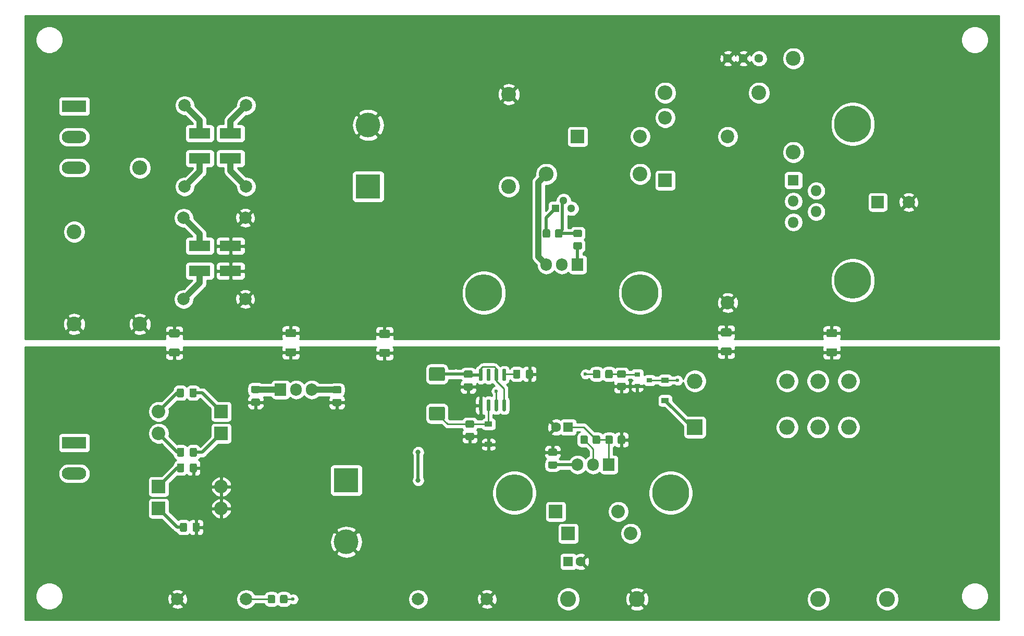
<source format=gbr>
G04 #@! TF.GenerationSoftware,KiCad,Pcbnew,(5.1.9-0-10_14)*
G04 #@! TF.CreationDate,2021-02-01T17:39:14+01:00*
G04 #@! TF.ProjectId,hv-power-supply,68762d70-6f77-4657-922d-737570706c79,rev?*
G04 #@! TF.SameCoordinates,Original*
G04 #@! TF.FileFunction,Copper,L1,Top*
G04 #@! TF.FilePolarity,Positive*
%FSLAX46Y46*%
G04 Gerber Fmt 4.6, Leading zero omitted, Abs format (unit mm)*
G04 Created by KiCad (PCBNEW (5.1.9-0-10_14)) date 2021-02-01 17:39:14*
%MOMM*%
%LPD*%
G01*
G04 APERTURE LIST*
G04 #@! TA.AperFunction,ComponentPad*
%ADD10O,1.800000X1.800000*%
G04 #@! TD*
G04 #@! TA.AperFunction,ComponentPad*
%ADD11R,1.800000X1.800000*%
G04 #@! TD*
G04 #@! TA.AperFunction,ComponentPad*
%ADD12C,2.000000*%
G04 #@! TD*
G04 #@! TA.AperFunction,ComponentPad*
%ADD13O,1.905000X2.000000*%
G04 #@! TD*
G04 #@! TA.AperFunction,ComponentPad*
%ADD14R,1.905000X2.000000*%
G04 #@! TD*
G04 #@! TA.AperFunction,SMDPad,CuDef*
%ADD15R,0.900000X0.800000*%
G04 #@! TD*
G04 #@! TA.AperFunction,ComponentPad*
%ADD16C,2.600000*%
G04 #@! TD*
G04 #@! TA.AperFunction,ComponentPad*
%ADD17C,6.000000*%
G04 #@! TD*
G04 #@! TA.AperFunction,SMDPad,CuDef*
%ADD18R,1.200000X0.900000*%
G04 #@! TD*
G04 #@! TA.AperFunction,ComponentPad*
%ADD19O,2.200000X2.200000*%
G04 #@! TD*
G04 #@! TA.AperFunction,ComponentPad*
%ADD20R,2.200000X2.200000*%
G04 #@! TD*
G04 #@! TA.AperFunction,ComponentPad*
%ADD21C,1.600000*%
G04 #@! TD*
G04 #@! TA.AperFunction,ComponentPad*
%ADD22R,1.600000X1.600000*%
G04 #@! TD*
G04 #@! TA.AperFunction,ComponentPad*
%ADD23C,4.000000*%
G04 #@! TD*
G04 #@! TA.AperFunction,ComponentPad*
%ADD24R,4.000000X4.000000*%
G04 #@! TD*
G04 #@! TA.AperFunction,ComponentPad*
%ADD25O,2.500000X2.500000*%
G04 #@! TD*
G04 #@! TA.AperFunction,ComponentPad*
%ADD26R,2.500000X2.500000*%
G04 #@! TD*
G04 #@! TA.AperFunction,ComponentPad*
%ADD27C,1.440000*%
G04 #@! TD*
G04 #@! TA.AperFunction,ComponentPad*
%ADD28O,2.400000X2.400000*%
G04 #@! TD*
G04 #@! TA.AperFunction,ComponentPad*
%ADD29C,2.400000*%
G04 #@! TD*
G04 #@! TA.AperFunction,ComponentPad*
%ADD30R,1.300000X1.300000*%
G04 #@! TD*
G04 #@! TA.AperFunction,ComponentPad*
%ADD31C,1.300000*%
G04 #@! TD*
G04 #@! TA.AperFunction,ComponentPad*
%ADD32R,2.000000X2.000000*%
G04 #@! TD*
G04 #@! TA.AperFunction,ComponentPad*
%ADD33C,2.200000*%
G04 #@! TD*
G04 #@! TA.AperFunction,ComponentPad*
%ADD34O,3.960000X1.980000*%
G04 #@! TD*
G04 #@! TA.AperFunction,ComponentPad*
%ADD35R,3.960000X1.980000*%
G04 #@! TD*
G04 #@! TA.AperFunction,SMDPad,CuDef*
%ADD36R,3.500000X1.800000*%
G04 #@! TD*
G04 #@! TA.AperFunction,ViaPad*
%ADD37C,0.600000*%
G04 #@! TD*
G04 #@! TA.AperFunction,ViaPad*
%ADD38C,0.800000*%
G04 #@! TD*
G04 #@! TA.AperFunction,Conductor*
%ADD39C,1.000000*%
G04 #@! TD*
G04 #@! TA.AperFunction,Conductor*
%ADD40C,0.500000*%
G04 #@! TD*
G04 #@! TA.AperFunction,Conductor*
%ADD41C,0.250000*%
G04 #@! TD*
G04 #@! TA.AperFunction,Conductor*
%ADD42C,0.254000*%
G04 #@! TD*
G04 #@! TA.AperFunction,Conductor*
%ADD43C,0.100000*%
G04 #@! TD*
G04 APERTURE END LIST*
G04 #@! TA.AperFunction,SMDPad,CuDef*
G36*
G01*
X164221000Y-107427000D02*
X165471000Y-107427000D01*
G75*
G02*
X165721000Y-107677000I0J-250000D01*
G01*
X165721000Y-108477000D01*
G75*
G02*
X165471000Y-108727000I-250000J0D01*
G01*
X164221000Y-108727000D01*
G75*
G02*
X163971000Y-108477000I0J250000D01*
G01*
X163971000Y-107677000D01*
G75*
G02*
X164221000Y-107427000I250000J0D01*
G01*
G37*
G04 #@! TD.AperFunction*
G04 #@! TA.AperFunction,SMDPad,CuDef*
G36*
G01*
X164221000Y-104327000D02*
X165471000Y-104327000D01*
G75*
G02*
X165721000Y-104577000I0J-250000D01*
G01*
X165721000Y-105377000D01*
G75*
G02*
X165471000Y-105627000I-250000J0D01*
G01*
X164221000Y-105627000D01*
G75*
G02*
X163971000Y-105377000I0J250000D01*
G01*
X163971000Y-104577000D01*
G75*
G02*
X164221000Y-104327000I250000J0D01*
G01*
G37*
G04 #@! TD.AperFunction*
G04 #@! TA.AperFunction,SMDPad,CuDef*
G36*
G01*
X93482000Y-107554000D02*
X94732000Y-107554000D01*
G75*
G02*
X94982000Y-107804000I0J-250000D01*
G01*
X94982000Y-108604000D01*
G75*
G02*
X94732000Y-108854000I-250000J0D01*
G01*
X93482000Y-108854000D01*
G75*
G02*
X93232000Y-108604000I0J250000D01*
G01*
X93232000Y-107804000D01*
G75*
G02*
X93482000Y-107554000I250000J0D01*
G01*
G37*
G04 #@! TD.AperFunction*
G04 #@! TA.AperFunction,SMDPad,CuDef*
G36*
G01*
X93482000Y-104454000D02*
X94732000Y-104454000D01*
G75*
G02*
X94982000Y-104704000I0J-250000D01*
G01*
X94982000Y-105504000D01*
G75*
G02*
X94732000Y-105754000I-250000J0D01*
G01*
X93482000Y-105754000D01*
G75*
G02*
X93232000Y-105504000I0J250000D01*
G01*
X93232000Y-104704000D01*
G75*
G02*
X93482000Y-104454000I250000J0D01*
G01*
G37*
G04 #@! TD.AperFunction*
G04 #@! TA.AperFunction,SMDPad,CuDef*
G36*
G01*
X140265999Y-90300000D02*
X141166001Y-90300000D01*
G75*
G02*
X141416000Y-90549999I0J-249999D01*
G01*
X141416000Y-91250001D01*
G75*
G02*
X141166001Y-91500000I-249999J0D01*
G01*
X140265999Y-91500000D01*
G75*
G02*
X140016000Y-91250001I0J249999D01*
G01*
X140016000Y-90549999D01*
G75*
G02*
X140265999Y-90300000I249999J0D01*
G01*
G37*
G04 #@! TD.AperFunction*
G04 #@! TA.AperFunction,SMDPad,CuDef*
G36*
G01*
X140265999Y-88300000D02*
X141166001Y-88300000D01*
G75*
G02*
X141416000Y-88549999I0J-249999D01*
G01*
X141416000Y-89250001D01*
G75*
G02*
X141166001Y-89500000I-249999J0D01*
G01*
X140265999Y-89500000D01*
G75*
G02*
X140016000Y-89250001I0J249999D01*
G01*
X140016000Y-88549999D01*
G75*
G02*
X140265999Y-88300000I249999J0D01*
G01*
G37*
G04 #@! TD.AperFunction*
G04 #@! TA.AperFunction,SMDPad,CuDef*
G36*
G01*
X136236000Y-88449999D02*
X136236000Y-89350001D01*
G75*
G02*
X135986001Y-89600000I-249999J0D01*
G01*
X135285999Y-89600000D01*
G75*
G02*
X135036000Y-89350001I0J249999D01*
G01*
X135036000Y-88449999D01*
G75*
G02*
X135285999Y-88200000I249999J0D01*
G01*
X135986001Y-88200000D01*
G75*
G02*
X136236000Y-88449999I0J-249999D01*
G01*
G37*
G04 #@! TD.AperFunction*
G04 #@! TA.AperFunction,SMDPad,CuDef*
G36*
G01*
X138236000Y-88449999D02*
X138236000Y-89350001D01*
G75*
G02*
X137986001Y-89600000I-249999J0D01*
G01*
X137285999Y-89600000D01*
G75*
G02*
X137036000Y-89350001I0J249999D01*
G01*
X137036000Y-88449999D01*
G75*
G02*
X137285999Y-88200000I249999J0D01*
G01*
X137986001Y-88200000D01*
G75*
G02*
X138236000Y-88449999I0J-249999D01*
G01*
G37*
G04 #@! TD.AperFunction*
D10*
X175768000Y-87064000D03*
X179468000Y-85364000D03*
X175768000Y-83664000D03*
X179468000Y-81964000D03*
D11*
X175768000Y-80264000D03*
G04 #@! TA.AperFunction,SMDPad,CuDef*
G36*
G01*
X122461000Y-113247500D02*
X123411000Y-113247500D01*
G75*
G02*
X123661000Y-113497500I0J-250000D01*
G01*
X123661000Y-114172500D01*
G75*
G02*
X123411000Y-114422500I-250000J0D01*
G01*
X122461000Y-114422500D01*
G75*
G02*
X122211000Y-114172500I0J250000D01*
G01*
X122211000Y-113497500D01*
G75*
G02*
X122461000Y-113247500I250000J0D01*
G01*
G37*
G04 #@! TD.AperFunction*
G04 #@! TA.AperFunction,SMDPad,CuDef*
G36*
G01*
X122461000Y-111172500D02*
X123411000Y-111172500D01*
G75*
G02*
X123661000Y-111422500I0J-250000D01*
G01*
X123661000Y-112097500D01*
G75*
G02*
X123411000Y-112347500I-250000J0D01*
G01*
X122461000Y-112347500D01*
G75*
G02*
X122211000Y-112097500I0J250000D01*
G01*
X122211000Y-111422500D01*
G75*
G02*
X122461000Y-111172500I250000J0D01*
G01*
G37*
G04 #@! TD.AperFunction*
G04 #@! TA.AperFunction,SMDPad,CuDef*
G36*
G01*
X132297500Y-112235000D02*
X132297500Y-111285000D01*
G75*
G02*
X132547500Y-111035000I250000J0D01*
G01*
X133222500Y-111035000D01*
G75*
G02*
X133472500Y-111285000I0J-250000D01*
G01*
X133472500Y-112235000D01*
G75*
G02*
X133222500Y-112485000I-250000J0D01*
G01*
X132547500Y-112485000D01*
G75*
G02*
X132297500Y-112235000I0J250000D01*
G01*
G37*
G04 #@! TD.AperFunction*
G04 #@! TA.AperFunction,SMDPad,CuDef*
G36*
G01*
X130222500Y-112235000D02*
X130222500Y-111285000D01*
G75*
G02*
X130472500Y-111035000I250000J0D01*
G01*
X131147500Y-111035000D01*
G75*
G02*
X131397500Y-111285000I0J-250000D01*
G01*
X131397500Y-112235000D01*
G75*
G02*
X131147500Y-112485000I-250000J0D01*
G01*
X130472500Y-112485000D01*
G75*
G02*
X130222500Y-112235000I0J250000D01*
G01*
G37*
G04 #@! TD.AperFunction*
G04 #@! TA.AperFunction,SMDPad,CuDef*
G36*
G01*
X101125000Y-115787500D02*
X102075000Y-115787500D01*
G75*
G02*
X102325000Y-116037500I0J-250000D01*
G01*
X102325000Y-116712500D01*
G75*
G02*
X102075000Y-116962500I-250000J0D01*
G01*
X101125000Y-116962500D01*
G75*
G02*
X100875000Y-116712500I0J250000D01*
G01*
X100875000Y-116037500D01*
G75*
G02*
X101125000Y-115787500I250000J0D01*
G01*
G37*
G04 #@! TD.AperFunction*
G04 #@! TA.AperFunction,SMDPad,CuDef*
G36*
G01*
X101125000Y-113712500D02*
X102075000Y-113712500D01*
G75*
G02*
X102325000Y-113962500I0J-250000D01*
G01*
X102325000Y-114637500D01*
G75*
G02*
X102075000Y-114887500I-250000J0D01*
G01*
X101125000Y-114887500D01*
G75*
G02*
X100875000Y-114637500I0J250000D01*
G01*
X100875000Y-113962500D01*
G75*
G02*
X101125000Y-113712500I250000J0D01*
G01*
G37*
G04 #@! TD.AperFunction*
G04 #@! TA.AperFunction,SMDPad,CuDef*
G36*
G01*
X87917000Y-115744500D02*
X88867000Y-115744500D01*
G75*
G02*
X89117000Y-115994500I0J-250000D01*
G01*
X89117000Y-116669500D01*
G75*
G02*
X88867000Y-116919500I-250000J0D01*
G01*
X87917000Y-116919500D01*
G75*
G02*
X87667000Y-116669500I0J250000D01*
G01*
X87667000Y-115994500D01*
G75*
G02*
X87917000Y-115744500I250000J0D01*
G01*
G37*
G04 #@! TD.AperFunction*
G04 #@! TA.AperFunction,SMDPad,CuDef*
G36*
G01*
X87917000Y-113669500D02*
X88867000Y-113669500D01*
G75*
G02*
X89117000Y-113919500I0J-250000D01*
G01*
X89117000Y-114594500D01*
G75*
G02*
X88867000Y-114844500I-250000J0D01*
G01*
X87917000Y-114844500D01*
G75*
G02*
X87667000Y-114594500I0J250000D01*
G01*
X87667000Y-113919500D01*
G75*
G02*
X87917000Y-113669500I250000J0D01*
G01*
G37*
G04 #@! TD.AperFunction*
G04 #@! TA.AperFunction,SMDPad,CuDef*
G36*
G01*
X137127000Y-125047500D02*
X136177000Y-125047500D01*
G75*
G02*
X135927000Y-124797500I0J250000D01*
G01*
X135927000Y-124122500D01*
G75*
G02*
X136177000Y-123872500I250000J0D01*
G01*
X137127000Y-123872500D01*
G75*
G02*
X137377000Y-124122500I0J-250000D01*
G01*
X137377000Y-124797500D01*
G75*
G02*
X137127000Y-125047500I-250000J0D01*
G01*
G37*
G04 #@! TD.AperFunction*
G04 #@! TA.AperFunction,SMDPad,CuDef*
G36*
G01*
X137127000Y-127122500D02*
X136177000Y-127122500D01*
G75*
G02*
X135927000Y-126872500I0J250000D01*
G01*
X135927000Y-126197500D01*
G75*
G02*
X136177000Y-125947500I250000J0D01*
G01*
X137127000Y-125947500D01*
G75*
G02*
X137377000Y-126197500I0J-250000D01*
G01*
X137377000Y-126872500D01*
G75*
G02*
X137127000Y-127122500I-250000J0D01*
G01*
G37*
G04 #@! TD.AperFunction*
G04 #@! TA.AperFunction,SMDPad,CuDef*
G36*
G01*
X92364000Y-148786001D02*
X92364000Y-147885999D01*
G75*
G02*
X92613999Y-147636000I249999J0D01*
G01*
X93314001Y-147636000D01*
G75*
G02*
X93564000Y-147885999I0J-249999D01*
G01*
X93564000Y-148786001D01*
G75*
G02*
X93314001Y-149036000I-249999J0D01*
G01*
X92613999Y-149036000D01*
G75*
G02*
X92364000Y-148786001I0J249999D01*
G01*
G37*
G04 #@! TD.AperFunction*
G04 #@! TA.AperFunction,SMDPad,CuDef*
G36*
G01*
X90364000Y-148786001D02*
X90364000Y-147885999D01*
G75*
G02*
X90613999Y-147636000I249999J0D01*
G01*
X91314001Y-147636000D01*
G75*
G02*
X91564000Y-147885999I0J-249999D01*
G01*
X91564000Y-148786001D01*
G75*
G02*
X91314001Y-149036000I-249999J0D01*
G01*
X90613999Y-149036000D01*
G75*
G02*
X90364000Y-148786001I0J249999D01*
G01*
G37*
G04 #@! TD.AperFunction*
D12*
X125984000Y-148336000D03*
X114808000Y-148336000D03*
X75692000Y-148336000D03*
X86868000Y-148336000D03*
G04 #@! TA.AperFunction,SMDPad,CuDef*
G36*
G01*
X125118000Y-112865000D02*
X124818000Y-112865000D01*
G75*
G02*
X124668000Y-112715000I0J150000D01*
G01*
X124668000Y-111065000D01*
G75*
G02*
X124818000Y-110915000I150000J0D01*
G01*
X125118000Y-110915000D01*
G75*
G02*
X125268000Y-111065000I0J-150000D01*
G01*
X125268000Y-112715000D01*
G75*
G02*
X125118000Y-112865000I-150000J0D01*
G01*
G37*
G04 #@! TD.AperFunction*
G04 #@! TA.AperFunction,SMDPad,CuDef*
G36*
G01*
X126388000Y-112865000D02*
X126088000Y-112865000D01*
G75*
G02*
X125938000Y-112715000I0J150000D01*
G01*
X125938000Y-111065000D01*
G75*
G02*
X126088000Y-110915000I150000J0D01*
G01*
X126388000Y-110915000D01*
G75*
G02*
X126538000Y-111065000I0J-150000D01*
G01*
X126538000Y-112715000D01*
G75*
G02*
X126388000Y-112865000I-150000J0D01*
G01*
G37*
G04 #@! TD.AperFunction*
G04 #@! TA.AperFunction,SMDPad,CuDef*
G36*
G01*
X127658000Y-112865000D02*
X127358000Y-112865000D01*
G75*
G02*
X127208000Y-112715000I0J150000D01*
G01*
X127208000Y-111065000D01*
G75*
G02*
X127358000Y-110915000I150000J0D01*
G01*
X127658000Y-110915000D01*
G75*
G02*
X127808000Y-111065000I0J-150000D01*
G01*
X127808000Y-112715000D01*
G75*
G02*
X127658000Y-112865000I-150000J0D01*
G01*
G37*
G04 #@! TD.AperFunction*
G04 #@! TA.AperFunction,SMDPad,CuDef*
G36*
G01*
X128928000Y-112865000D02*
X128628000Y-112865000D01*
G75*
G02*
X128478000Y-112715000I0J150000D01*
G01*
X128478000Y-111065000D01*
G75*
G02*
X128628000Y-110915000I150000J0D01*
G01*
X128928000Y-110915000D01*
G75*
G02*
X129078000Y-111065000I0J-150000D01*
G01*
X129078000Y-112715000D01*
G75*
G02*
X128928000Y-112865000I-150000J0D01*
G01*
G37*
G04 #@! TD.AperFunction*
G04 #@! TA.AperFunction,SMDPad,CuDef*
G36*
G01*
X128928000Y-117815000D02*
X128628000Y-117815000D01*
G75*
G02*
X128478000Y-117665000I0J150000D01*
G01*
X128478000Y-116015000D01*
G75*
G02*
X128628000Y-115865000I150000J0D01*
G01*
X128928000Y-115865000D01*
G75*
G02*
X129078000Y-116015000I0J-150000D01*
G01*
X129078000Y-117665000D01*
G75*
G02*
X128928000Y-117815000I-150000J0D01*
G01*
G37*
G04 #@! TD.AperFunction*
G04 #@! TA.AperFunction,SMDPad,CuDef*
G36*
G01*
X127658000Y-117815000D02*
X127358000Y-117815000D01*
G75*
G02*
X127208000Y-117665000I0J150000D01*
G01*
X127208000Y-116015000D01*
G75*
G02*
X127358000Y-115865000I150000J0D01*
G01*
X127658000Y-115865000D01*
G75*
G02*
X127808000Y-116015000I0J-150000D01*
G01*
X127808000Y-117665000D01*
G75*
G02*
X127658000Y-117815000I-150000J0D01*
G01*
G37*
G04 #@! TD.AperFunction*
G04 #@! TA.AperFunction,SMDPad,CuDef*
G36*
G01*
X126388000Y-117815000D02*
X126088000Y-117815000D01*
G75*
G02*
X125938000Y-117665000I0J150000D01*
G01*
X125938000Y-116015000D01*
G75*
G02*
X126088000Y-115865000I150000J0D01*
G01*
X126388000Y-115865000D01*
G75*
G02*
X126538000Y-116015000I0J-150000D01*
G01*
X126538000Y-117665000D01*
G75*
G02*
X126388000Y-117815000I-150000J0D01*
G01*
G37*
G04 #@! TD.AperFunction*
G04 #@! TA.AperFunction,SMDPad,CuDef*
G36*
G01*
X125118000Y-117815000D02*
X124818000Y-117815000D01*
G75*
G02*
X124668000Y-117665000I0J150000D01*
G01*
X124668000Y-116015000D01*
G75*
G02*
X124818000Y-115865000I150000J0D01*
G01*
X125118000Y-115865000D01*
G75*
G02*
X125268000Y-116015000I0J-150000D01*
G01*
X125268000Y-117665000D01*
G75*
G02*
X125118000Y-117815000I-150000J0D01*
G01*
G37*
G04 #@! TD.AperFunction*
D13*
X97536000Y-114300000D03*
X94996000Y-114300000D03*
D14*
X92456000Y-114300000D03*
D13*
X140716000Y-126492000D03*
X143256000Y-126492000D03*
D14*
X145796000Y-126492000D03*
G04 #@! TA.AperFunction,SMDPad,CuDef*
G36*
G01*
X181366000Y-107554000D02*
X182616000Y-107554000D01*
G75*
G02*
X182866000Y-107804000I0J-250000D01*
G01*
X182866000Y-108604000D01*
G75*
G02*
X182616000Y-108854000I-250000J0D01*
G01*
X181366000Y-108854000D01*
G75*
G02*
X181116000Y-108604000I0J250000D01*
G01*
X181116000Y-107804000D01*
G75*
G02*
X181366000Y-107554000I250000J0D01*
G01*
G37*
G04 #@! TD.AperFunction*
G04 #@! TA.AperFunction,SMDPad,CuDef*
G36*
G01*
X181366000Y-104454000D02*
X182616000Y-104454000D01*
G75*
G02*
X182866000Y-104704000I0J-250000D01*
G01*
X182866000Y-105504000D01*
G75*
G02*
X182616000Y-105754000I-250000J0D01*
G01*
X181366000Y-105754000D01*
G75*
G02*
X181116000Y-105504000I0J250000D01*
G01*
X181116000Y-104704000D01*
G75*
G02*
X181366000Y-104454000I250000J0D01*
G01*
G37*
G04 #@! TD.AperFunction*
G04 #@! TA.AperFunction,SMDPad,CuDef*
G36*
G01*
X108722000Y-107681000D02*
X109972000Y-107681000D01*
G75*
G02*
X110222000Y-107931000I0J-250000D01*
G01*
X110222000Y-108731000D01*
G75*
G02*
X109972000Y-108981000I-250000J0D01*
G01*
X108722000Y-108981000D01*
G75*
G02*
X108472000Y-108731000I0J250000D01*
G01*
X108472000Y-107931000D01*
G75*
G02*
X108722000Y-107681000I250000J0D01*
G01*
G37*
G04 #@! TD.AperFunction*
G04 #@! TA.AperFunction,SMDPad,CuDef*
G36*
G01*
X108722000Y-104581000D02*
X109972000Y-104581000D01*
G75*
G02*
X110222000Y-104831000I0J-250000D01*
G01*
X110222000Y-105631000D01*
G75*
G02*
X109972000Y-105881000I-250000J0D01*
G01*
X108722000Y-105881000D01*
G75*
G02*
X108472000Y-105631000I0J250000D01*
G01*
X108472000Y-104831000D01*
G75*
G02*
X108722000Y-104581000I250000J0D01*
G01*
G37*
G04 #@! TD.AperFunction*
G04 #@! TA.AperFunction,SMDPad,CuDef*
G36*
G01*
X74559000Y-107580000D02*
X75809000Y-107580000D01*
G75*
G02*
X76059000Y-107830000I0J-250000D01*
G01*
X76059000Y-108630000D01*
G75*
G02*
X75809000Y-108880000I-250000J0D01*
G01*
X74559000Y-108880000D01*
G75*
G02*
X74309000Y-108630000I0J250000D01*
G01*
X74309000Y-107830000D01*
G75*
G02*
X74559000Y-107580000I250000J0D01*
G01*
G37*
G04 #@! TD.AperFunction*
G04 #@! TA.AperFunction,SMDPad,CuDef*
G36*
G01*
X74559000Y-104480000D02*
X75809000Y-104480000D01*
G75*
G02*
X76059000Y-104730000I0J-250000D01*
G01*
X76059000Y-105530000D01*
G75*
G02*
X75809000Y-105780000I-250000J0D01*
G01*
X74559000Y-105780000D01*
G75*
G02*
X74309000Y-105530000I0J250000D01*
G01*
X74309000Y-104730000D01*
G75*
G02*
X74559000Y-104480000I250000J0D01*
G01*
G37*
G04 #@! TD.AperFunction*
G04 #@! TA.AperFunction,SMDPad,CuDef*
G36*
G01*
X147377999Y-113160000D02*
X148278001Y-113160000D01*
G75*
G02*
X148528000Y-113409999I0J-249999D01*
G01*
X148528000Y-114110001D01*
G75*
G02*
X148278001Y-114360000I-249999J0D01*
G01*
X147377999Y-114360000D01*
G75*
G02*
X147128000Y-114110001I0J249999D01*
G01*
X147128000Y-113409999D01*
G75*
G02*
X147377999Y-113160000I249999J0D01*
G01*
G37*
G04 #@! TD.AperFunction*
G04 #@! TA.AperFunction,SMDPad,CuDef*
G36*
G01*
X147377999Y-111160000D02*
X148278001Y-111160000D01*
G75*
G02*
X148528000Y-111409999I0J-249999D01*
G01*
X148528000Y-112110001D01*
G75*
G02*
X148278001Y-112360000I-249999J0D01*
G01*
X147377999Y-112360000D01*
G75*
G02*
X147128000Y-112110001I0J249999D01*
G01*
X147128000Y-111409999D01*
G75*
G02*
X147377999Y-111160000I249999J0D01*
G01*
G37*
G04 #@! TD.AperFunction*
G04 #@! TA.AperFunction,SMDPad,CuDef*
G36*
G01*
X144396000Y-111309999D02*
X144396000Y-112210001D01*
G75*
G02*
X144146001Y-112460000I-249999J0D01*
G01*
X143445999Y-112460000D01*
G75*
G02*
X143196000Y-112210001I0J249999D01*
G01*
X143196000Y-111309999D01*
G75*
G02*
X143445999Y-111060000I249999J0D01*
G01*
X144146001Y-111060000D01*
G75*
G02*
X144396000Y-111309999I0J-249999D01*
G01*
G37*
G04 #@! TD.AperFunction*
G04 #@! TA.AperFunction,SMDPad,CuDef*
G36*
G01*
X146396000Y-111309999D02*
X146396000Y-112210001D01*
G75*
G02*
X146146001Y-112460000I-249999J0D01*
G01*
X145445999Y-112460000D01*
G75*
G02*
X145196000Y-112210001I0J249999D01*
G01*
X145196000Y-111309999D01*
G75*
G02*
X145445999Y-111060000I249999J0D01*
G01*
X146146001Y-111060000D01*
G75*
G02*
X146396000Y-111309999I0J-249999D01*
G01*
G37*
G04 #@! TD.AperFunction*
G04 #@! TA.AperFunction,SMDPad,CuDef*
G36*
G01*
X122739999Y-121288000D02*
X123640001Y-121288000D01*
G75*
G02*
X123890000Y-121537999I0J-249999D01*
G01*
X123890000Y-122238001D01*
G75*
G02*
X123640001Y-122488000I-249999J0D01*
G01*
X122739999Y-122488000D01*
G75*
G02*
X122490000Y-122238001I0J249999D01*
G01*
X122490000Y-121537999D01*
G75*
G02*
X122739999Y-121288000I249999J0D01*
G01*
G37*
G04 #@! TD.AperFunction*
G04 #@! TA.AperFunction,SMDPad,CuDef*
G36*
G01*
X122739999Y-119288000D02*
X123640001Y-119288000D01*
G75*
G02*
X123890000Y-119537999I0J-249999D01*
G01*
X123890000Y-120238001D01*
G75*
G02*
X123640001Y-120488000I-249999J0D01*
G01*
X122739999Y-120488000D01*
G75*
G02*
X122490000Y-120238001I0J249999D01*
G01*
X122490000Y-119537999D01*
G75*
G02*
X122739999Y-119288000I249999J0D01*
G01*
G37*
G04 #@! TD.AperFunction*
G04 #@! TA.AperFunction,SMDPad,CuDef*
G36*
G01*
X143164000Y-122878001D02*
X143164000Y-121977999D01*
G75*
G02*
X143413999Y-121728000I249999J0D01*
G01*
X144114001Y-121728000D01*
G75*
G02*
X144364000Y-121977999I0J-249999D01*
G01*
X144364000Y-122878001D01*
G75*
G02*
X144114001Y-123128000I-249999J0D01*
G01*
X143413999Y-123128000D01*
G75*
G02*
X143164000Y-122878001I0J249999D01*
G01*
G37*
G04 #@! TD.AperFunction*
G04 #@! TA.AperFunction,SMDPad,CuDef*
G36*
G01*
X141164000Y-122878001D02*
X141164000Y-121977999D01*
G75*
G02*
X141413999Y-121728000I249999J0D01*
G01*
X142114001Y-121728000D01*
G75*
G02*
X142364000Y-121977999I0J-249999D01*
G01*
X142364000Y-122878001D01*
G75*
G02*
X142114001Y-123128000I-249999J0D01*
G01*
X141413999Y-123128000D01*
G75*
G02*
X141164000Y-122878001I0J249999D01*
G01*
G37*
G04 #@! TD.AperFunction*
G04 #@! TA.AperFunction,SMDPad,CuDef*
G36*
G01*
X147228000Y-122878001D02*
X147228000Y-121977999D01*
G75*
G02*
X147477999Y-121728000I249999J0D01*
G01*
X148178001Y-121728000D01*
G75*
G02*
X148428000Y-121977999I0J-249999D01*
G01*
X148428000Y-122878001D01*
G75*
G02*
X148178001Y-123128000I-249999J0D01*
G01*
X147477999Y-123128000D01*
G75*
G02*
X147228000Y-122878001I0J249999D01*
G01*
G37*
G04 #@! TD.AperFunction*
G04 #@! TA.AperFunction,SMDPad,CuDef*
G36*
G01*
X145228000Y-122878001D02*
X145228000Y-121977999D01*
G75*
G02*
X145477999Y-121728000I249999J0D01*
G01*
X146178001Y-121728000D01*
G75*
G02*
X146428000Y-121977999I0J-249999D01*
G01*
X146428000Y-122878001D01*
G75*
G02*
X146178001Y-123128000I-249999J0D01*
G01*
X145477999Y-123128000D01*
G75*
G02*
X145228000Y-122878001I0J249999D01*
G01*
G37*
G04 #@! TD.AperFunction*
D15*
X152400000Y-112776000D03*
X150400000Y-113726000D03*
X150400000Y-111826000D03*
D16*
X150368000Y-148336000D03*
X139192000Y-148336000D03*
D17*
X130429000Y-131064000D03*
X155829000Y-131064000D03*
D18*
X154940000Y-112776000D03*
X154940000Y-116076000D03*
X126238000Y-123188000D03*
X126238000Y-119888000D03*
D19*
X149352000Y-137668000D03*
D20*
X139192000Y-137668000D03*
D19*
X147320000Y-134112000D03*
D20*
X137160000Y-134112000D03*
G04 #@! TA.AperFunction,SMDPad,CuDef*
G36*
G01*
X116830999Y-117035000D02*
X118881001Y-117035000D01*
G75*
G02*
X119131000Y-117284999I0J-249999D01*
G01*
X119131000Y-119035001D01*
G75*
G02*
X118881001Y-119285000I-249999J0D01*
G01*
X116830999Y-119285000D01*
G75*
G02*
X116581000Y-119035001I0J249999D01*
G01*
X116581000Y-117284999D01*
G75*
G02*
X116830999Y-117035000I249999J0D01*
G01*
G37*
G04 #@! TD.AperFunction*
G04 #@! TA.AperFunction,SMDPad,CuDef*
G36*
G01*
X116830999Y-110635000D02*
X118881001Y-110635000D01*
G75*
G02*
X119131000Y-110884999I0J-249999D01*
G01*
X119131000Y-112635001D01*
G75*
G02*
X118881001Y-112885000I-249999J0D01*
G01*
X116830999Y-112885000D01*
G75*
G02*
X116581000Y-112635001I0J249999D01*
G01*
X116581000Y-110884999D01*
G75*
G02*
X116830999Y-110635000I249999J0D01*
G01*
G37*
G04 #@! TD.AperFunction*
D21*
X141192000Y-142240000D03*
D22*
X139192000Y-142240000D03*
D21*
X137192000Y-120396000D03*
D22*
X139192000Y-120396000D03*
D23*
X103124000Y-139032000D03*
D24*
X103124000Y-129032000D03*
D25*
X159752000Y-112896000D03*
X174752000Y-112896000D03*
X179752000Y-112896000D03*
X184752000Y-112896000D03*
X184752000Y-120396000D03*
X179752000Y-120396000D03*
X174752000Y-120396000D03*
D26*
X159752000Y-120396000D03*
D16*
X191008000Y-148336000D03*
D27*
X165100000Y-60452000D03*
X167640000Y-60452000D03*
X170180000Y-60452000D03*
D28*
X154940000Y-66040000D03*
D29*
X170180000Y-66040000D03*
D28*
X175768000Y-75692000D03*
D29*
X175768000Y-60452000D03*
D28*
X135636000Y-79248000D03*
D29*
X150876000Y-79248000D03*
D13*
X135636000Y-93980000D03*
X138176000Y-93980000D03*
D14*
X140716000Y-93980000D03*
D30*
X137160000Y-84836000D03*
D31*
X139700000Y-84836000D03*
X138430000Y-83566000D03*
D17*
X185420000Y-71120000D03*
X185420000Y-96520000D03*
X150876000Y-98552000D03*
X125476000Y-98552000D03*
D19*
X154940000Y-70104000D03*
D20*
X154940000Y-80264000D03*
D19*
X150876000Y-73152000D03*
D20*
X140716000Y-73152000D03*
D12*
X194484000Y-83820000D03*
D32*
X189484000Y-83820000D03*
D33*
X165100000Y-100152000D03*
X165100000Y-73152000D03*
D34*
X58928000Y-127936000D03*
D35*
X58928000Y-122936000D03*
D34*
X58928000Y-78232000D03*
X58928000Y-73232000D03*
D35*
X58928000Y-68232000D03*
D28*
X69596000Y-78232000D03*
D29*
X69596000Y-103632000D03*
D16*
X179832000Y-148336000D03*
D19*
X72644000Y-121412000D03*
D20*
X82804000Y-121412000D03*
D19*
X72644000Y-117856000D03*
D20*
X82804000Y-117856000D03*
D36*
X79328000Y-76708000D03*
X84328000Y-76708000D03*
X79328000Y-72644000D03*
X84328000Y-72644000D03*
D19*
X82804000Y-133604000D03*
D20*
X72644000Y-133604000D03*
D19*
X82804000Y-130048000D03*
D20*
X72644000Y-130048000D03*
D36*
X84328000Y-94996000D03*
X79328000Y-94996000D03*
X84328000Y-90932000D03*
X79328000Y-90932000D03*
D29*
X129540000Y-66280000D03*
X129540000Y-81280000D03*
D23*
X106680000Y-71280000D03*
D24*
X106680000Y-81280000D03*
G04 #@! TA.AperFunction,SMDPad,CuDef*
G36*
G01*
X76787500Y-123985000D02*
X76787500Y-124935000D01*
G75*
G02*
X76537500Y-125185000I-250000J0D01*
G01*
X75862500Y-125185000D01*
G75*
G02*
X75612500Y-124935000I0J250000D01*
G01*
X75612500Y-123985000D01*
G75*
G02*
X75862500Y-123735000I250000J0D01*
G01*
X76537500Y-123735000D01*
G75*
G02*
X76787500Y-123985000I0J-250000D01*
G01*
G37*
G04 #@! TD.AperFunction*
G04 #@! TA.AperFunction,SMDPad,CuDef*
G36*
G01*
X78862500Y-123985000D02*
X78862500Y-124935000D01*
G75*
G02*
X78612500Y-125185000I-250000J0D01*
G01*
X77937500Y-125185000D01*
G75*
G02*
X77687500Y-124935000I0J250000D01*
G01*
X77687500Y-123985000D01*
G75*
G02*
X77937500Y-123735000I250000J0D01*
G01*
X78612500Y-123735000D01*
G75*
G02*
X78862500Y-123985000I0J-250000D01*
G01*
G37*
G04 #@! TD.AperFunction*
G04 #@! TA.AperFunction,SMDPad,CuDef*
G36*
G01*
X77644500Y-115283000D02*
X77644500Y-114333000D01*
G75*
G02*
X77894500Y-114083000I250000J0D01*
G01*
X78569500Y-114083000D01*
G75*
G02*
X78819500Y-114333000I0J-250000D01*
G01*
X78819500Y-115283000D01*
G75*
G02*
X78569500Y-115533000I-250000J0D01*
G01*
X77894500Y-115533000D01*
G75*
G02*
X77644500Y-115283000I0J250000D01*
G01*
G37*
G04 #@! TD.AperFunction*
G04 #@! TA.AperFunction,SMDPad,CuDef*
G36*
G01*
X75569500Y-115283000D02*
X75569500Y-114333000D01*
G75*
G02*
X75819500Y-114083000I250000J0D01*
G01*
X76494500Y-114083000D01*
G75*
G02*
X76744500Y-114333000I0J-250000D01*
G01*
X76744500Y-115283000D01*
G75*
G02*
X76494500Y-115533000I-250000J0D01*
G01*
X75819500Y-115533000D01*
G75*
G02*
X75569500Y-115283000I0J250000D01*
G01*
G37*
G04 #@! TD.AperFunction*
D12*
X76868000Y-81280000D03*
X86868000Y-81280000D03*
X86868000Y-68072000D03*
X76868000Y-68072000D03*
G04 #@! TA.AperFunction,SMDPad,CuDef*
G36*
G01*
X77252500Y-136177000D02*
X77252500Y-137127000D01*
G75*
G02*
X77002500Y-137377000I-250000J0D01*
G01*
X76327500Y-137377000D01*
G75*
G02*
X76077500Y-137127000I0J250000D01*
G01*
X76077500Y-136177000D01*
G75*
G02*
X76327500Y-135927000I250000J0D01*
G01*
X77002500Y-135927000D01*
G75*
G02*
X77252500Y-136177000I0J-250000D01*
G01*
G37*
G04 #@! TD.AperFunction*
G04 #@! TA.AperFunction,SMDPad,CuDef*
G36*
G01*
X79327500Y-136177000D02*
X79327500Y-137127000D01*
G75*
G02*
X79077500Y-137377000I-250000J0D01*
G01*
X78402500Y-137377000D01*
G75*
G02*
X78152500Y-137127000I0J250000D01*
G01*
X78152500Y-136177000D01*
G75*
G02*
X78402500Y-135927000I250000J0D01*
G01*
X79077500Y-135927000D01*
G75*
G02*
X79327500Y-136177000I0J-250000D01*
G01*
G37*
G04 #@! TD.AperFunction*
G04 #@! TA.AperFunction,SMDPad,CuDef*
G36*
G01*
X77687500Y-127475000D02*
X77687500Y-126525000D01*
G75*
G02*
X77937500Y-126275000I250000J0D01*
G01*
X78612500Y-126275000D01*
G75*
G02*
X78862500Y-126525000I0J-250000D01*
G01*
X78862500Y-127475000D01*
G75*
G02*
X78612500Y-127725000I-250000J0D01*
G01*
X77937500Y-127725000D01*
G75*
G02*
X77687500Y-127475000I0J250000D01*
G01*
G37*
G04 #@! TD.AperFunction*
G04 #@! TA.AperFunction,SMDPad,CuDef*
G36*
G01*
X75612500Y-127475000D02*
X75612500Y-126525000D01*
G75*
G02*
X75862500Y-126275000I250000J0D01*
G01*
X76537500Y-126275000D01*
G75*
G02*
X76787500Y-126525000I0J-250000D01*
G01*
X76787500Y-127475000D01*
G75*
G02*
X76537500Y-127725000I-250000J0D01*
G01*
X75862500Y-127725000D01*
G75*
G02*
X75612500Y-127475000I0J250000D01*
G01*
G37*
G04 #@! TD.AperFunction*
X76708000Y-99568000D03*
X86708000Y-99568000D03*
X86708000Y-86360000D03*
X76708000Y-86360000D03*
D29*
X58928000Y-88632000D03*
X58928000Y-103632000D03*
D37*
X94488000Y-148336000D03*
D38*
X114808000Y-124460000D03*
X114808000Y-129032000D03*
D37*
X120904000Y-111760000D03*
X156972000Y-112776000D03*
X127508000Y-114554000D03*
X141986000Y-111760000D03*
D39*
X79328000Y-70532000D02*
X76868000Y-68072000D01*
X79328000Y-72644000D02*
X79328000Y-70532000D01*
X79328000Y-88980000D02*
X76708000Y-86360000D01*
X79328000Y-90932000D02*
X79328000Y-88980000D01*
X79328000Y-78820000D02*
X76868000Y-81280000D01*
X79328000Y-76708000D02*
X79328000Y-78820000D01*
X79328000Y-96948000D02*
X76708000Y-99568000D01*
X79328000Y-94996000D02*
X79328000Y-96948000D01*
X84328000Y-70612000D02*
X86868000Y-68072000D01*
X84328000Y-72644000D02*
X84328000Y-70612000D01*
X84328000Y-78740000D02*
X86868000Y-81280000D01*
X84328000Y-76708000D02*
X84328000Y-78740000D01*
D40*
X138260001Y-88275999D02*
X138260001Y-83735999D01*
X138260001Y-83735999D02*
X138430000Y-83566000D01*
X137636000Y-88900000D02*
X138260001Y-88275999D01*
X140716000Y-88900000D02*
X137636000Y-88900000D01*
X135636000Y-86360000D02*
X137160000Y-84836000D01*
X135636000Y-88900000D02*
X135636000Y-86360000D01*
D39*
X134335990Y-80548010D02*
X135636000Y-79248000D01*
X134335990Y-92679990D02*
X134335990Y-80548010D01*
X135636000Y-93980000D02*
X134335990Y-92679990D01*
D40*
X140716000Y-90900000D02*
X140716000Y-93980000D01*
X75692000Y-114808000D02*
X72644000Y-117856000D01*
X76157000Y-114808000D02*
X75692000Y-114808000D01*
X75692000Y-127000000D02*
X72644000Y-130048000D01*
X76200000Y-127000000D02*
X75692000Y-127000000D01*
X75692000Y-124460000D02*
X72644000Y-121412000D01*
X76200000Y-124460000D02*
X75692000Y-124460000D01*
X75692000Y-136652000D02*
X72644000Y-133604000D01*
X76665000Y-136652000D02*
X75692000Y-136652000D01*
D39*
X88435000Y-114300000D02*
X88392000Y-114257000D01*
X92456000Y-114300000D02*
X88435000Y-114300000D01*
D40*
X79756000Y-114808000D02*
X82804000Y-117856000D01*
X78232000Y-114808000D02*
X79756000Y-114808000D01*
X79756000Y-124460000D02*
X82804000Y-121412000D01*
X78275000Y-124460000D02*
X79756000Y-124460000D01*
X136695000Y-126492000D02*
X136652000Y-126535000D01*
X140716000Y-126492000D02*
X136695000Y-126492000D01*
D41*
X145796000Y-122460000D02*
X145828000Y-122428000D01*
X145796000Y-126492000D02*
X145796000Y-122460000D01*
X145828000Y-122428000D02*
X143764000Y-122428000D01*
X141732000Y-120396000D02*
X139192000Y-120396000D01*
X143764000Y-122428000D02*
X141732000Y-120396000D01*
X143256000Y-123920000D02*
X141764000Y-122428000D01*
X143256000Y-126492000D02*
X143256000Y-123920000D01*
X126238000Y-119888000D02*
X126238000Y-116840000D01*
X126238000Y-119888000D02*
X123190000Y-119888000D01*
X119584000Y-119888000D02*
X117856000Y-118160000D01*
X123190000Y-119888000D02*
X119584000Y-119888000D01*
X94488000Y-148336000D02*
X92964000Y-148336000D01*
D39*
X97536000Y-114300000D02*
X101600000Y-114300000D01*
D40*
X114808000Y-124460000D02*
X114808000Y-129032000D01*
X123066000Y-111890000D02*
X122936000Y-111760000D01*
X124968000Y-111890000D02*
X123066000Y-111890000D01*
X122936000Y-111760000D02*
X120904000Y-111760000D01*
X120904000Y-111760000D02*
X117856000Y-111760000D01*
D41*
X127508000Y-112865000D02*
X128778000Y-114135000D01*
X128778000Y-114135000D02*
X128778000Y-116840000D01*
X127508000Y-111890000D02*
X127508000Y-112865000D01*
X124968000Y-110915000D02*
X124968000Y-111890000D01*
X125293010Y-110589990D02*
X124968000Y-110915000D01*
X127182990Y-110589990D02*
X125293010Y-110589990D01*
X127508000Y-110915000D02*
X127182990Y-110589990D01*
X127508000Y-111890000D02*
X127508000Y-110915000D01*
D40*
X159260000Y-120396000D02*
X154940000Y-116076000D01*
X159752000Y-120396000D02*
X159260000Y-120396000D01*
D41*
X154940000Y-112776000D02*
X152400000Y-112776000D01*
X154940000Y-112776000D02*
X156972000Y-112776000D01*
X147894000Y-111826000D02*
X147828000Y-111760000D01*
X150400000Y-111826000D02*
X147894000Y-111826000D01*
X147828000Y-111760000D02*
X145796000Y-111760000D01*
X127508000Y-116840000D02*
X127508000Y-114554000D01*
X141986000Y-111760000D02*
X143796000Y-111760000D01*
X90964000Y-148336000D02*
X86868000Y-148336000D01*
X128908000Y-111760000D02*
X128778000Y-111890000D01*
X130810000Y-111760000D02*
X128908000Y-111760000D01*
D42*
X73719498Y-107335820D02*
X73683188Y-107455518D01*
X73670928Y-107580000D01*
X73674000Y-107944250D01*
X73832750Y-108103000D01*
X75057000Y-108103000D01*
X75057000Y-108083000D01*
X75311000Y-108083000D01*
X75311000Y-108103000D01*
X76535250Y-108103000D01*
X76694000Y-107944250D01*
X76697072Y-107580000D01*
X76684812Y-107455518D01*
X76648502Y-107335820D01*
X76637373Y-107315000D01*
X92640927Y-107315000D01*
X92606188Y-107429518D01*
X92593928Y-107554000D01*
X92597000Y-107918250D01*
X92755750Y-108077000D01*
X93980000Y-108077000D01*
X93980000Y-108057000D01*
X94234000Y-108057000D01*
X94234000Y-108077000D01*
X95458250Y-108077000D01*
X95617000Y-107918250D01*
X95620072Y-107554000D01*
X95607812Y-107429518D01*
X95573073Y-107315000D01*
X107950906Y-107315000D01*
X107941463Y-107326506D01*
X107882498Y-107436820D01*
X107846188Y-107556518D01*
X107833928Y-107681000D01*
X107837000Y-108045250D01*
X107995750Y-108204000D01*
X109220000Y-108204000D01*
X109220000Y-108184000D01*
X109474000Y-108184000D01*
X109474000Y-108204000D01*
X110698250Y-108204000D01*
X110857000Y-108045250D01*
X110860072Y-107681000D01*
X110847812Y-107556518D01*
X110811502Y-107436820D01*
X110752537Y-107326506D01*
X110743094Y-107315000D01*
X163343959Y-107315000D01*
X163332928Y-107427000D01*
X163336000Y-107791250D01*
X163494750Y-107950000D01*
X164719000Y-107950000D01*
X164719000Y-107930000D01*
X164973000Y-107930000D01*
X164973000Y-107950000D01*
X166197250Y-107950000D01*
X166356000Y-107791250D01*
X166359072Y-107427000D01*
X166348041Y-107315000D01*
X180524927Y-107315000D01*
X180490188Y-107429518D01*
X180477928Y-107554000D01*
X180481000Y-107918250D01*
X180639750Y-108077000D01*
X181864000Y-108077000D01*
X181864000Y-108057000D01*
X182118000Y-108057000D01*
X182118000Y-108077000D01*
X183342250Y-108077000D01*
X183501000Y-107918250D01*
X183504072Y-107554000D01*
X183491812Y-107429518D01*
X183457073Y-107315000D01*
X209144000Y-107315000D01*
X209144000Y-151740000D01*
X50952000Y-151740000D01*
X50952000Y-147607872D01*
X52629000Y-147607872D01*
X52629000Y-148048128D01*
X52714890Y-148479925D01*
X52883369Y-148886669D01*
X53127962Y-149252729D01*
X53439271Y-149564038D01*
X53805331Y-149808631D01*
X54212075Y-149977110D01*
X54643872Y-150063000D01*
X55084128Y-150063000D01*
X55515925Y-149977110D01*
X55922669Y-149808631D01*
X56288729Y-149564038D01*
X56381354Y-149471413D01*
X74736192Y-149471413D01*
X74831956Y-149735814D01*
X75121571Y-149876704D01*
X75433108Y-149958384D01*
X75754595Y-149977718D01*
X76073675Y-149933961D01*
X76378088Y-149828795D01*
X76552044Y-149735814D01*
X76647808Y-149471413D01*
X75692000Y-148515605D01*
X74736192Y-149471413D01*
X56381354Y-149471413D01*
X56600038Y-149252729D01*
X56844631Y-148886669D01*
X57013110Y-148479925D01*
X57029287Y-148398595D01*
X74050282Y-148398595D01*
X74094039Y-148717675D01*
X74199205Y-149022088D01*
X74292186Y-149196044D01*
X74556587Y-149291808D01*
X75512395Y-148336000D01*
X75871605Y-148336000D01*
X76827413Y-149291808D01*
X77091814Y-149196044D01*
X77232704Y-148906429D01*
X77314384Y-148594892D01*
X77333718Y-148273405D01*
X77320219Y-148174967D01*
X85233000Y-148174967D01*
X85233000Y-148497033D01*
X85295832Y-148812912D01*
X85419082Y-149110463D01*
X85598013Y-149378252D01*
X85825748Y-149605987D01*
X86093537Y-149784918D01*
X86391088Y-149908168D01*
X86706967Y-149971000D01*
X87029033Y-149971000D01*
X87344912Y-149908168D01*
X87642463Y-149784918D01*
X87910252Y-149605987D01*
X88137987Y-149378252D01*
X88316918Y-149110463D01*
X88322909Y-149096000D01*
X89784473Y-149096000D01*
X89793528Y-149125851D01*
X89875595Y-149279387D01*
X89986038Y-149413962D01*
X90120613Y-149524405D01*
X90274149Y-149606472D01*
X90440745Y-149657008D01*
X90613999Y-149674072D01*
X91314001Y-149674072D01*
X91487255Y-149657008D01*
X91653851Y-149606472D01*
X91807387Y-149524405D01*
X91941962Y-149413962D01*
X91964000Y-149387109D01*
X91986038Y-149413962D01*
X92120613Y-149524405D01*
X92274149Y-149606472D01*
X92440745Y-149657008D01*
X92613999Y-149674072D01*
X93314001Y-149674072D01*
X93487255Y-149657008D01*
X93653851Y-149606472D01*
X93807387Y-149524405D01*
X93941962Y-149413962D01*
X94052405Y-149279387D01*
X94101322Y-149187869D01*
X94215271Y-149235068D01*
X94395911Y-149271000D01*
X94580089Y-149271000D01*
X94760729Y-149235068D01*
X94930889Y-149164586D01*
X95084028Y-149062262D01*
X95214262Y-148932028D01*
X95316586Y-148778889D01*
X95387068Y-148608729D01*
X95423000Y-148428089D01*
X95423000Y-148243911D01*
X95409287Y-148174967D01*
X113173000Y-148174967D01*
X113173000Y-148497033D01*
X113235832Y-148812912D01*
X113359082Y-149110463D01*
X113538013Y-149378252D01*
X113765748Y-149605987D01*
X114033537Y-149784918D01*
X114331088Y-149908168D01*
X114646967Y-149971000D01*
X114969033Y-149971000D01*
X115284912Y-149908168D01*
X115582463Y-149784918D01*
X115850252Y-149605987D01*
X115984826Y-149471413D01*
X125028192Y-149471413D01*
X125123956Y-149735814D01*
X125413571Y-149876704D01*
X125725108Y-149958384D01*
X126046595Y-149977718D01*
X126365675Y-149933961D01*
X126670088Y-149828795D01*
X126844044Y-149735814D01*
X126939808Y-149471413D01*
X125984000Y-148515605D01*
X125028192Y-149471413D01*
X115984826Y-149471413D01*
X116077987Y-149378252D01*
X116256918Y-149110463D01*
X116380168Y-148812912D01*
X116443000Y-148497033D01*
X116443000Y-148398595D01*
X124342282Y-148398595D01*
X124386039Y-148717675D01*
X124491205Y-149022088D01*
X124584186Y-149196044D01*
X124848587Y-149291808D01*
X125804395Y-148336000D01*
X126163605Y-148336000D01*
X127119413Y-149291808D01*
X127383814Y-149196044D01*
X127524704Y-148906429D01*
X127606384Y-148594892D01*
X127625718Y-148273405D01*
X127608167Y-148145419D01*
X137257000Y-148145419D01*
X137257000Y-148526581D01*
X137331361Y-148900419D01*
X137477225Y-149252566D01*
X137688987Y-149569491D01*
X137958509Y-149839013D01*
X138275434Y-150050775D01*
X138627581Y-150196639D01*
X139001419Y-150271000D01*
X139382581Y-150271000D01*
X139756419Y-150196639D01*
X140108566Y-150050775D01*
X140425491Y-149839013D01*
X140579280Y-149685224D01*
X149198381Y-149685224D01*
X149330317Y-149980312D01*
X149671045Y-150151159D01*
X150038557Y-150252250D01*
X150418729Y-150279701D01*
X150796951Y-150232457D01*
X151158690Y-150112333D01*
X151405683Y-149980312D01*
X151537619Y-149685224D01*
X150368000Y-148515605D01*
X149198381Y-149685224D01*
X140579280Y-149685224D01*
X140695013Y-149569491D01*
X140906775Y-149252566D01*
X141052639Y-148900419D01*
X141127000Y-148526581D01*
X141127000Y-148386729D01*
X148424299Y-148386729D01*
X148471543Y-148764951D01*
X148591667Y-149126690D01*
X148723688Y-149373683D01*
X149018776Y-149505619D01*
X150188395Y-148336000D01*
X150547605Y-148336000D01*
X151717224Y-149505619D01*
X152012312Y-149373683D01*
X152183159Y-149032955D01*
X152284250Y-148665443D01*
X152311701Y-148285271D01*
X152294232Y-148145419D01*
X177897000Y-148145419D01*
X177897000Y-148526581D01*
X177971361Y-148900419D01*
X178117225Y-149252566D01*
X178328987Y-149569491D01*
X178598509Y-149839013D01*
X178915434Y-150050775D01*
X179267581Y-150196639D01*
X179641419Y-150271000D01*
X180022581Y-150271000D01*
X180396419Y-150196639D01*
X180748566Y-150050775D01*
X181065491Y-149839013D01*
X181335013Y-149569491D01*
X181546775Y-149252566D01*
X181692639Y-148900419D01*
X181767000Y-148526581D01*
X181767000Y-148145419D01*
X189073000Y-148145419D01*
X189073000Y-148526581D01*
X189147361Y-148900419D01*
X189293225Y-149252566D01*
X189504987Y-149569491D01*
X189774509Y-149839013D01*
X190091434Y-150050775D01*
X190443581Y-150196639D01*
X190817419Y-150271000D01*
X191198581Y-150271000D01*
X191572419Y-150196639D01*
X191924566Y-150050775D01*
X192241491Y-149839013D01*
X192511013Y-149569491D01*
X192722775Y-149252566D01*
X192868639Y-148900419D01*
X192943000Y-148526581D01*
X192943000Y-148145419D01*
X192868639Y-147771581D01*
X192800829Y-147607872D01*
X202997000Y-147607872D01*
X202997000Y-148048128D01*
X203082890Y-148479925D01*
X203251369Y-148886669D01*
X203495962Y-149252729D01*
X203807271Y-149564038D01*
X204173331Y-149808631D01*
X204580075Y-149977110D01*
X205011872Y-150063000D01*
X205452128Y-150063000D01*
X205883925Y-149977110D01*
X206290669Y-149808631D01*
X206656729Y-149564038D01*
X206968038Y-149252729D01*
X207212631Y-148886669D01*
X207381110Y-148479925D01*
X207467000Y-148048128D01*
X207467000Y-147607872D01*
X207381110Y-147176075D01*
X207212631Y-146769331D01*
X206968038Y-146403271D01*
X206656729Y-146091962D01*
X206290669Y-145847369D01*
X205883925Y-145678890D01*
X205452128Y-145593000D01*
X205011872Y-145593000D01*
X204580075Y-145678890D01*
X204173331Y-145847369D01*
X203807271Y-146091962D01*
X203495962Y-146403271D01*
X203251369Y-146769331D01*
X203082890Y-147176075D01*
X202997000Y-147607872D01*
X192800829Y-147607872D01*
X192722775Y-147419434D01*
X192511013Y-147102509D01*
X192241491Y-146832987D01*
X191924566Y-146621225D01*
X191572419Y-146475361D01*
X191198581Y-146401000D01*
X190817419Y-146401000D01*
X190443581Y-146475361D01*
X190091434Y-146621225D01*
X189774509Y-146832987D01*
X189504987Y-147102509D01*
X189293225Y-147419434D01*
X189147361Y-147771581D01*
X189073000Y-148145419D01*
X181767000Y-148145419D01*
X181692639Y-147771581D01*
X181546775Y-147419434D01*
X181335013Y-147102509D01*
X181065491Y-146832987D01*
X180748566Y-146621225D01*
X180396419Y-146475361D01*
X180022581Y-146401000D01*
X179641419Y-146401000D01*
X179267581Y-146475361D01*
X178915434Y-146621225D01*
X178598509Y-146832987D01*
X178328987Y-147102509D01*
X178117225Y-147419434D01*
X177971361Y-147771581D01*
X177897000Y-148145419D01*
X152294232Y-148145419D01*
X152264457Y-147907049D01*
X152144333Y-147545310D01*
X152012312Y-147298317D01*
X151717224Y-147166381D01*
X150547605Y-148336000D01*
X150188395Y-148336000D01*
X149018776Y-147166381D01*
X148723688Y-147298317D01*
X148552841Y-147639045D01*
X148451750Y-148006557D01*
X148424299Y-148386729D01*
X141127000Y-148386729D01*
X141127000Y-148145419D01*
X141052639Y-147771581D01*
X140906775Y-147419434D01*
X140695013Y-147102509D01*
X140579280Y-146986776D01*
X149198381Y-146986776D01*
X150368000Y-148156395D01*
X151537619Y-146986776D01*
X151405683Y-146691688D01*
X151064955Y-146520841D01*
X150697443Y-146419750D01*
X150317271Y-146392299D01*
X149939049Y-146439543D01*
X149577310Y-146559667D01*
X149330317Y-146691688D01*
X149198381Y-146986776D01*
X140579280Y-146986776D01*
X140425491Y-146832987D01*
X140108566Y-146621225D01*
X139756419Y-146475361D01*
X139382581Y-146401000D01*
X139001419Y-146401000D01*
X138627581Y-146475361D01*
X138275434Y-146621225D01*
X137958509Y-146832987D01*
X137688987Y-147102509D01*
X137477225Y-147419434D01*
X137331361Y-147771581D01*
X137257000Y-148145419D01*
X127608167Y-148145419D01*
X127581961Y-147954325D01*
X127476795Y-147649912D01*
X127383814Y-147475956D01*
X127119413Y-147380192D01*
X126163605Y-148336000D01*
X125804395Y-148336000D01*
X124848587Y-147380192D01*
X124584186Y-147475956D01*
X124443296Y-147765571D01*
X124361616Y-148077108D01*
X124342282Y-148398595D01*
X116443000Y-148398595D01*
X116443000Y-148174967D01*
X116380168Y-147859088D01*
X116256918Y-147561537D01*
X116077987Y-147293748D01*
X115984826Y-147200587D01*
X125028192Y-147200587D01*
X125984000Y-148156395D01*
X126939808Y-147200587D01*
X126844044Y-146936186D01*
X126554429Y-146795296D01*
X126242892Y-146713616D01*
X125921405Y-146694282D01*
X125602325Y-146738039D01*
X125297912Y-146843205D01*
X125123956Y-146936186D01*
X125028192Y-147200587D01*
X115984826Y-147200587D01*
X115850252Y-147066013D01*
X115582463Y-146887082D01*
X115284912Y-146763832D01*
X114969033Y-146701000D01*
X114646967Y-146701000D01*
X114331088Y-146763832D01*
X114033537Y-146887082D01*
X113765748Y-147066013D01*
X113538013Y-147293748D01*
X113359082Y-147561537D01*
X113235832Y-147859088D01*
X113173000Y-148174967D01*
X95409287Y-148174967D01*
X95387068Y-148063271D01*
X95316586Y-147893111D01*
X95214262Y-147739972D01*
X95084028Y-147609738D01*
X94930889Y-147507414D01*
X94760729Y-147436932D01*
X94580089Y-147401000D01*
X94395911Y-147401000D01*
X94215271Y-147436932D01*
X94101322Y-147484131D01*
X94052405Y-147392613D01*
X93941962Y-147258038D01*
X93807387Y-147147595D01*
X93653851Y-147065528D01*
X93487255Y-147014992D01*
X93314001Y-146997928D01*
X92613999Y-146997928D01*
X92440745Y-147014992D01*
X92274149Y-147065528D01*
X92120613Y-147147595D01*
X91986038Y-147258038D01*
X91964000Y-147284891D01*
X91941962Y-147258038D01*
X91807387Y-147147595D01*
X91653851Y-147065528D01*
X91487255Y-147014992D01*
X91314001Y-146997928D01*
X90613999Y-146997928D01*
X90440745Y-147014992D01*
X90274149Y-147065528D01*
X90120613Y-147147595D01*
X89986038Y-147258038D01*
X89875595Y-147392613D01*
X89793528Y-147546149D01*
X89784473Y-147576000D01*
X88322909Y-147576000D01*
X88316918Y-147561537D01*
X88137987Y-147293748D01*
X87910252Y-147066013D01*
X87642463Y-146887082D01*
X87344912Y-146763832D01*
X87029033Y-146701000D01*
X86706967Y-146701000D01*
X86391088Y-146763832D01*
X86093537Y-146887082D01*
X85825748Y-147066013D01*
X85598013Y-147293748D01*
X85419082Y-147561537D01*
X85295832Y-147859088D01*
X85233000Y-148174967D01*
X77320219Y-148174967D01*
X77289961Y-147954325D01*
X77184795Y-147649912D01*
X77091814Y-147475956D01*
X76827413Y-147380192D01*
X75871605Y-148336000D01*
X75512395Y-148336000D01*
X74556587Y-147380192D01*
X74292186Y-147475956D01*
X74151296Y-147765571D01*
X74069616Y-148077108D01*
X74050282Y-148398595D01*
X57029287Y-148398595D01*
X57099000Y-148048128D01*
X57099000Y-147607872D01*
X57017986Y-147200587D01*
X74736192Y-147200587D01*
X75692000Y-148156395D01*
X76647808Y-147200587D01*
X76552044Y-146936186D01*
X76262429Y-146795296D01*
X75950892Y-146713616D01*
X75629405Y-146694282D01*
X75310325Y-146738039D01*
X75005912Y-146843205D01*
X74831956Y-146936186D01*
X74736192Y-147200587D01*
X57017986Y-147200587D01*
X57013110Y-147176075D01*
X56844631Y-146769331D01*
X56600038Y-146403271D01*
X56288729Y-146091962D01*
X55922669Y-145847369D01*
X55515925Y-145678890D01*
X55084128Y-145593000D01*
X54643872Y-145593000D01*
X54212075Y-145678890D01*
X53805331Y-145847369D01*
X53439271Y-146091962D01*
X53127962Y-146403271D01*
X52883369Y-146769331D01*
X52714890Y-147176075D01*
X52629000Y-147607872D01*
X50952000Y-147607872D01*
X50952000Y-140879499D01*
X101456106Y-140879499D01*
X101672228Y-141246258D01*
X102132105Y-141486938D01*
X102630098Y-141633275D01*
X103147071Y-141679648D01*
X103663159Y-141624273D01*
X104158526Y-141469279D01*
X104213303Y-141440000D01*
X137753928Y-141440000D01*
X137753928Y-143040000D01*
X137766188Y-143164482D01*
X137802498Y-143284180D01*
X137861463Y-143394494D01*
X137940815Y-143491185D01*
X138037506Y-143570537D01*
X138147820Y-143629502D01*
X138267518Y-143665812D01*
X138392000Y-143678072D01*
X139992000Y-143678072D01*
X140116482Y-143665812D01*
X140236180Y-143629502D01*
X140346494Y-143570537D01*
X140443185Y-143491185D01*
X140453807Y-143478242D01*
X140705996Y-143597571D01*
X140980184Y-143666300D01*
X141262512Y-143680217D01*
X141542130Y-143638787D01*
X141808292Y-143543603D01*
X141933514Y-143476671D01*
X142005097Y-143232702D01*
X141192000Y-142419605D01*
X141177858Y-142433748D01*
X140998253Y-142254143D01*
X141012395Y-142240000D01*
X141371605Y-142240000D01*
X142184702Y-143053097D01*
X142428671Y-142981514D01*
X142549571Y-142726004D01*
X142618300Y-142451816D01*
X142632217Y-142169488D01*
X142590787Y-141889870D01*
X142495603Y-141623708D01*
X142428671Y-141498486D01*
X142184702Y-141426903D01*
X141371605Y-142240000D01*
X141012395Y-142240000D01*
X140998253Y-142225858D01*
X141177858Y-142046253D01*
X141192000Y-142060395D01*
X142005097Y-141247298D01*
X141933514Y-141003329D01*
X141678004Y-140882429D01*
X141403816Y-140813700D01*
X141121488Y-140799783D01*
X140841870Y-140841213D01*
X140575708Y-140936397D01*
X140453691Y-141001616D01*
X140443185Y-140988815D01*
X140346494Y-140909463D01*
X140236180Y-140850498D01*
X140116482Y-140814188D01*
X139992000Y-140801928D01*
X138392000Y-140801928D01*
X138267518Y-140814188D01*
X138147820Y-140850498D01*
X138037506Y-140909463D01*
X137940815Y-140988815D01*
X137861463Y-141085506D01*
X137802498Y-141195820D01*
X137766188Y-141315518D01*
X137753928Y-141440000D01*
X104213303Y-141440000D01*
X104575772Y-141246258D01*
X104791894Y-140879499D01*
X103124000Y-139211605D01*
X101456106Y-140879499D01*
X50952000Y-140879499D01*
X50952000Y-139055071D01*
X100476352Y-139055071D01*
X100531727Y-139571159D01*
X100686721Y-140066526D01*
X100909742Y-140483772D01*
X101276501Y-140699894D01*
X102944395Y-139032000D01*
X103303605Y-139032000D01*
X104971499Y-140699894D01*
X105338258Y-140483772D01*
X105578938Y-140023895D01*
X105725275Y-139525902D01*
X105771648Y-139008929D01*
X105716273Y-138492841D01*
X105561279Y-137997474D01*
X105338258Y-137580228D01*
X104971499Y-137364106D01*
X103303605Y-139032000D01*
X102944395Y-139032000D01*
X101276501Y-137364106D01*
X100909742Y-137580228D01*
X100669062Y-138040105D01*
X100522725Y-138538098D01*
X100476352Y-139055071D01*
X50952000Y-139055071D01*
X50952000Y-132504000D01*
X70905928Y-132504000D01*
X70905928Y-134704000D01*
X70918188Y-134828482D01*
X70954498Y-134948180D01*
X71013463Y-135058494D01*
X71092815Y-135155185D01*
X71189506Y-135234537D01*
X71299820Y-135293502D01*
X71419518Y-135329812D01*
X71544000Y-135342072D01*
X73130494Y-135342072D01*
X75035470Y-137247049D01*
X75063183Y-137280817D01*
X75096951Y-137308530D01*
X75096953Y-137308532D01*
X75127555Y-137333646D01*
X75197941Y-137391411D01*
X75351687Y-137473589D01*
X75467903Y-137508843D01*
X75518509Y-137524195D01*
X75533306Y-137525652D01*
X75538745Y-137526188D01*
X75589095Y-137620386D01*
X75699538Y-137754962D01*
X75834114Y-137865405D01*
X75987650Y-137947472D01*
X76154246Y-137998008D01*
X76327500Y-138015072D01*
X77002500Y-138015072D01*
X77175754Y-137998008D01*
X77342350Y-137947472D01*
X77495886Y-137865405D01*
X77630462Y-137754962D01*
X77635842Y-137748406D01*
X77701315Y-137828185D01*
X77798006Y-137907537D01*
X77908320Y-137966502D01*
X78028018Y-138002812D01*
X78152500Y-138015072D01*
X78454250Y-138012000D01*
X78613000Y-137853250D01*
X78613000Y-136779000D01*
X78867000Y-136779000D01*
X78867000Y-137853250D01*
X79025750Y-138012000D01*
X79327500Y-138015072D01*
X79451982Y-138002812D01*
X79571680Y-137966502D01*
X79681994Y-137907537D01*
X79778685Y-137828185D01*
X79858037Y-137731494D01*
X79917002Y-137621180D01*
X79953312Y-137501482D01*
X79965572Y-137377000D01*
X79964226Y-137184501D01*
X101456106Y-137184501D01*
X103124000Y-138852395D01*
X104791894Y-137184501D01*
X104575772Y-136817742D01*
X104115895Y-136577062D01*
X104085057Y-136568000D01*
X137453928Y-136568000D01*
X137453928Y-138768000D01*
X137466188Y-138892482D01*
X137502498Y-139012180D01*
X137561463Y-139122494D01*
X137640815Y-139219185D01*
X137737506Y-139298537D01*
X137847820Y-139357502D01*
X137967518Y-139393812D01*
X138092000Y-139406072D01*
X140292000Y-139406072D01*
X140416482Y-139393812D01*
X140536180Y-139357502D01*
X140646494Y-139298537D01*
X140743185Y-139219185D01*
X140822537Y-139122494D01*
X140881502Y-139012180D01*
X140917812Y-138892482D01*
X140930072Y-138768000D01*
X140930072Y-137497117D01*
X147617000Y-137497117D01*
X147617000Y-137838883D01*
X147683675Y-138174081D01*
X147814463Y-138489831D01*
X148004337Y-138773998D01*
X148246002Y-139015663D01*
X148530169Y-139205537D01*
X148845919Y-139336325D01*
X149181117Y-139403000D01*
X149522883Y-139403000D01*
X149858081Y-139336325D01*
X150173831Y-139205537D01*
X150457998Y-139015663D01*
X150699663Y-138773998D01*
X150889537Y-138489831D01*
X151020325Y-138174081D01*
X151087000Y-137838883D01*
X151087000Y-137497117D01*
X151020325Y-137161919D01*
X150889537Y-136846169D01*
X150699663Y-136562002D01*
X150457998Y-136320337D01*
X150173831Y-136130463D01*
X149858081Y-135999675D01*
X149522883Y-135933000D01*
X149181117Y-135933000D01*
X148845919Y-135999675D01*
X148530169Y-136130463D01*
X148246002Y-136320337D01*
X148004337Y-136562002D01*
X147814463Y-136846169D01*
X147683675Y-137161919D01*
X147617000Y-137497117D01*
X140930072Y-137497117D01*
X140930072Y-136568000D01*
X140917812Y-136443518D01*
X140881502Y-136323820D01*
X140822537Y-136213506D01*
X140743185Y-136116815D01*
X140646494Y-136037463D01*
X140536180Y-135978498D01*
X140416482Y-135942188D01*
X140292000Y-135929928D01*
X138092000Y-135929928D01*
X137967518Y-135942188D01*
X137847820Y-135978498D01*
X137737506Y-136037463D01*
X137640815Y-136116815D01*
X137561463Y-136213506D01*
X137502498Y-136323820D01*
X137466188Y-136443518D01*
X137453928Y-136568000D01*
X104085057Y-136568000D01*
X103617902Y-136430725D01*
X103100929Y-136384352D01*
X102584841Y-136439727D01*
X102089474Y-136594721D01*
X101672228Y-136817742D01*
X101456106Y-137184501D01*
X79964226Y-137184501D01*
X79962500Y-136937750D01*
X79803750Y-136779000D01*
X78867000Y-136779000D01*
X78613000Y-136779000D01*
X78593000Y-136779000D01*
X78593000Y-136525000D01*
X78613000Y-136525000D01*
X78613000Y-135450750D01*
X78867000Y-135450750D01*
X78867000Y-136525000D01*
X79803750Y-136525000D01*
X79962500Y-136366250D01*
X79965572Y-135927000D01*
X79953312Y-135802518D01*
X79917002Y-135682820D01*
X79858037Y-135572506D01*
X79778685Y-135475815D01*
X79681994Y-135396463D01*
X79571680Y-135337498D01*
X79451982Y-135301188D01*
X79327500Y-135288928D01*
X79025750Y-135292000D01*
X78867000Y-135450750D01*
X78613000Y-135450750D01*
X78454250Y-135292000D01*
X78152500Y-135288928D01*
X78028018Y-135301188D01*
X77908320Y-135337498D01*
X77798006Y-135396463D01*
X77701315Y-135475815D01*
X77635842Y-135555594D01*
X77630462Y-135549038D01*
X77495886Y-135438595D01*
X77342350Y-135356528D01*
X77175754Y-135305992D01*
X77002500Y-135288928D01*
X76327500Y-135288928D01*
X76154246Y-135305992D01*
X75987650Y-135356528D01*
X75834114Y-135438595D01*
X75777025Y-135485446D01*
X74382072Y-134090494D01*
X74382072Y-134000122D01*
X81114825Y-134000122D01*
X81179425Y-134213094D01*
X81329469Y-134518329D01*
X81536178Y-134788427D01*
X81791609Y-135013008D01*
X82085946Y-135183442D01*
X82407877Y-135293179D01*
X82677000Y-135175600D01*
X82677000Y-133731000D01*
X82931000Y-133731000D01*
X82931000Y-135175600D01*
X83200123Y-135293179D01*
X83522054Y-135183442D01*
X83816391Y-135013008D01*
X84071822Y-134788427D01*
X84278531Y-134518329D01*
X84428575Y-134213094D01*
X84493175Y-134000122D01*
X84375125Y-133731000D01*
X82931000Y-133731000D01*
X82677000Y-133731000D01*
X81232875Y-133731000D01*
X81114825Y-134000122D01*
X74382072Y-134000122D01*
X74382072Y-133207878D01*
X81114825Y-133207878D01*
X81232875Y-133477000D01*
X82677000Y-133477000D01*
X82677000Y-132032400D01*
X82931000Y-132032400D01*
X82931000Y-133477000D01*
X84375125Y-133477000D01*
X84493175Y-133207878D01*
X84428575Y-132994906D01*
X84278531Y-132689671D01*
X84071822Y-132419573D01*
X83816391Y-132194992D01*
X83522054Y-132024558D01*
X83200123Y-131914821D01*
X82931000Y-132032400D01*
X82677000Y-132032400D01*
X82407877Y-131914821D01*
X82085946Y-132024558D01*
X81791609Y-132194992D01*
X81536178Y-132419573D01*
X81329469Y-132689671D01*
X81179425Y-132994906D01*
X81114825Y-133207878D01*
X74382072Y-133207878D01*
X74382072Y-132504000D01*
X74369812Y-132379518D01*
X74333502Y-132259820D01*
X74274537Y-132149506D01*
X74195185Y-132052815D01*
X74098494Y-131973463D01*
X73988180Y-131914498D01*
X73868482Y-131878188D01*
X73744000Y-131865928D01*
X71544000Y-131865928D01*
X71419518Y-131878188D01*
X71299820Y-131914498D01*
X71189506Y-131973463D01*
X71092815Y-132052815D01*
X71013463Y-132149506D01*
X70954498Y-132259820D01*
X70918188Y-132379518D01*
X70905928Y-132504000D01*
X50952000Y-132504000D01*
X50952000Y-127936000D01*
X56305138Y-127936000D01*
X56336513Y-128254556D01*
X56429432Y-128560869D01*
X56580325Y-128843170D01*
X56783392Y-129090608D01*
X57030830Y-129293675D01*
X57313131Y-129444568D01*
X57619444Y-129537487D01*
X57858176Y-129561000D01*
X59997824Y-129561000D01*
X60236556Y-129537487D01*
X60542869Y-129444568D01*
X60825170Y-129293675D01*
X61072608Y-129090608D01*
X61189643Y-128948000D01*
X70905928Y-128948000D01*
X70905928Y-131148000D01*
X70918188Y-131272482D01*
X70954498Y-131392180D01*
X71013463Y-131502494D01*
X71092815Y-131599185D01*
X71189506Y-131678537D01*
X71299820Y-131737502D01*
X71419518Y-131773812D01*
X71544000Y-131786072D01*
X73744000Y-131786072D01*
X73868482Y-131773812D01*
X73988180Y-131737502D01*
X74098494Y-131678537D01*
X74195185Y-131599185D01*
X74274537Y-131502494D01*
X74333502Y-131392180D01*
X74369812Y-131272482D01*
X74382072Y-131148000D01*
X74382072Y-130444122D01*
X81114825Y-130444122D01*
X81179425Y-130657094D01*
X81329469Y-130962329D01*
X81536178Y-131232427D01*
X81791609Y-131457008D01*
X82085946Y-131627442D01*
X82407877Y-131737179D01*
X82677000Y-131619600D01*
X82677000Y-130175000D01*
X82931000Y-130175000D01*
X82931000Y-131619600D01*
X83200123Y-131737179D01*
X83522054Y-131627442D01*
X83816391Y-131457008D01*
X84071822Y-131232427D01*
X84278531Y-130962329D01*
X84428575Y-130657094D01*
X84493175Y-130444122D01*
X84375125Y-130175000D01*
X82931000Y-130175000D01*
X82677000Y-130175000D01*
X81232875Y-130175000D01*
X81114825Y-130444122D01*
X74382072Y-130444122D01*
X74382072Y-129651878D01*
X81114825Y-129651878D01*
X81232875Y-129921000D01*
X82677000Y-129921000D01*
X82677000Y-128476400D01*
X82931000Y-128476400D01*
X82931000Y-129921000D01*
X84375125Y-129921000D01*
X84493175Y-129651878D01*
X84428575Y-129438906D01*
X84278531Y-129133671D01*
X84071822Y-128863573D01*
X83816391Y-128638992D01*
X83522054Y-128468558D01*
X83200123Y-128358821D01*
X82931000Y-128476400D01*
X82677000Y-128476400D01*
X82407877Y-128358821D01*
X82085946Y-128468558D01*
X81791609Y-128638992D01*
X81536178Y-128863573D01*
X81329469Y-129133671D01*
X81179425Y-129438906D01*
X81114825Y-129651878D01*
X74382072Y-129651878D01*
X74382072Y-129561506D01*
X75618908Y-128324671D01*
X75689246Y-128346008D01*
X75862500Y-128363072D01*
X76537500Y-128363072D01*
X76710754Y-128346008D01*
X76877350Y-128295472D01*
X77030886Y-128213405D01*
X77165462Y-128102962D01*
X77170842Y-128096406D01*
X77236315Y-128176185D01*
X77333006Y-128255537D01*
X77443320Y-128314502D01*
X77563018Y-128350812D01*
X77687500Y-128363072D01*
X77989250Y-128360000D01*
X78148000Y-128201250D01*
X78148000Y-127127000D01*
X78402000Y-127127000D01*
X78402000Y-128201250D01*
X78560750Y-128360000D01*
X78862500Y-128363072D01*
X78986982Y-128350812D01*
X79106680Y-128314502D01*
X79216994Y-128255537D01*
X79313685Y-128176185D01*
X79393037Y-128079494D01*
X79452002Y-127969180D01*
X79488312Y-127849482D01*
X79500572Y-127725000D01*
X79497500Y-127285750D01*
X79338750Y-127127000D01*
X78402000Y-127127000D01*
X78148000Y-127127000D01*
X78128000Y-127127000D01*
X78128000Y-127032000D01*
X100485928Y-127032000D01*
X100485928Y-131032000D01*
X100498188Y-131156482D01*
X100534498Y-131276180D01*
X100593463Y-131386494D01*
X100672815Y-131483185D01*
X100769506Y-131562537D01*
X100879820Y-131621502D01*
X100999518Y-131657812D01*
X101124000Y-131670072D01*
X105124000Y-131670072D01*
X105248482Y-131657812D01*
X105368180Y-131621502D01*
X105478494Y-131562537D01*
X105575185Y-131483185D01*
X105654537Y-131386494D01*
X105713502Y-131276180D01*
X105749812Y-131156482D01*
X105762072Y-131032000D01*
X105762072Y-130705984D01*
X126794000Y-130705984D01*
X126794000Y-131422016D01*
X126933691Y-132124290D01*
X127207705Y-132785818D01*
X127605511Y-133381177D01*
X128111823Y-133887489D01*
X128707182Y-134285295D01*
X129368710Y-134559309D01*
X130070984Y-134699000D01*
X130787016Y-134699000D01*
X131489290Y-134559309D01*
X132150818Y-134285295D01*
X132746177Y-133887489D01*
X133252489Y-133381177D01*
X133499165Y-133012000D01*
X135421928Y-133012000D01*
X135421928Y-135212000D01*
X135434188Y-135336482D01*
X135470498Y-135456180D01*
X135529463Y-135566494D01*
X135608815Y-135663185D01*
X135705506Y-135742537D01*
X135815820Y-135801502D01*
X135935518Y-135837812D01*
X136060000Y-135850072D01*
X138260000Y-135850072D01*
X138384482Y-135837812D01*
X138504180Y-135801502D01*
X138614494Y-135742537D01*
X138711185Y-135663185D01*
X138790537Y-135566494D01*
X138849502Y-135456180D01*
X138885812Y-135336482D01*
X138898072Y-135212000D01*
X138898072Y-133941117D01*
X145585000Y-133941117D01*
X145585000Y-134282883D01*
X145651675Y-134618081D01*
X145782463Y-134933831D01*
X145972337Y-135217998D01*
X146214002Y-135459663D01*
X146498169Y-135649537D01*
X146813919Y-135780325D01*
X147149117Y-135847000D01*
X147490883Y-135847000D01*
X147826081Y-135780325D01*
X148141831Y-135649537D01*
X148425998Y-135459663D01*
X148667663Y-135217998D01*
X148857537Y-134933831D01*
X148988325Y-134618081D01*
X149055000Y-134282883D01*
X149055000Y-133941117D01*
X148988325Y-133605919D01*
X148857537Y-133290169D01*
X148667663Y-133006002D01*
X148425998Y-132764337D01*
X148141831Y-132574463D01*
X147826081Y-132443675D01*
X147490883Y-132377000D01*
X147149117Y-132377000D01*
X146813919Y-132443675D01*
X146498169Y-132574463D01*
X146214002Y-132764337D01*
X145972337Y-133006002D01*
X145782463Y-133290169D01*
X145651675Y-133605919D01*
X145585000Y-133941117D01*
X138898072Y-133941117D01*
X138898072Y-133012000D01*
X138885812Y-132887518D01*
X138849502Y-132767820D01*
X138790537Y-132657506D01*
X138711185Y-132560815D01*
X138614494Y-132481463D01*
X138504180Y-132422498D01*
X138384482Y-132386188D01*
X138260000Y-132373928D01*
X136060000Y-132373928D01*
X135935518Y-132386188D01*
X135815820Y-132422498D01*
X135705506Y-132481463D01*
X135608815Y-132560815D01*
X135529463Y-132657506D01*
X135470498Y-132767820D01*
X135434188Y-132887518D01*
X135421928Y-133012000D01*
X133499165Y-133012000D01*
X133650295Y-132785818D01*
X133924309Y-132124290D01*
X134064000Y-131422016D01*
X134064000Y-130705984D01*
X152194000Y-130705984D01*
X152194000Y-131422016D01*
X152333691Y-132124290D01*
X152607705Y-132785818D01*
X153005511Y-133381177D01*
X153511823Y-133887489D01*
X154107182Y-134285295D01*
X154768710Y-134559309D01*
X155470984Y-134699000D01*
X156187016Y-134699000D01*
X156889290Y-134559309D01*
X157550818Y-134285295D01*
X158146177Y-133887489D01*
X158652489Y-133381177D01*
X159050295Y-132785818D01*
X159324309Y-132124290D01*
X159464000Y-131422016D01*
X159464000Y-130705984D01*
X159324309Y-130003710D01*
X159050295Y-129342182D01*
X158652489Y-128746823D01*
X158146177Y-128240511D01*
X157550818Y-127842705D01*
X156889290Y-127568691D01*
X156187016Y-127429000D01*
X155470984Y-127429000D01*
X154768710Y-127568691D01*
X154107182Y-127842705D01*
X153511823Y-128240511D01*
X153005511Y-128746823D01*
X152607705Y-129342182D01*
X152333691Y-130003710D01*
X152194000Y-130705984D01*
X134064000Y-130705984D01*
X133924309Y-130003710D01*
X133650295Y-129342182D01*
X133252489Y-128746823D01*
X132746177Y-128240511D01*
X132150818Y-127842705D01*
X131489290Y-127568691D01*
X130787016Y-127429000D01*
X130070984Y-127429000D01*
X129368710Y-127568691D01*
X128707182Y-127842705D01*
X128111823Y-128240511D01*
X127605511Y-128746823D01*
X127207705Y-129342182D01*
X126933691Y-130003710D01*
X126794000Y-130705984D01*
X105762072Y-130705984D01*
X105762072Y-127032000D01*
X105749812Y-126907518D01*
X105713502Y-126787820D01*
X105654537Y-126677506D01*
X105575185Y-126580815D01*
X105478494Y-126501463D01*
X105368180Y-126442498D01*
X105248482Y-126406188D01*
X105124000Y-126393928D01*
X101124000Y-126393928D01*
X100999518Y-126406188D01*
X100879820Y-126442498D01*
X100769506Y-126501463D01*
X100672815Y-126580815D01*
X100593463Y-126677506D01*
X100534498Y-126787820D01*
X100498188Y-126907518D01*
X100485928Y-127032000D01*
X78128000Y-127032000D01*
X78128000Y-126873000D01*
X78148000Y-126873000D01*
X78148000Y-126853000D01*
X78402000Y-126853000D01*
X78402000Y-126873000D01*
X79338750Y-126873000D01*
X79497500Y-126714250D01*
X79500572Y-126275000D01*
X79488312Y-126150518D01*
X79452002Y-126030820D01*
X79393037Y-125920506D01*
X79313685Y-125823815D01*
X79216994Y-125744463D01*
X79106680Y-125685498D01*
X79091740Y-125680966D01*
X79105886Y-125673405D01*
X79240462Y-125562962D01*
X79350905Y-125428386D01*
X79395476Y-125345000D01*
X79712531Y-125345000D01*
X79756000Y-125349281D01*
X79799469Y-125345000D01*
X79799477Y-125345000D01*
X79929490Y-125332195D01*
X80096313Y-125281589D01*
X80250059Y-125199411D01*
X80384817Y-125088817D01*
X80412534Y-125055044D01*
X81109517Y-124358061D01*
X113773000Y-124358061D01*
X113773000Y-124561939D01*
X113812774Y-124761898D01*
X113890795Y-124950256D01*
X113923000Y-124998455D01*
X113923001Y-128493544D01*
X113890795Y-128541744D01*
X113812774Y-128730102D01*
X113773000Y-128930061D01*
X113773000Y-129133939D01*
X113812774Y-129333898D01*
X113890795Y-129522256D01*
X114004063Y-129691774D01*
X114148226Y-129835937D01*
X114317744Y-129949205D01*
X114506102Y-130027226D01*
X114706061Y-130067000D01*
X114909939Y-130067000D01*
X115109898Y-130027226D01*
X115298256Y-129949205D01*
X115467774Y-129835937D01*
X115611937Y-129691774D01*
X115725205Y-129522256D01*
X115803226Y-129333898D01*
X115843000Y-129133939D01*
X115843000Y-128930061D01*
X115803226Y-128730102D01*
X115725205Y-128541744D01*
X115693000Y-128493546D01*
X115693000Y-125047500D01*
X135288928Y-125047500D01*
X135301188Y-125171982D01*
X135337498Y-125291680D01*
X135396463Y-125401994D01*
X135475815Y-125498685D01*
X135555594Y-125564158D01*
X135549038Y-125569538D01*
X135438595Y-125704114D01*
X135356528Y-125857650D01*
X135305992Y-126024246D01*
X135288928Y-126197500D01*
X135288928Y-126872500D01*
X135305992Y-127045754D01*
X135356528Y-127212350D01*
X135438595Y-127365886D01*
X135549038Y-127500462D01*
X135683614Y-127610905D01*
X135837150Y-127692972D01*
X136003746Y-127743508D01*
X136177000Y-127760572D01*
X137127000Y-127760572D01*
X137300254Y-127743508D01*
X137466850Y-127692972D01*
X137620386Y-127610905D01*
X137754962Y-127500462D01*
X137856284Y-127377000D01*
X139363606Y-127377000D01*
X139389655Y-127425734D01*
X139588037Y-127667463D01*
X139829765Y-127865845D01*
X140105551Y-128013255D01*
X140404796Y-128104030D01*
X140716000Y-128134681D01*
X141027203Y-128104030D01*
X141326448Y-128013255D01*
X141602234Y-127865845D01*
X141843963Y-127667463D01*
X141986000Y-127494391D01*
X142128037Y-127667463D01*
X142369765Y-127865845D01*
X142645551Y-128013255D01*
X142944796Y-128104030D01*
X143256000Y-128134681D01*
X143567203Y-128104030D01*
X143866448Y-128013255D01*
X144142234Y-127865845D01*
X144268095Y-127762553D01*
X144312963Y-127846494D01*
X144392315Y-127943185D01*
X144489006Y-128022537D01*
X144599320Y-128081502D01*
X144719018Y-128117812D01*
X144843500Y-128130072D01*
X146748500Y-128130072D01*
X146872982Y-128117812D01*
X146992680Y-128081502D01*
X147102994Y-128022537D01*
X147199685Y-127943185D01*
X147279037Y-127846494D01*
X147338002Y-127736180D01*
X147374312Y-127616482D01*
X147386572Y-127492000D01*
X147386572Y-125492000D01*
X147374312Y-125367518D01*
X147338002Y-125247820D01*
X147279037Y-125137506D01*
X147199685Y-125040815D01*
X147102994Y-124961463D01*
X146992680Y-124902498D01*
X146872982Y-124866188D01*
X146748500Y-124853928D01*
X146556000Y-124853928D01*
X146556000Y-123678081D01*
X146671387Y-123616405D01*
X146752637Y-123549724D01*
X146776815Y-123579185D01*
X146873506Y-123658537D01*
X146983820Y-123717502D01*
X147103518Y-123753812D01*
X147228000Y-123766072D01*
X147542250Y-123763000D01*
X147701000Y-123604250D01*
X147701000Y-122555000D01*
X147955000Y-122555000D01*
X147955000Y-123604250D01*
X148113750Y-123763000D01*
X148428000Y-123766072D01*
X148552482Y-123753812D01*
X148672180Y-123717502D01*
X148782494Y-123658537D01*
X148879185Y-123579185D01*
X148958537Y-123482494D01*
X149017502Y-123372180D01*
X149053812Y-123252482D01*
X149066072Y-123128000D01*
X149063000Y-122713750D01*
X148904250Y-122555000D01*
X147955000Y-122555000D01*
X147701000Y-122555000D01*
X147681000Y-122555000D01*
X147681000Y-122301000D01*
X147701000Y-122301000D01*
X147701000Y-121251750D01*
X147955000Y-121251750D01*
X147955000Y-122301000D01*
X148904250Y-122301000D01*
X149063000Y-122142250D01*
X149066072Y-121728000D01*
X149053812Y-121603518D01*
X149017502Y-121483820D01*
X148958537Y-121373506D01*
X148879185Y-121276815D01*
X148782494Y-121197463D01*
X148672180Y-121138498D01*
X148552482Y-121102188D01*
X148428000Y-121089928D01*
X148113750Y-121093000D01*
X147955000Y-121251750D01*
X147701000Y-121251750D01*
X147542250Y-121093000D01*
X147228000Y-121089928D01*
X147103518Y-121102188D01*
X146983820Y-121138498D01*
X146873506Y-121197463D01*
X146776815Y-121276815D01*
X146752637Y-121306276D01*
X146671387Y-121239595D01*
X146517851Y-121157528D01*
X146351255Y-121106992D01*
X146178001Y-121089928D01*
X145477999Y-121089928D01*
X145304745Y-121106992D01*
X145138149Y-121157528D01*
X144984613Y-121239595D01*
X144850038Y-121350038D01*
X144796000Y-121415883D01*
X144741962Y-121350038D01*
X144607387Y-121239595D01*
X144453851Y-121157528D01*
X144287255Y-121106992D01*
X144114001Y-121089928D01*
X143500730Y-121089928D01*
X142295804Y-119885003D01*
X142272001Y-119855999D01*
X142156276Y-119761026D01*
X142024247Y-119690454D01*
X141880986Y-119646997D01*
X141769333Y-119636000D01*
X141769322Y-119636000D01*
X141732000Y-119632324D01*
X141694678Y-119636000D01*
X140630072Y-119636000D01*
X140630072Y-119596000D01*
X140617812Y-119471518D01*
X140581502Y-119351820D01*
X140522537Y-119241506D01*
X140443185Y-119144815D01*
X140346494Y-119065463D01*
X140236180Y-119006498D01*
X140116482Y-118970188D01*
X139992000Y-118957928D01*
X138392000Y-118957928D01*
X138267518Y-118970188D01*
X138147820Y-119006498D01*
X138037506Y-119065463D01*
X137940815Y-119144815D01*
X137930193Y-119157758D01*
X137678004Y-119038429D01*
X137403816Y-118969700D01*
X137121488Y-118955783D01*
X136841870Y-118997213D01*
X136575708Y-119092397D01*
X136450486Y-119159329D01*
X136378903Y-119403298D01*
X137192000Y-120216395D01*
X137206143Y-120202253D01*
X137385748Y-120381858D01*
X137371605Y-120396000D01*
X137385748Y-120410143D01*
X137206143Y-120589748D01*
X137192000Y-120575605D01*
X136378903Y-121388702D01*
X136450486Y-121632671D01*
X136705996Y-121753571D01*
X136980184Y-121822300D01*
X137262512Y-121836217D01*
X137542130Y-121794787D01*
X137808292Y-121699603D01*
X137930309Y-121634384D01*
X137940815Y-121647185D01*
X138037506Y-121726537D01*
X138147820Y-121785502D01*
X138267518Y-121821812D01*
X138392000Y-121834072D01*
X139992000Y-121834072D01*
X140116482Y-121821812D01*
X140236180Y-121785502D01*
X140346494Y-121726537D01*
X140443185Y-121647185D01*
X140522537Y-121550494D01*
X140581502Y-121440180D01*
X140617812Y-121320482D01*
X140630072Y-121196000D01*
X140630072Y-121156000D01*
X141079186Y-121156000D01*
X141074149Y-121157528D01*
X140920613Y-121239595D01*
X140786038Y-121350038D01*
X140675595Y-121484613D01*
X140593528Y-121638149D01*
X140542992Y-121804745D01*
X140525928Y-121977999D01*
X140525928Y-122878001D01*
X140542992Y-123051255D01*
X140593528Y-123217851D01*
X140675595Y-123371387D01*
X140786038Y-123505962D01*
X140920613Y-123616405D01*
X141074149Y-123698472D01*
X141240745Y-123749008D01*
X141413999Y-123766072D01*
X142027270Y-123766072D01*
X142496001Y-124234803D01*
X142496001Y-125050682D01*
X142369766Y-125118155D01*
X142128037Y-125316537D01*
X141986000Y-125489609D01*
X141843963Y-125316537D01*
X141602235Y-125118155D01*
X141326449Y-124970745D01*
X141027204Y-124879970D01*
X140716000Y-124849319D01*
X140404797Y-124879970D01*
X140105552Y-124970745D01*
X139829766Y-125118155D01*
X139588037Y-125316537D01*
X139389655Y-125558265D01*
X139363606Y-125607000D01*
X137785706Y-125607000D01*
X137754962Y-125569538D01*
X137748406Y-125564158D01*
X137828185Y-125498685D01*
X137907537Y-125401994D01*
X137966502Y-125291680D01*
X138002812Y-125171982D01*
X138015072Y-125047500D01*
X138012000Y-124745750D01*
X137853250Y-124587000D01*
X136779000Y-124587000D01*
X136779000Y-124607000D01*
X136525000Y-124607000D01*
X136525000Y-124587000D01*
X135450750Y-124587000D01*
X135292000Y-124745750D01*
X135288928Y-125047500D01*
X115693000Y-125047500D01*
X115693000Y-124998454D01*
X115725205Y-124950256D01*
X115803226Y-124761898D01*
X115843000Y-124561939D01*
X115843000Y-124358061D01*
X115803226Y-124158102D01*
X115725205Y-123969744D01*
X115611937Y-123800226D01*
X115467774Y-123656063D01*
X115440741Y-123638000D01*
X124999928Y-123638000D01*
X125012188Y-123762482D01*
X125048498Y-123882180D01*
X125107463Y-123992494D01*
X125186815Y-124089185D01*
X125283506Y-124168537D01*
X125393820Y-124227502D01*
X125513518Y-124263812D01*
X125638000Y-124276072D01*
X125952250Y-124273000D01*
X126111000Y-124114250D01*
X126111000Y-123315000D01*
X126365000Y-123315000D01*
X126365000Y-124114250D01*
X126523750Y-124273000D01*
X126838000Y-124276072D01*
X126962482Y-124263812D01*
X127082180Y-124227502D01*
X127192494Y-124168537D01*
X127289185Y-124089185D01*
X127368537Y-123992494D01*
X127427502Y-123882180D01*
X127430438Y-123872500D01*
X135288928Y-123872500D01*
X135292000Y-124174250D01*
X135450750Y-124333000D01*
X136525000Y-124333000D01*
X136525000Y-123396250D01*
X136779000Y-123396250D01*
X136779000Y-124333000D01*
X137853250Y-124333000D01*
X138012000Y-124174250D01*
X138015072Y-123872500D01*
X138002812Y-123748018D01*
X137966502Y-123628320D01*
X137907537Y-123518006D01*
X137828185Y-123421315D01*
X137731494Y-123341963D01*
X137621180Y-123282998D01*
X137501482Y-123246688D01*
X137377000Y-123234428D01*
X136937750Y-123237500D01*
X136779000Y-123396250D01*
X136525000Y-123396250D01*
X136366250Y-123237500D01*
X135927000Y-123234428D01*
X135802518Y-123246688D01*
X135682820Y-123282998D01*
X135572506Y-123341963D01*
X135475815Y-123421315D01*
X135396463Y-123518006D01*
X135337498Y-123628320D01*
X135301188Y-123748018D01*
X135288928Y-123872500D01*
X127430438Y-123872500D01*
X127463812Y-123762482D01*
X127476072Y-123638000D01*
X127473000Y-123473750D01*
X127314250Y-123315000D01*
X126365000Y-123315000D01*
X126111000Y-123315000D01*
X125161750Y-123315000D01*
X125003000Y-123473750D01*
X124999928Y-123638000D01*
X115440741Y-123638000D01*
X115298256Y-123542795D01*
X115109898Y-123464774D01*
X114909939Y-123425000D01*
X114706061Y-123425000D01*
X114506102Y-123464774D01*
X114317744Y-123542795D01*
X114148226Y-123656063D01*
X114004063Y-123800226D01*
X113890795Y-123969744D01*
X113812774Y-124158102D01*
X113773000Y-124358061D01*
X81109517Y-124358061D01*
X82317507Y-123150072D01*
X83904000Y-123150072D01*
X84028482Y-123137812D01*
X84148180Y-123101502D01*
X84258494Y-123042537D01*
X84355185Y-122963185D01*
X84434537Y-122866494D01*
X84493502Y-122756180D01*
X84529812Y-122636482D01*
X84542072Y-122512000D01*
X84542072Y-122488000D01*
X121851928Y-122488000D01*
X121864188Y-122612482D01*
X121900498Y-122732180D01*
X121959463Y-122842494D01*
X122038815Y-122939185D01*
X122135506Y-123018537D01*
X122245820Y-123077502D01*
X122365518Y-123113812D01*
X122490000Y-123126072D01*
X122904250Y-123123000D01*
X123063000Y-122964250D01*
X123063000Y-122015000D01*
X123317000Y-122015000D01*
X123317000Y-122964250D01*
X123475750Y-123123000D01*
X123890000Y-123126072D01*
X124014482Y-123113812D01*
X124134180Y-123077502D01*
X124244494Y-123018537D01*
X124341185Y-122939185D01*
X124420537Y-122842494D01*
X124476391Y-122738000D01*
X124999928Y-122738000D01*
X125003000Y-122902250D01*
X125161750Y-123061000D01*
X126111000Y-123061000D01*
X126111000Y-122261750D01*
X126365000Y-122261750D01*
X126365000Y-123061000D01*
X127314250Y-123061000D01*
X127473000Y-122902250D01*
X127476072Y-122738000D01*
X127463812Y-122613518D01*
X127427502Y-122493820D01*
X127368537Y-122383506D01*
X127289185Y-122286815D01*
X127192494Y-122207463D01*
X127082180Y-122148498D01*
X126962482Y-122112188D01*
X126838000Y-122099928D01*
X126523750Y-122103000D01*
X126365000Y-122261750D01*
X126111000Y-122261750D01*
X125952250Y-122103000D01*
X125638000Y-122099928D01*
X125513518Y-122112188D01*
X125393820Y-122148498D01*
X125283506Y-122207463D01*
X125186815Y-122286815D01*
X125107463Y-122383506D01*
X125048498Y-122493820D01*
X125012188Y-122613518D01*
X124999928Y-122738000D01*
X124476391Y-122738000D01*
X124479502Y-122732180D01*
X124515812Y-122612482D01*
X124528072Y-122488000D01*
X124525000Y-122173750D01*
X124366250Y-122015000D01*
X123317000Y-122015000D01*
X123063000Y-122015000D01*
X122013750Y-122015000D01*
X121855000Y-122173750D01*
X121851928Y-122488000D01*
X84542072Y-122488000D01*
X84542072Y-120312000D01*
X84529812Y-120187518D01*
X84493502Y-120067820D01*
X84434537Y-119957506D01*
X84355185Y-119860815D01*
X84258494Y-119781463D01*
X84148180Y-119722498D01*
X84028482Y-119686188D01*
X83904000Y-119673928D01*
X81704000Y-119673928D01*
X81579518Y-119686188D01*
X81459820Y-119722498D01*
X81349506Y-119781463D01*
X81252815Y-119860815D01*
X81173463Y-119957506D01*
X81114498Y-120067820D01*
X81078188Y-120187518D01*
X81065928Y-120312000D01*
X81065928Y-121898493D01*
X79393367Y-123571055D01*
X79350905Y-123491614D01*
X79240462Y-123357038D01*
X79105886Y-123246595D01*
X78952350Y-123164528D01*
X78785754Y-123113992D01*
X78612500Y-123096928D01*
X77937500Y-123096928D01*
X77764246Y-123113992D01*
X77597650Y-123164528D01*
X77444114Y-123246595D01*
X77309538Y-123357038D01*
X77237500Y-123444817D01*
X77165462Y-123357038D01*
X77030886Y-123246595D01*
X76877350Y-123164528D01*
X76710754Y-123113992D01*
X76537500Y-123096928D01*
X75862500Y-123096928D01*
X75689246Y-123113992D01*
X75618908Y-123135329D01*
X74327147Y-121843568D01*
X74379000Y-121582883D01*
X74379000Y-121241117D01*
X74312325Y-120905919D01*
X74181537Y-120590169D01*
X73991663Y-120306002D01*
X73749998Y-120064337D01*
X73465831Y-119874463D01*
X73150081Y-119743675D01*
X72814883Y-119677000D01*
X72473117Y-119677000D01*
X72137919Y-119743675D01*
X71822169Y-119874463D01*
X71538002Y-120064337D01*
X71296337Y-120306002D01*
X71106463Y-120590169D01*
X70975675Y-120905919D01*
X70909000Y-121241117D01*
X70909000Y-121582883D01*
X70975675Y-121918081D01*
X71106463Y-122233831D01*
X71296337Y-122517998D01*
X71538002Y-122759663D01*
X71822169Y-122949537D01*
X72137919Y-123080325D01*
X72473117Y-123147000D01*
X72814883Y-123147000D01*
X73075568Y-123095147D01*
X74980875Y-125000454D01*
X74991492Y-125108254D01*
X75042028Y-125274850D01*
X75124095Y-125428386D01*
X75234538Y-125562962D01*
X75369114Y-125673405D01*
X75474995Y-125730000D01*
X75369114Y-125786595D01*
X75234538Y-125897038D01*
X75124095Y-126031614D01*
X75042028Y-126185150D01*
X74991492Y-126351746D01*
X74980875Y-126459546D01*
X73130494Y-128309928D01*
X71544000Y-128309928D01*
X71419518Y-128322188D01*
X71299820Y-128358498D01*
X71189506Y-128417463D01*
X71092815Y-128496815D01*
X71013463Y-128593506D01*
X70954498Y-128703820D01*
X70918188Y-128823518D01*
X70905928Y-128948000D01*
X61189643Y-128948000D01*
X61275675Y-128843170D01*
X61426568Y-128560869D01*
X61519487Y-128254556D01*
X61550862Y-127936000D01*
X61519487Y-127617444D01*
X61426568Y-127311131D01*
X61275675Y-127028830D01*
X61072608Y-126781392D01*
X60825170Y-126578325D01*
X60542869Y-126427432D01*
X60236556Y-126334513D01*
X59997824Y-126311000D01*
X57858176Y-126311000D01*
X57619444Y-126334513D01*
X57313131Y-126427432D01*
X57030830Y-126578325D01*
X56783392Y-126781392D01*
X56580325Y-127028830D01*
X56429432Y-127311131D01*
X56336513Y-127617444D01*
X56305138Y-127936000D01*
X50952000Y-127936000D01*
X50952000Y-121946000D01*
X56309928Y-121946000D01*
X56309928Y-123926000D01*
X56322188Y-124050482D01*
X56358498Y-124170180D01*
X56417463Y-124280494D01*
X56496815Y-124377185D01*
X56593506Y-124456537D01*
X56703820Y-124515502D01*
X56823518Y-124551812D01*
X56948000Y-124564072D01*
X60908000Y-124564072D01*
X61032482Y-124551812D01*
X61152180Y-124515502D01*
X61262494Y-124456537D01*
X61359185Y-124377185D01*
X61438537Y-124280494D01*
X61497502Y-124170180D01*
X61533812Y-124050482D01*
X61546072Y-123926000D01*
X61546072Y-121946000D01*
X61533812Y-121821518D01*
X61497502Y-121701820D01*
X61438537Y-121591506D01*
X61359185Y-121494815D01*
X61262494Y-121415463D01*
X61152180Y-121356498D01*
X61032482Y-121320188D01*
X60908000Y-121307928D01*
X56948000Y-121307928D01*
X56823518Y-121320188D01*
X56703820Y-121356498D01*
X56593506Y-121415463D01*
X56496815Y-121494815D01*
X56417463Y-121591506D01*
X56358498Y-121701820D01*
X56322188Y-121821518D01*
X56309928Y-121946000D01*
X50952000Y-121946000D01*
X50952000Y-117685117D01*
X70909000Y-117685117D01*
X70909000Y-118026883D01*
X70975675Y-118362081D01*
X71106463Y-118677831D01*
X71296337Y-118961998D01*
X71538002Y-119203663D01*
X71822169Y-119393537D01*
X72137919Y-119524325D01*
X72473117Y-119591000D01*
X72814883Y-119591000D01*
X73150081Y-119524325D01*
X73465831Y-119393537D01*
X73749998Y-119203663D01*
X73991663Y-118961998D01*
X74181537Y-118677831D01*
X74312325Y-118362081D01*
X74379000Y-118026883D01*
X74379000Y-117685117D01*
X74327147Y-117424432D01*
X75608900Y-116142679D01*
X75646246Y-116154008D01*
X75819500Y-116171072D01*
X76494500Y-116171072D01*
X76667754Y-116154008D01*
X76834350Y-116103472D01*
X76987886Y-116021405D01*
X77122462Y-115910962D01*
X77194500Y-115823183D01*
X77266538Y-115910962D01*
X77401114Y-116021405D01*
X77554650Y-116103472D01*
X77721246Y-116154008D01*
X77894500Y-116171072D01*
X78569500Y-116171072D01*
X78742754Y-116154008D01*
X78909350Y-116103472D01*
X79062886Y-116021405D01*
X79197462Y-115910962D01*
X79307905Y-115776386D01*
X79352476Y-115693000D01*
X79389422Y-115693000D01*
X81065928Y-117369507D01*
X81065928Y-118956000D01*
X81078188Y-119080482D01*
X81114498Y-119200180D01*
X81173463Y-119310494D01*
X81252815Y-119407185D01*
X81349506Y-119486537D01*
X81459820Y-119545502D01*
X81579518Y-119581812D01*
X81704000Y-119594072D01*
X83904000Y-119594072D01*
X84028482Y-119581812D01*
X84148180Y-119545502D01*
X84258494Y-119486537D01*
X84355185Y-119407185D01*
X84434537Y-119310494D01*
X84493502Y-119200180D01*
X84529812Y-119080482D01*
X84542072Y-118956000D01*
X84542072Y-116919500D01*
X87028928Y-116919500D01*
X87041188Y-117043982D01*
X87077498Y-117163680D01*
X87136463Y-117273994D01*
X87215815Y-117370685D01*
X87312506Y-117450037D01*
X87422820Y-117509002D01*
X87542518Y-117545312D01*
X87667000Y-117557572D01*
X88106250Y-117554500D01*
X88265000Y-117395750D01*
X88265000Y-116459000D01*
X88519000Y-116459000D01*
X88519000Y-117395750D01*
X88677750Y-117554500D01*
X89117000Y-117557572D01*
X89241482Y-117545312D01*
X89361180Y-117509002D01*
X89471494Y-117450037D01*
X89568185Y-117370685D01*
X89647537Y-117273994D01*
X89706502Y-117163680D01*
X89742812Y-117043982D01*
X89750837Y-116962500D01*
X100236928Y-116962500D01*
X100249188Y-117086982D01*
X100285498Y-117206680D01*
X100344463Y-117316994D01*
X100423815Y-117413685D01*
X100520506Y-117493037D01*
X100630820Y-117552002D01*
X100750518Y-117588312D01*
X100875000Y-117600572D01*
X101314250Y-117597500D01*
X101473000Y-117438750D01*
X101473000Y-116502000D01*
X101727000Y-116502000D01*
X101727000Y-117438750D01*
X101885750Y-117597500D01*
X102325000Y-117600572D01*
X102449482Y-117588312D01*
X102569180Y-117552002D01*
X102679494Y-117493037D01*
X102776185Y-117413685D01*
X102855537Y-117316994D01*
X102914502Y-117206680D01*
X102950812Y-117086982D01*
X102963072Y-116962500D01*
X102960000Y-116660750D01*
X102801250Y-116502000D01*
X101727000Y-116502000D01*
X101473000Y-116502000D01*
X100398750Y-116502000D01*
X100240000Y-116660750D01*
X100236928Y-116962500D01*
X89750837Y-116962500D01*
X89755072Y-116919500D01*
X89752000Y-116617750D01*
X89593250Y-116459000D01*
X88519000Y-116459000D01*
X88265000Y-116459000D01*
X87190750Y-116459000D01*
X87032000Y-116617750D01*
X87028928Y-116919500D01*
X84542072Y-116919500D01*
X84542072Y-116756000D01*
X84529812Y-116631518D01*
X84493502Y-116511820D01*
X84434537Y-116401506D01*
X84355185Y-116304815D01*
X84258494Y-116225463D01*
X84148180Y-116166498D01*
X84028482Y-116130188D01*
X83904000Y-116117928D01*
X82317507Y-116117928D01*
X80412534Y-114212956D01*
X80384817Y-114179183D01*
X80250059Y-114068589D01*
X80096313Y-113986411D01*
X79929490Y-113935805D01*
X79799477Y-113923000D01*
X79799469Y-113923000D01*
X79763931Y-113919500D01*
X87028928Y-113919500D01*
X87028928Y-114594500D01*
X87045992Y-114767754D01*
X87096528Y-114934350D01*
X87178595Y-115087886D01*
X87289038Y-115222462D01*
X87295594Y-115227842D01*
X87215815Y-115293315D01*
X87136463Y-115390006D01*
X87077498Y-115500320D01*
X87041188Y-115620018D01*
X87028928Y-115744500D01*
X87032000Y-116046250D01*
X87190750Y-116205000D01*
X88265000Y-116205000D01*
X88265000Y-116185000D01*
X88519000Y-116185000D01*
X88519000Y-116205000D01*
X89593250Y-116205000D01*
X89752000Y-116046250D01*
X89755072Y-115744500D01*
X89742812Y-115620018D01*
X89706502Y-115500320D01*
X89671587Y-115435000D01*
X90880879Y-115435000D01*
X90913998Y-115544180D01*
X90972963Y-115654494D01*
X91052315Y-115751185D01*
X91149006Y-115830537D01*
X91259320Y-115889502D01*
X91379018Y-115925812D01*
X91503500Y-115938072D01*
X93408500Y-115938072D01*
X93532982Y-115925812D01*
X93652680Y-115889502D01*
X93762994Y-115830537D01*
X93859685Y-115751185D01*
X93939037Y-115654494D01*
X93983905Y-115570553D01*
X94109766Y-115673845D01*
X94385552Y-115821255D01*
X94684797Y-115912030D01*
X94996000Y-115942681D01*
X95307204Y-115912030D01*
X95606449Y-115821255D01*
X95882235Y-115673845D01*
X96123963Y-115475463D01*
X96266000Y-115302391D01*
X96408037Y-115475463D01*
X96649766Y-115673845D01*
X96925552Y-115821255D01*
X97224797Y-115912030D01*
X97536000Y-115942681D01*
X97847204Y-115912030D01*
X98146449Y-115821255D01*
X98422235Y-115673845D01*
X98663963Y-115475463D01*
X98697170Y-115435000D01*
X100343397Y-115435000D01*
X100285498Y-115543320D01*
X100249188Y-115663018D01*
X100236928Y-115787500D01*
X100240000Y-116089250D01*
X100398750Y-116248000D01*
X101473000Y-116248000D01*
X101473000Y-116228000D01*
X101727000Y-116228000D01*
X101727000Y-116248000D01*
X102801250Y-116248000D01*
X102960000Y-116089250D01*
X102962283Y-115865000D01*
X124029928Y-115865000D01*
X124033000Y-116554250D01*
X124191750Y-116713000D01*
X124841000Y-116713000D01*
X124841000Y-115388750D01*
X124682250Y-115230000D01*
X124668000Y-115226928D01*
X124543518Y-115239188D01*
X124423820Y-115275498D01*
X124313506Y-115334463D01*
X124216815Y-115413815D01*
X124137463Y-115510506D01*
X124078498Y-115620820D01*
X124042188Y-115740518D01*
X124029928Y-115865000D01*
X102962283Y-115865000D01*
X102963072Y-115787500D01*
X102950812Y-115663018D01*
X102914502Y-115543320D01*
X102855537Y-115433006D01*
X102776185Y-115336315D01*
X102696406Y-115270842D01*
X102702962Y-115265462D01*
X102813405Y-115130886D01*
X102895472Y-114977350D01*
X102946008Y-114810754D01*
X102963072Y-114637500D01*
X102963072Y-114422500D01*
X121572928Y-114422500D01*
X121585188Y-114546982D01*
X121621498Y-114666680D01*
X121680463Y-114776994D01*
X121759815Y-114873685D01*
X121856506Y-114953037D01*
X121966820Y-115012002D01*
X122086518Y-115048312D01*
X122211000Y-115060572D01*
X122650250Y-115057500D01*
X122809000Y-114898750D01*
X122809000Y-113962000D01*
X123063000Y-113962000D01*
X123063000Y-114898750D01*
X123221750Y-115057500D01*
X123661000Y-115060572D01*
X123785482Y-115048312D01*
X123905180Y-115012002D01*
X124015494Y-114953037D01*
X124112185Y-114873685D01*
X124191537Y-114776994D01*
X124250502Y-114666680D01*
X124286812Y-114546982D01*
X124299072Y-114422500D01*
X124296000Y-114120750D01*
X124137250Y-113962000D01*
X123063000Y-113962000D01*
X122809000Y-113962000D01*
X121734750Y-113962000D01*
X121576000Y-114120750D01*
X121572928Y-114422500D01*
X102963072Y-114422500D01*
X102963072Y-113962500D01*
X102946008Y-113789246D01*
X102895472Y-113622650D01*
X102813405Y-113469114D01*
X102702962Y-113334538D01*
X102568386Y-113224095D01*
X102414850Y-113142028D01*
X102248254Y-113091492D01*
X102075000Y-113074428D01*
X101125000Y-113074428D01*
X100951746Y-113091492D01*
X100785150Y-113142028D01*
X100742173Y-113165000D01*
X98697170Y-113165000D01*
X98663963Y-113124537D01*
X98422234Y-112926155D01*
X98146448Y-112778745D01*
X97847203Y-112687970D01*
X97536000Y-112657319D01*
X97224796Y-112687970D01*
X96925551Y-112778745D01*
X96649765Y-112926155D01*
X96408037Y-113124537D01*
X96266000Y-113297609D01*
X96123963Y-113124537D01*
X95882234Y-112926155D01*
X95606448Y-112778745D01*
X95307203Y-112687970D01*
X94996000Y-112657319D01*
X94684796Y-112687970D01*
X94385551Y-112778745D01*
X94109765Y-112926155D01*
X93983905Y-113029446D01*
X93939037Y-112945506D01*
X93859685Y-112848815D01*
X93762994Y-112769463D01*
X93652680Y-112710498D01*
X93532982Y-112674188D01*
X93408500Y-112661928D01*
X91503500Y-112661928D01*
X91379018Y-112674188D01*
X91259320Y-112710498D01*
X91149006Y-112769463D01*
X91052315Y-112848815D01*
X90972963Y-112945506D01*
X90913998Y-113055820D01*
X90880879Y-113165000D01*
X89330274Y-113165000D01*
X89206850Y-113099028D01*
X89040254Y-113048492D01*
X88867000Y-113031428D01*
X87917000Y-113031428D01*
X87743746Y-113048492D01*
X87577150Y-113099028D01*
X87423614Y-113181095D01*
X87289038Y-113291538D01*
X87178595Y-113426114D01*
X87096528Y-113579650D01*
X87045992Y-113746246D01*
X87028928Y-113919500D01*
X79763931Y-113919500D01*
X79756000Y-113918719D01*
X79712531Y-113923000D01*
X79352476Y-113923000D01*
X79307905Y-113839614D01*
X79197462Y-113705038D01*
X79062886Y-113594595D01*
X78909350Y-113512528D01*
X78742754Y-113461992D01*
X78569500Y-113444928D01*
X77894500Y-113444928D01*
X77721246Y-113461992D01*
X77554650Y-113512528D01*
X77401114Y-113594595D01*
X77266538Y-113705038D01*
X77194500Y-113792817D01*
X77122462Y-113705038D01*
X76987886Y-113594595D01*
X76834350Y-113512528D01*
X76667754Y-113461992D01*
X76494500Y-113444928D01*
X75819500Y-113444928D01*
X75646246Y-113461992D01*
X75479650Y-113512528D01*
X75326114Y-113594595D01*
X75191538Y-113705038D01*
X75081095Y-113839614D01*
X74999028Y-113993150D01*
X74948492Y-114159746D01*
X74933177Y-114315244D01*
X73075568Y-116172853D01*
X72814883Y-116121000D01*
X72473117Y-116121000D01*
X72137919Y-116187675D01*
X71822169Y-116318463D01*
X71538002Y-116508337D01*
X71296337Y-116750002D01*
X71106463Y-117034169D01*
X70975675Y-117349919D01*
X70909000Y-117685117D01*
X50952000Y-117685117D01*
X50952000Y-110884999D01*
X115942928Y-110884999D01*
X115942928Y-112635001D01*
X115959992Y-112808255D01*
X116010528Y-112974851D01*
X116092595Y-113128387D01*
X116203038Y-113262962D01*
X116337613Y-113373405D01*
X116491149Y-113455472D01*
X116657745Y-113506008D01*
X116830999Y-113523072D01*
X118881001Y-113523072D01*
X119054255Y-113506008D01*
X119220851Y-113455472D01*
X119374387Y-113373405D01*
X119508962Y-113262962D01*
X119619405Y-113128387D01*
X119701472Y-112974851D01*
X119752008Y-112808255D01*
X119768087Y-112645000D01*
X120597308Y-112645000D01*
X120631271Y-112659068D01*
X120811911Y-112695000D01*
X120996089Y-112695000D01*
X121176729Y-112659068D01*
X121210692Y-112645000D01*
X121767005Y-112645000D01*
X121833038Y-112725462D01*
X121839594Y-112730842D01*
X121759815Y-112796315D01*
X121680463Y-112893006D01*
X121621498Y-113003320D01*
X121585188Y-113123018D01*
X121572928Y-113247500D01*
X121576000Y-113549250D01*
X121734750Y-113708000D01*
X122809000Y-113708000D01*
X122809000Y-113688000D01*
X123063000Y-113688000D01*
X123063000Y-113708000D01*
X124137250Y-113708000D01*
X124296000Y-113549250D01*
X124298505Y-113303236D01*
X124380171Y-113370258D01*
X124516418Y-113443084D01*
X124664255Y-113487929D01*
X124818000Y-113503072D01*
X125118000Y-113503072D01*
X125271745Y-113487929D01*
X125419582Y-113443084D01*
X125555829Y-113370258D01*
X125603000Y-113331546D01*
X125650171Y-113370258D01*
X125786418Y-113443084D01*
X125934255Y-113487929D01*
X126088000Y-113503072D01*
X126388000Y-113503072D01*
X126541745Y-113487929D01*
X126689582Y-113443084D01*
X126825829Y-113370258D01*
X126873000Y-113331546D01*
X126920171Y-113370258D01*
X126954582Y-113388651D01*
X126968000Y-113405001D01*
X126996998Y-113428799D01*
X127226687Y-113658488D01*
X127065111Y-113725414D01*
X126911972Y-113827738D01*
X126781738Y-113957972D01*
X126679414Y-114111111D01*
X126608932Y-114281271D01*
X126573000Y-114461911D01*
X126573000Y-114646089D01*
X126608932Y-114826729D01*
X126679414Y-114996889D01*
X126748001Y-115099537D01*
X126748001Y-115318142D01*
X126689582Y-115286916D01*
X126541745Y-115242071D01*
X126388000Y-115226928D01*
X126088000Y-115226928D01*
X125934255Y-115242071D01*
X125786418Y-115286916D01*
X125652064Y-115358730D01*
X125622494Y-115334463D01*
X125512180Y-115275498D01*
X125392482Y-115239188D01*
X125268000Y-115226928D01*
X125253750Y-115230000D01*
X125095000Y-115388750D01*
X125095000Y-116713000D01*
X125115000Y-116713000D01*
X125115000Y-116967000D01*
X125095000Y-116967000D01*
X125095000Y-118291250D01*
X125253750Y-118450000D01*
X125268000Y-118453072D01*
X125392482Y-118440812D01*
X125478000Y-118414870D01*
X125478000Y-118822962D01*
X125393820Y-118848498D01*
X125283506Y-118907463D01*
X125186815Y-118986815D01*
X125107463Y-119083506D01*
X125083680Y-119128000D01*
X124422976Y-119128000D01*
X124378405Y-119044613D01*
X124267962Y-118910038D01*
X124133387Y-118799595D01*
X123979851Y-118717528D01*
X123813255Y-118666992D01*
X123640001Y-118649928D01*
X122739999Y-118649928D01*
X122566745Y-118666992D01*
X122400149Y-118717528D01*
X122246613Y-118799595D01*
X122112038Y-118910038D01*
X122001595Y-119044613D01*
X121957024Y-119128000D01*
X119898802Y-119128000D01*
X119769072Y-118998270D01*
X119769072Y-117815000D01*
X124029928Y-117815000D01*
X124042188Y-117939482D01*
X124078498Y-118059180D01*
X124137463Y-118169494D01*
X124216815Y-118266185D01*
X124313506Y-118345537D01*
X124423820Y-118404502D01*
X124543518Y-118440812D01*
X124668000Y-118453072D01*
X124682250Y-118450000D01*
X124841000Y-118291250D01*
X124841000Y-116967000D01*
X124191750Y-116967000D01*
X124033000Y-117125750D01*
X124029928Y-117815000D01*
X119769072Y-117815000D01*
X119769072Y-117284999D01*
X119752008Y-117111745D01*
X119701472Y-116945149D01*
X119619405Y-116791613D01*
X119508962Y-116657038D01*
X119374387Y-116546595D01*
X119220851Y-116464528D01*
X119054255Y-116413992D01*
X118881001Y-116396928D01*
X116830999Y-116396928D01*
X116657745Y-116413992D01*
X116491149Y-116464528D01*
X116337613Y-116546595D01*
X116203038Y-116657038D01*
X116092595Y-116791613D01*
X116010528Y-116945149D01*
X115959992Y-117111745D01*
X115942928Y-117284999D01*
X115942928Y-119035001D01*
X115959992Y-119208255D01*
X116010528Y-119374851D01*
X116092595Y-119528387D01*
X116203038Y-119662962D01*
X116337613Y-119773405D01*
X116491149Y-119855472D01*
X116657745Y-119906008D01*
X116830999Y-119923072D01*
X118544270Y-119923072D01*
X119020201Y-120399003D01*
X119043999Y-120428001D01*
X119072997Y-120451799D01*
X119159723Y-120522974D01*
X119246748Y-120569490D01*
X119291753Y-120593546D01*
X119435014Y-120637003D01*
X119546667Y-120648000D01*
X119546676Y-120648000D01*
X119583999Y-120651676D01*
X119621322Y-120648000D01*
X121957024Y-120648000D01*
X122001595Y-120731387D01*
X122068276Y-120812637D01*
X122038815Y-120836815D01*
X121959463Y-120933506D01*
X121900498Y-121043820D01*
X121864188Y-121163518D01*
X121851928Y-121288000D01*
X121855000Y-121602250D01*
X122013750Y-121761000D01*
X123063000Y-121761000D01*
X123063000Y-121741000D01*
X123317000Y-121741000D01*
X123317000Y-121761000D01*
X124366250Y-121761000D01*
X124525000Y-121602250D01*
X124528072Y-121288000D01*
X124515812Y-121163518D01*
X124479502Y-121043820D01*
X124420537Y-120933506D01*
X124341185Y-120836815D01*
X124311724Y-120812637D01*
X124378405Y-120731387D01*
X124422976Y-120648000D01*
X125083680Y-120648000D01*
X125107463Y-120692494D01*
X125186815Y-120789185D01*
X125283506Y-120868537D01*
X125393820Y-120927502D01*
X125513518Y-120963812D01*
X125638000Y-120976072D01*
X126838000Y-120976072D01*
X126962482Y-120963812D01*
X127082180Y-120927502D01*
X127192494Y-120868537D01*
X127289185Y-120789185D01*
X127368537Y-120692494D01*
X127427502Y-120582180D01*
X127462589Y-120466512D01*
X135751783Y-120466512D01*
X135793213Y-120746130D01*
X135888397Y-121012292D01*
X135955329Y-121137514D01*
X136199298Y-121209097D01*
X137012395Y-120396000D01*
X136199298Y-119582903D01*
X135955329Y-119654486D01*
X135834429Y-119909996D01*
X135765700Y-120184184D01*
X135751783Y-120466512D01*
X127462589Y-120466512D01*
X127463812Y-120462482D01*
X127476072Y-120338000D01*
X127476072Y-119438000D01*
X127463812Y-119313518D01*
X127427502Y-119193820D01*
X127368537Y-119083506D01*
X127289185Y-118986815D01*
X127192494Y-118907463D01*
X127082180Y-118848498D01*
X126998000Y-118822962D01*
X126998000Y-118361859D01*
X127056418Y-118393084D01*
X127204255Y-118437929D01*
X127358000Y-118453072D01*
X127658000Y-118453072D01*
X127811745Y-118437929D01*
X127959582Y-118393084D01*
X128095829Y-118320258D01*
X128143000Y-118281546D01*
X128190171Y-118320258D01*
X128326418Y-118393084D01*
X128474255Y-118437929D01*
X128628000Y-118453072D01*
X128928000Y-118453072D01*
X129081745Y-118437929D01*
X129229582Y-118393084D01*
X129365829Y-118320258D01*
X129485251Y-118222251D01*
X129583258Y-118102829D01*
X129656084Y-117966582D01*
X129700929Y-117818745D01*
X129716072Y-117665000D01*
X129716072Y-116015000D01*
X129700929Y-115861255D01*
X129656084Y-115713418D01*
X129609358Y-115626000D01*
X153701928Y-115626000D01*
X153701928Y-116526000D01*
X153714188Y-116650482D01*
X153750498Y-116770180D01*
X153809463Y-116880494D01*
X153888815Y-116977185D01*
X153985506Y-117056537D01*
X154095820Y-117115502D01*
X154215518Y-117151812D01*
X154340000Y-117164072D01*
X154776494Y-117164072D01*
X157863928Y-120251507D01*
X157863928Y-121646000D01*
X157876188Y-121770482D01*
X157912498Y-121890180D01*
X157971463Y-122000494D01*
X158050815Y-122097185D01*
X158147506Y-122176537D01*
X158257820Y-122235502D01*
X158377518Y-122271812D01*
X158502000Y-122284072D01*
X161002000Y-122284072D01*
X161126482Y-122271812D01*
X161246180Y-122235502D01*
X161356494Y-122176537D01*
X161453185Y-122097185D01*
X161532537Y-122000494D01*
X161591502Y-121890180D01*
X161627812Y-121770482D01*
X161640072Y-121646000D01*
X161640072Y-120210344D01*
X172867000Y-120210344D01*
X172867000Y-120581656D01*
X172939439Y-120945834D01*
X173081534Y-121288882D01*
X173287825Y-121597618D01*
X173550382Y-121860175D01*
X173859118Y-122066466D01*
X174202166Y-122208561D01*
X174566344Y-122281000D01*
X174937656Y-122281000D01*
X175301834Y-122208561D01*
X175644882Y-122066466D01*
X175953618Y-121860175D01*
X176216175Y-121597618D01*
X176422466Y-121288882D01*
X176564561Y-120945834D01*
X176637000Y-120581656D01*
X176637000Y-120210344D01*
X177867000Y-120210344D01*
X177867000Y-120581656D01*
X177939439Y-120945834D01*
X178081534Y-121288882D01*
X178287825Y-121597618D01*
X178550382Y-121860175D01*
X178859118Y-122066466D01*
X179202166Y-122208561D01*
X179566344Y-122281000D01*
X179937656Y-122281000D01*
X180301834Y-122208561D01*
X180644882Y-122066466D01*
X180953618Y-121860175D01*
X181216175Y-121597618D01*
X181422466Y-121288882D01*
X181564561Y-120945834D01*
X181637000Y-120581656D01*
X181637000Y-120210344D01*
X182867000Y-120210344D01*
X182867000Y-120581656D01*
X182939439Y-120945834D01*
X183081534Y-121288882D01*
X183287825Y-121597618D01*
X183550382Y-121860175D01*
X183859118Y-122066466D01*
X184202166Y-122208561D01*
X184566344Y-122281000D01*
X184937656Y-122281000D01*
X185301834Y-122208561D01*
X185644882Y-122066466D01*
X185953618Y-121860175D01*
X186216175Y-121597618D01*
X186422466Y-121288882D01*
X186564561Y-120945834D01*
X186637000Y-120581656D01*
X186637000Y-120210344D01*
X186564561Y-119846166D01*
X186422466Y-119503118D01*
X186216175Y-119194382D01*
X185953618Y-118931825D01*
X185644882Y-118725534D01*
X185301834Y-118583439D01*
X184937656Y-118511000D01*
X184566344Y-118511000D01*
X184202166Y-118583439D01*
X183859118Y-118725534D01*
X183550382Y-118931825D01*
X183287825Y-119194382D01*
X183081534Y-119503118D01*
X182939439Y-119846166D01*
X182867000Y-120210344D01*
X181637000Y-120210344D01*
X181564561Y-119846166D01*
X181422466Y-119503118D01*
X181216175Y-119194382D01*
X180953618Y-118931825D01*
X180644882Y-118725534D01*
X180301834Y-118583439D01*
X179937656Y-118511000D01*
X179566344Y-118511000D01*
X179202166Y-118583439D01*
X178859118Y-118725534D01*
X178550382Y-118931825D01*
X178287825Y-119194382D01*
X178081534Y-119503118D01*
X177939439Y-119846166D01*
X177867000Y-120210344D01*
X176637000Y-120210344D01*
X176564561Y-119846166D01*
X176422466Y-119503118D01*
X176216175Y-119194382D01*
X175953618Y-118931825D01*
X175644882Y-118725534D01*
X175301834Y-118583439D01*
X174937656Y-118511000D01*
X174566344Y-118511000D01*
X174202166Y-118583439D01*
X173859118Y-118725534D01*
X173550382Y-118931825D01*
X173287825Y-119194382D01*
X173081534Y-119503118D01*
X172939439Y-119846166D01*
X172867000Y-120210344D01*
X161640072Y-120210344D01*
X161640072Y-119146000D01*
X161627812Y-119021518D01*
X161591502Y-118901820D01*
X161532537Y-118791506D01*
X161453185Y-118694815D01*
X161356494Y-118615463D01*
X161246180Y-118556498D01*
X161126482Y-118520188D01*
X161002000Y-118507928D01*
X158623507Y-118507928D01*
X156178072Y-116062494D01*
X156178072Y-115626000D01*
X156165812Y-115501518D01*
X156129502Y-115381820D01*
X156070537Y-115271506D01*
X155991185Y-115174815D01*
X155894494Y-115095463D01*
X155784180Y-115036498D01*
X155664482Y-115000188D01*
X155540000Y-114987928D01*
X154340000Y-114987928D01*
X154215518Y-115000188D01*
X154095820Y-115036498D01*
X153985506Y-115095463D01*
X153888815Y-115174815D01*
X153809463Y-115271506D01*
X153750498Y-115381820D01*
X153714188Y-115501518D01*
X153701928Y-115626000D01*
X129609358Y-115626000D01*
X129583258Y-115577171D01*
X129538000Y-115522024D01*
X129538000Y-114360000D01*
X146489928Y-114360000D01*
X146502188Y-114484482D01*
X146538498Y-114604180D01*
X146597463Y-114714494D01*
X146676815Y-114811185D01*
X146773506Y-114890537D01*
X146883820Y-114949502D01*
X147003518Y-114985812D01*
X147128000Y-114998072D01*
X147542250Y-114995000D01*
X147701000Y-114836250D01*
X147701000Y-113887000D01*
X147955000Y-113887000D01*
X147955000Y-114836250D01*
X148113750Y-114995000D01*
X148528000Y-114998072D01*
X148652482Y-114985812D01*
X148772180Y-114949502D01*
X148882494Y-114890537D01*
X148979185Y-114811185D01*
X149058537Y-114714494D01*
X149117502Y-114604180D01*
X149153812Y-114484482D01*
X149166072Y-114360000D01*
X149163785Y-114126000D01*
X149311928Y-114126000D01*
X149324188Y-114250482D01*
X149360498Y-114370180D01*
X149419463Y-114480494D01*
X149498815Y-114577185D01*
X149595506Y-114656537D01*
X149705820Y-114715502D01*
X149825518Y-114751812D01*
X149950000Y-114764072D01*
X150114250Y-114761000D01*
X150273000Y-114602250D01*
X150273000Y-113853000D01*
X150527000Y-113853000D01*
X150527000Y-114602250D01*
X150685750Y-114761000D01*
X150850000Y-114764072D01*
X150974482Y-114751812D01*
X151094180Y-114715502D01*
X151204494Y-114656537D01*
X151301185Y-114577185D01*
X151380537Y-114480494D01*
X151439502Y-114370180D01*
X151475812Y-114250482D01*
X151488072Y-114126000D01*
X151485000Y-114011750D01*
X151326250Y-113853000D01*
X150527000Y-113853000D01*
X150273000Y-113853000D01*
X149473750Y-113853000D01*
X149315000Y-114011750D01*
X149311928Y-114126000D01*
X149163785Y-114126000D01*
X149163000Y-114045750D01*
X149004250Y-113887000D01*
X147955000Y-113887000D01*
X147701000Y-113887000D01*
X146651750Y-113887000D01*
X146493000Y-114045750D01*
X146489928Y-114360000D01*
X129538000Y-114360000D01*
X129538000Y-114172322D01*
X129541676Y-114134999D01*
X129538000Y-114097676D01*
X129538000Y-114097667D01*
X129527003Y-113986014D01*
X129483546Y-113842753D01*
X129412974Y-113710724D01*
X129318001Y-113594999D01*
X129289004Y-113571202D01*
X129176874Y-113459072D01*
X129229582Y-113443084D01*
X129365829Y-113370258D01*
X129485251Y-113272251D01*
X129583258Y-113152829D01*
X129656084Y-113016582D01*
X129700929Y-112868745D01*
X129716072Y-112715000D01*
X129716072Y-112694667D01*
X129734095Y-112728386D01*
X129844538Y-112862962D01*
X129979114Y-112973405D01*
X130132650Y-113055472D01*
X130299246Y-113106008D01*
X130472500Y-113123072D01*
X131147500Y-113123072D01*
X131320754Y-113106008D01*
X131487350Y-113055472D01*
X131640886Y-112973405D01*
X131775462Y-112862962D01*
X131780842Y-112856406D01*
X131846315Y-112936185D01*
X131943006Y-113015537D01*
X132053320Y-113074502D01*
X132173018Y-113110812D01*
X132297500Y-113123072D01*
X132599250Y-113120000D01*
X132758000Y-112961250D01*
X132758000Y-111887000D01*
X133012000Y-111887000D01*
X133012000Y-112961250D01*
X133170750Y-113120000D01*
X133472500Y-113123072D01*
X133596982Y-113110812D01*
X133716680Y-113074502D01*
X133826994Y-113015537D01*
X133923685Y-112936185D01*
X134003037Y-112839494D01*
X134062002Y-112729180D01*
X134098312Y-112609482D01*
X134110572Y-112485000D01*
X134107500Y-112045750D01*
X133948750Y-111887000D01*
X133012000Y-111887000D01*
X132758000Y-111887000D01*
X132738000Y-111887000D01*
X132738000Y-111667911D01*
X141051000Y-111667911D01*
X141051000Y-111852089D01*
X141086932Y-112032729D01*
X141157414Y-112202889D01*
X141259738Y-112356028D01*
X141389972Y-112486262D01*
X141543111Y-112588586D01*
X141713271Y-112659068D01*
X141893911Y-112695000D01*
X142078089Y-112695000D01*
X142258729Y-112659068D01*
X142428889Y-112588586D01*
X142531535Y-112520000D01*
X142616473Y-112520000D01*
X142625528Y-112549851D01*
X142707595Y-112703387D01*
X142818038Y-112837962D01*
X142952613Y-112948405D01*
X143106149Y-113030472D01*
X143272745Y-113081008D01*
X143445999Y-113098072D01*
X144146001Y-113098072D01*
X144319255Y-113081008D01*
X144485851Y-113030472D01*
X144639387Y-112948405D01*
X144773962Y-112837962D01*
X144796000Y-112811109D01*
X144818038Y-112837962D01*
X144952613Y-112948405D01*
X145106149Y-113030472D01*
X145272745Y-113081008D01*
X145445999Y-113098072D01*
X146146001Y-113098072D01*
X146319255Y-113081008D01*
X146485851Y-113030472D01*
X146507176Y-113019073D01*
X146502188Y-113035518D01*
X146489928Y-113160000D01*
X146493000Y-113474250D01*
X146651750Y-113633000D01*
X147701000Y-113633000D01*
X147701000Y-113613000D01*
X147955000Y-113613000D01*
X147955000Y-113633000D01*
X149004250Y-113633000D01*
X149163000Y-113474250D01*
X149166072Y-113160000D01*
X149153812Y-113035518D01*
X149117502Y-112915820D01*
X149058537Y-112805506D01*
X148979185Y-112708815D01*
X148949724Y-112684637D01*
X149016405Y-112603387D01*
X149025699Y-112586000D01*
X149423982Y-112586000D01*
X149498815Y-112677185D01*
X149595506Y-112756537D01*
X149631918Y-112776000D01*
X149595506Y-112795463D01*
X149498815Y-112874815D01*
X149419463Y-112971506D01*
X149360498Y-113081820D01*
X149324188Y-113201518D01*
X149311928Y-113326000D01*
X149315000Y-113440250D01*
X149473750Y-113599000D01*
X150273000Y-113599000D01*
X150273000Y-113579000D01*
X150527000Y-113579000D01*
X150527000Y-113599000D01*
X151326250Y-113599000D01*
X151410857Y-113514393D01*
X151419463Y-113530494D01*
X151498815Y-113627185D01*
X151595506Y-113706537D01*
X151705820Y-113765502D01*
X151825518Y-113801812D01*
X151950000Y-113814072D01*
X152850000Y-113814072D01*
X152974482Y-113801812D01*
X153094180Y-113765502D01*
X153204494Y-113706537D01*
X153301185Y-113627185D01*
X153376018Y-113536000D01*
X153785680Y-113536000D01*
X153809463Y-113580494D01*
X153888815Y-113677185D01*
X153985506Y-113756537D01*
X154095820Y-113815502D01*
X154215518Y-113851812D01*
X154340000Y-113864072D01*
X155540000Y-113864072D01*
X155664482Y-113851812D01*
X155784180Y-113815502D01*
X155894494Y-113756537D01*
X155991185Y-113677185D01*
X156070537Y-113580494D01*
X156094320Y-113536000D01*
X156426465Y-113536000D01*
X156529111Y-113604586D01*
X156699271Y-113675068D01*
X156879911Y-113711000D01*
X157064089Y-113711000D01*
X157244729Y-113675068D01*
X157414889Y-113604586D01*
X157568028Y-113502262D01*
X157698262Y-113372028D01*
X157800586Y-113218889D01*
X157867000Y-113058550D01*
X157867000Y-113081656D01*
X157939439Y-113445834D01*
X158081534Y-113788882D01*
X158287825Y-114097618D01*
X158550382Y-114360175D01*
X158859118Y-114566466D01*
X159202166Y-114708561D01*
X159566344Y-114781000D01*
X159937656Y-114781000D01*
X160301834Y-114708561D01*
X160644882Y-114566466D01*
X160953618Y-114360175D01*
X161216175Y-114097618D01*
X161422466Y-113788882D01*
X161564561Y-113445834D01*
X161637000Y-113081656D01*
X161637000Y-112710344D01*
X172867000Y-112710344D01*
X172867000Y-113081656D01*
X172939439Y-113445834D01*
X173081534Y-113788882D01*
X173287825Y-114097618D01*
X173550382Y-114360175D01*
X173859118Y-114566466D01*
X174202166Y-114708561D01*
X174566344Y-114781000D01*
X174937656Y-114781000D01*
X175301834Y-114708561D01*
X175644882Y-114566466D01*
X175953618Y-114360175D01*
X176216175Y-114097618D01*
X176422466Y-113788882D01*
X176564561Y-113445834D01*
X176637000Y-113081656D01*
X176637000Y-112710344D01*
X177867000Y-112710344D01*
X177867000Y-113081656D01*
X177939439Y-113445834D01*
X178081534Y-113788882D01*
X178287825Y-114097618D01*
X178550382Y-114360175D01*
X178859118Y-114566466D01*
X179202166Y-114708561D01*
X179566344Y-114781000D01*
X179937656Y-114781000D01*
X180301834Y-114708561D01*
X180644882Y-114566466D01*
X180953618Y-114360175D01*
X181216175Y-114097618D01*
X181422466Y-113788882D01*
X181564561Y-113445834D01*
X181637000Y-113081656D01*
X181637000Y-112710344D01*
X182867000Y-112710344D01*
X182867000Y-113081656D01*
X182939439Y-113445834D01*
X183081534Y-113788882D01*
X183287825Y-114097618D01*
X183550382Y-114360175D01*
X183859118Y-114566466D01*
X184202166Y-114708561D01*
X184566344Y-114781000D01*
X184937656Y-114781000D01*
X185301834Y-114708561D01*
X185644882Y-114566466D01*
X185953618Y-114360175D01*
X186216175Y-114097618D01*
X186422466Y-113788882D01*
X186564561Y-113445834D01*
X186637000Y-113081656D01*
X186637000Y-112710344D01*
X186564561Y-112346166D01*
X186422466Y-112003118D01*
X186216175Y-111694382D01*
X185953618Y-111431825D01*
X185644882Y-111225534D01*
X185301834Y-111083439D01*
X184937656Y-111011000D01*
X184566344Y-111011000D01*
X184202166Y-111083439D01*
X183859118Y-111225534D01*
X183550382Y-111431825D01*
X183287825Y-111694382D01*
X183081534Y-112003118D01*
X182939439Y-112346166D01*
X182867000Y-112710344D01*
X181637000Y-112710344D01*
X181564561Y-112346166D01*
X181422466Y-112003118D01*
X181216175Y-111694382D01*
X180953618Y-111431825D01*
X180644882Y-111225534D01*
X180301834Y-111083439D01*
X179937656Y-111011000D01*
X179566344Y-111011000D01*
X179202166Y-111083439D01*
X178859118Y-111225534D01*
X178550382Y-111431825D01*
X178287825Y-111694382D01*
X178081534Y-112003118D01*
X177939439Y-112346166D01*
X177867000Y-112710344D01*
X176637000Y-112710344D01*
X176564561Y-112346166D01*
X176422466Y-112003118D01*
X176216175Y-111694382D01*
X175953618Y-111431825D01*
X175644882Y-111225534D01*
X175301834Y-111083439D01*
X174937656Y-111011000D01*
X174566344Y-111011000D01*
X174202166Y-111083439D01*
X173859118Y-111225534D01*
X173550382Y-111431825D01*
X173287825Y-111694382D01*
X173081534Y-112003118D01*
X172939439Y-112346166D01*
X172867000Y-112710344D01*
X161637000Y-112710344D01*
X161564561Y-112346166D01*
X161422466Y-112003118D01*
X161216175Y-111694382D01*
X160953618Y-111431825D01*
X160644882Y-111225534D01*
X160301834Y-111083439D01*
X159937656Y-111011000D01*
X159566344Y-111011000D01*
X159202166Y-111083439D01*
X158859118Y-111225534D01*
X158550382Y-111431825D01*
X158287825Y-111694382D01*
X158081534Y-112003118D01*
X157939439Y-112346166D01*
X157889629Y-112596581D01*
X157871068Y-112503271D01*
X157800586Y-112333111D01*
X157698262Y-112179972D01*
X157568028Y-112049738D01*
X157414889Y-111947414D01*
X157244729Y-111876932D01*
X157064089Y-111841000D01*
X156879911Y-111841000D01*
X156699271Y-111876932D01*
X156529111Y-111947414D01*
X156426465Y-112016000D01*
X156094320Y-112016000D01*
X156070537Y-111971506D01*
X155991185Y-111874815D01*
X155894494Y-111795463D01*
X155784180Y-111736498D01*
X155664482Y-111700188D01*
X155540000Y-111687928D01*
X154340000Y-111687928D01*
X154215518Y-111700188D01*
X154095820Y-111736498D01*
X153985506Y-111795463D01*
X153888815Y-111874815D01*
X153809463Y-111971506D01*
X153785680Y-112016000D01*
X153376018Y-112016000D01*
X153301185Y-111924815D01*
X153204494Y-111845463D01*
X153094180Y-111786498D01*
X152974482Y-111750188D01*
X152850000Y-111737928D01*
X151950000Y-111737928D01*
X151825518Y-111750188D01*
X151705820Y-111786498D01*
X151595506Y-111845463D01*
X151498815Y-111924815D01*
X151488072Y-111937905D01*
X151488072Y-111426000D01*
X151475812Y-111301518D01*
X151439502Y-111181820D01*
X151380537Y-111071506D01*
X151301185Y-110974815D01*
X151204494Y-110895463D01*
X151094180Y-110836498D01*
X150974482Y-110800188D01*
X150850000Y-110787928D01*
X149950000Y-110787928D01*
X149825518Y-110800188D01*
X149705820Y-110836498D01*
X149595506Y-110895463D01*
X149498815Y-110974815D01*
X149423982Y-111066000D01*
X149096254Y-111066000D01*
X149016405Y-110916613D01*
X148905962Y-110782038D01*
X148771387Y-110671595D01*
X148617851Y-110589528D01*
X148451255Y-110538992D01*
X148278001Y-110521928D01*
X147377999Y-110521928D01*
X147204745Y-110538992D01*
X147038149Y-110589528D01*
X146884613Y-110671595D01*
X146813373Y-110730060D01*
X146773962Y-110682038D01*
X146639387Y-110571595D01*
X146485851Y-110489528D01*
X146319255Y-110438992D01*
X146146001Y-110421928D01*
X145445999Y-110421928D01*
X145272745Y-110438992D01*
X145106149Y-110489528D01*
X144952613Y-110571595D01*
X144818038Y-110682038D01*
X144796000Y-110708891D01*
X144773962Y-110682038D01*
X144639387Y-110571595D01*
X144485851Y-110489528D01*
X144319255Y-110438992D01*
X144146001Y-110421928D01*
X143445999Y-110421928D01*
X143272745Y-110438992D01*
X143106149Y-110489528D01*
X142952613Y-110571595D01*
X142818038Y-110682038D01*
X142707595Y-110816613D01*
X142625528Y-110970149D01*
X142616473Y-111000000D01*
X142531535Y-111000000D01*
X142428889Y-110931414D01*
X142258729Y-110860932D01*
X142078089Y-110825000D01*
X141893911Y-110825000D01*
X141713271Y-110860932D01*
X141543111Y-110931414D01*
X141389972Y-111033738D01*
X141259738Y-111163972D01*
X141157414Y-111317111D01*
X141086932Y-111487271D01*
X141051000Y-111667911D01*
X132738000Y-111667911D01*
X132738000Y-111633000D01*
X132758000Y-111633000D01*
X132758000Y-110558750D01*
X133012000Y-110558750D01*
X133012000Y-111633000D01*
X133948750Y-111633000D01*
X134107500Y-111474250D01*
X134110572Y-111035000D01*
X134098312Y-110910518D01*
X134062002Y-110790820D01*
X134003037Y-110680506D01*
X133923685Y-110583815D01*
X133826994Y-110504463D01*
X133716680Y-110445498D01*
X133596982Y-110409188D01*
X133472500Y-110396928D01*
X133170750Y-110400000D01*
X133012000Y-110558750D01*
X132758000Y-110558750D01*
X132599250Y-110400000D01*
X132297500Y-110396928D01*
X132173018Y-110409188D01*
X132053320Y-110445498D01*
X131943006Y-110504463D01*
X131846315Y-110583815D01*
X131780842Y-110663594D01*
X131775462Y-110657038D01*
X131640886Y-110546595D01*
X131487350Y-110464528D01*
X131320754Y-110413992D01*
X131147500Y-110396928D01*
X130472500Y-110396928D01*
X130299246Y-110413992D01*
X130132650Y-110464528D01*
X129979114Y-110546595D01*
X129844538Y-110657038D01*
X129734095Y-110791614D01*
X129689784Y-110874514D01*
X129656084Y-110763418D01*
X129583258Y-110627171D01*
X129485251Y-110507749D01*
X129365829Y-110409742D01*
X129229582Y-110336916D01*
X129081745Y-110292071D01*
X128928000Y-110276928D01*
X128628000Y-110276928D01*
X128474255Y-110292071D01*
X128326418Y-110336916D01*
X128190171Y-110409742D01*
X128143000Y-110448454D01*
X128095829Y-110409742D01*
X128061420Y-110391350D01*
X128048001Y-110374999D01*
X128018997Y-110351196D01*
X127746794Y-110078993D01*
X127722991Y-110049989D01*
X127607266Y-109955016D01*
X127475237Y-109884444D01*
X127331976Y-109840987D01*
X127220323Y-109829990D01*
X127220312Y-109829990D01*
X127182990Y-109826314D01*
X127145668Y-109829990D01*
X125330343Y-109829990D01*
X125293010Y-109826313D01*
X125255677Y-109829990D01*
X125144024Y-109840987D01*
X125000763Y-109884444D01*
X124868734Y-109955016D01*
X124753009Y-110049989D01*
X124729206Y-110078993D01*
X124457003Y-110351196D01*
X124427999Y-110374999D01*
X124414581Y-110391350D01*
X124380171Y-110409742D01*
X124260749Y-110507749D01*
X124162742Y-110627171D01*
X124089916Y-110763418D01*
X124069273Y-110831472D01*
X124038962Y-110794538D01*
X123904386Y-110684095D01*
X123750850Y-110602028D01*
X123584254Y-110551492D01*
X123411000Y-110534428D01*
X122461000Y-110534428D01*
X122287746Y-110551492D01*
X122121150Y-110602028D01*
X121967614Y-110684095D01*
X121833038Y-110794538D01*
X121767005Y-110875000D01*
X121210692Y-110875000D01*
X121176729Y-110860932D01*
X120996089Y-110825000D01*
X120811911Y-110825000D01*
X120631271Y-110860932D01*
X120597308Y-110875000D01*
X119768087Y-110875000D01*
X119752008Y-110711745D01*
X119701472Y-110545149D01*
X119619405Y-110391613D01*
X119508962Y-110257038D01*
X119374387Y-110146595D01*
X119220851Y-110064528D01*
X119054255Y-110013992D01*
X118881001Y-109996928D01*
X116830999Y-109996928D01*
X116657745Y-110013992D01*
X116491149Y-110064528D01*
X116337613Y-110146595D01*
X116203038Y-110257038D01*
X116092595Y-110391613D01*
X116010528Y-110545149D01*
X115959992Y-110711745D01*
X115942928Y-110884999D01*
X50952000Y-110884999D01*
X50952000Y-108880000D01*
X73670928Y-108880000D01*
X73683188Y-109004482D01*
X73719498Y-109124180D01*
X73778463Y-109234494D01*
X73857815Y-109331185D01*
X73954506Y-109410537D01*
X74064820Y-109469502D01*
X74184518Y-109505812D01*
X74309000Y-109518072D01*
X74898250Y-109515000D01*
X75057000Y-109356250D01*
X75057000Y-108357000D01*
X75311000Y-108357000D01*
X75311000Y-109356250D01*
X75469750Y-109515000D01*
X76059000Y-109518072D01*
X76183482Y-109505812D01*
X76303180Y-109469502D01*
X76413494Y-109410537D01*
X76510185Y-109331185D01*
X76589537Y-109234494D01*
X76648502Y-109124180D01*
X76684812Y-109004482D01*
X76697072Y-108880000D01*
X76696853Y-108854000D01*
X92593928Y-108854000D01*
X92606188Y-108978482D01*
X92642498Y-109098180D01*
X92701463Y-109208494D01*
X92780815Y-109305185D01*
X92877506Y-109384537D01*
X92987820Y-109443502D01*
X93107518Y-109479812D01*
X93232000Y-109492072D01*
X93821250Y-109489000D01*
X93980000Y-109330250D01*
X93980000Y-108331000D01*
X94234000Y-108331000D01*
X94234000Y-109330250D01*
X94392750Y-109489000D01*
X94982000Y-109492072D01*
X95106482Y-109479812D01*
X95226180Y-109443502D01*
X95336494Y-109384537D01*
X95433185Y-109305185D01*
X95512537Y-109208494D01*
X95571502Y-109098180D01*
X95607048Y-108981000D01*
X107833928Y-108981000D01*
X107846188Y-109105482D01*
X107882498Y-109225180D01*
X107941463Y-109335494D01*
X108020815Y-109432185D01*
X108117506Y-109511537D01*
X108227820Y-109570502D01*
X108347518Y-109606812D01*
X108472000Y-109619072D01*
X109061250Y-109616000D01*
X109220000Y-109457250D01*
X109220000Y-108458000D01*
X109474000Y-108458000D01*
X109474000Y-109457250D01*
X109632750Y-109616000D01*
X110222000Y-109619072D01*
X110346482Y-109606812D01*
X110466180Y-109570502D01*
X110576494Y-109511537D01*
X110673185Y-109432185D01*
X110752537Y-109335494D01*
X110811502Y-109225180D01*
X110847812Y-109105482D01*
X110860072Y-108981000D01*
X110857930Y-108727000D01*
X163332928Y-108727000D01*
X163345188Y-108851482D01*
X163381498Y-108971180D01*
X163440463Y-109081494D01*
X163519815Y-109178185D01*
X163616506Y-109257537D01*
X163726820Y-109316502D01*
X163846518Y-109352812D01*
X163971000Y-109365072D01*
X164560250Y-109362000D01*
X164719000Y-109203250D01*
X164719000Y-108204000D01*
X164973000Y-108204000D01*
X164973000Y-109203250D01*
X165131750Y-109362000D01*
X165721000Y-109365072D01*
X165845482Y-109352812D01*
X165965180Y-109316502D01*
X166075494Y-109257537D01*
X166172185Y-109178185D01*
X166251537Y-109081494D01*
X166310502Y-108971180D01*
X166346048Y-108854000D01*
X180477928Y-108854000D01*
X180490188Y-108978482D01*
X180526498Y-109098180D01*
X180585463Y-109208494D01*
X180664815Y-109305185D01*
X180761506Y-109384537D01*
X180871820Y-109443502D01*
X180991518Y-109479812D01*
X181116000Y-109492072D01*
X181705250Y-109489000D01*
X181864000Y-109330250D01*
X181864000Y-108331000D01*
X182118000Y-108331000D01*
X182118000Y-109330250D01*
X182276750Y-109489000D01*
X182866000Y-109492072D01*
X182990482Y-109479812D01*
X183110180Y-109443502D01*
X183220494Y-109384537D01*
X183317185Y-109305185D01*
X183396537Y-109208494D01*
X183455502Y-109098180D01*
X183491812Y-108978482D01*
X183504072Y-108854000D01*
X183501000Y-108489750D01*
X183342250Y-108331000D01*
X182118000Y-108331000D01*
X181864000Y-108331000D01*
X180639750Y-108331000D01*
X180481000Y-108489750D01*
X180477928Y-108854000D01*
X166346048Y-108854000D01*
X166346812Y-108851482D01*
X166359072Y-108727000D01*
X166356000Y-108362750D01*
X166197250Y-108204000D01*
X164973000Y-108204000D01*
X164719000Y-108204000D01*
X163494750Y-108204000D01*
X163336000Y-108362750D01*
X163332928Y-108727000D01*
X110857930Y-108727000D01*
X110857000Y-108616750D01*
X110698250Y-108458000D01*
X109474000Y-108458000D01*
X109220000Y-108458000D01*
X107995750Y-108458000D01*
X107837000Y-108616750D01*
X107833928Y-108981000D01*
X95607048Y-108981000D01*
X95607812Y-108978482D01*
X95620072Y-108854000D01*
X95617000Y-108489750D01*
X95458250Y-108331000D01*
X94234000Y-108331000D01*
X93980000Y-108331000D01*
X92755750Y-108331000D01*
X92597000Y-108489750D01*
X92593928Y-108854000D01*
X76696853Y-108854000D01*
X76694000Y-108515750D01*
X76535250Y-108357000D01*
X75311000Y-108357000D01*
X75057000Y-108357000D01*
X73832750Y-108357000D01*
X73674000Y-108515750D01*
X73670928Y-108880000D01*
X50952000Y-108880000D01*
X50952000Y-107315000D01*
X73730627Y-107315000D01*
X73719498Y-107335820D01*
G04 #@! TA.AperFunction,Conductor*
D43*
G36*
X73719498Y-107335820D02*
G01*
X73683188Y-107455518D01*
X73670928Y-107580000D01*
X73674000Y-107944250D01*
X73832750Y-108103000D01*
X75057000Y-108103000D01*
X75057000Y-108083000D01*
X75311000Y-108083000D01*
X75311000Y-108103000D01*
X76535250Y-108103000D01*
X76694000Y-107944250D01*
X76697072Y-107580000D01*
X76684812Y-107455518D01*
X76648502Y-107335820D01*
X76637373Y-107315000D01*
X92640927Y-107315000D01*
X92606188Y-107429518D01*
X92593928Y-107554000D01*
X92597000Y-107918250D01*
X92755750Y-108077000D01*
X93980000Y-108077000D01*
X93980000Y-108057000D01*
X94234000Y-108057000D01*
X94234000Y-108077000D01*
X95458250Y-108077000D01*
X95617000Y-107918250D01*
X95620072Y-107554000D01*
X95607812Y-107429518D01*
X95573073Y-107315000D01*
X107950906Y-107315000D01*
X107941463Y-107326506D01*
X107882498Y-107436820D01*
X107846188Y-107556518D01*
X107833928Y-107681000D01*
X107837000Y-108045250D01*
X107995750Y-108204000D01*
X109220000Y-108204000D01*
X109220000Y-108184000D01*
X109474000Y-108184000D01*
X109474000Y-108204000D01*
X110698250Y-108204000D01*
X110857000Y-108045250D01*
X110860072Y-107681000D01*
X110847812Y-107556518D01*
X110811502Y-107436820D01*
X110752537Y-107326506D01*
X110743094Y-107315000D01*
X163343959Y-107315000D01*
X163332928Y-107427000D01*
X163336000Y-107791250D01*
X163494750Y-107950000D01*
X164719000Y-107950000D01*
X164719000Y-107930000D01*
X164973000Y-107930000D01*
X164973000Y-107950000D01*
X166197250Y-107950000D01*
X166356000Y-107791250D01*
X166359072Y-107427000D01*
X166348041Y-107315000D01*
X180524927Y-107315000D01*
X180490188Y-107429518D01*
X180477928Y-107554000D01*
X180481000Y-107918250D01*
X180639750Y-108077000D01*
X181864000Y-108077000D01*
X181864000Y-108057000D01*
X182118000Y-108057000D01*
X182118000Y-108077000D01*
X183342250Y-108077000D01*
X183501000Y-107918250D01*
X183504072Y-107554000D01*
X183491812Y-107429518D01*
X183457073Y-107315000D01*
X209144000Y-107315000D01*
X209144000Y-151740000D01*
X50952000Y-151740000D01*
X50952000Y-147607872D01*
X52629000Y-147607872D01*
X52629000Y-148048128D01*
X52714890Y-148479925D01*
X52883369Y-148886669D01*
X53127962Y-149252729D01*
X53439271Y-149564038D01*
X53805331Y-149808631D01*
X54212075Y-149977110D01*
X54643872Y-150063000D01*
X55084128Y-150063000D01*
X55515925Y-149977110D01*
X55922669Y-149808631D01*
X56288729Y-149564038D01*
X56381354Y-149471413D01*
X74736192Y-149471413D01*
X74831956Y-149735814D01*
X75121571Y-149876704D01*
X75433108Y-149958384D01*
X75754595Y-149977718D01*
X76073675Y-149933961D01*
X76378088Y-149828795D01*
X76552044Y-149735814D01*
X76647808Y-149471413D01*
X75692000Y-148515605D01*
X74736192Y-149471413D01*
X56381354Y-149471413D01*
X56600038Y-149252729D01*
X56844631Y-148886669D01*
X57013110Y-148479925D01*
X57029287Y-148398595D01*
X74050282Y-148398595D01*
X74094039Y-148717675D01*
X74199205Y-149022088D01*
X74292186Y-149196044D01*
X74556587Y-149291808D01*
X75512395Y-148336000D01*
X75871605Y-148336000D01*
X76827413Y-149291808D01*
X77091814Y-149196044D01*
X77232704Y-148906429D01*
X77314384Y-148594892D01*
X77333718Y-148273405D01*
X77320219Y-148174967D01*
X85233000Y-148174967D01*
X85233000Y-148497033D01*
X85295832Y-148812912D01*
X85419082Y-149110463D01*
X85598013Y-149378252D01*
X85825748Y-149605987D01*
X86093537Y-149784918D01*
X86391088Y-149908168D01*
X86706967Y-149971000D01*
X87029033Y-149971000D01*
X87344912Y-149908168D01*
X87642463Y-149784918D01*
X87910252Y-149605987D01*
X88137987Y-149378252D01*
X88316918Y-149110463D01*
X88322909Y-149096000D01*
X89784473Y-149096000D01*
X89793528Y-149125851D01*
X89875595Y-149279387D01*
X89986038Y-149413962D01*
X90120613Y-149524405D01*
X90274149Y-149606472D01*
X90440745Y-149657008D01*
X90613999Y-149674072D01*
X91314001Y-149674072D01*
X91487255Y-149657008D01*
X91653851Y-149606472D01*
X91807387Y-149524405D01*
X91941962Y-149413962D01*
X91964000Y-149387109D01*
X91986038Y-149413962D01*
X92120613Y-149524405D01*
X92274149Y-149606472D01*
X92440745Y-149657008D01*
X92613999Y-149674072D01*
X93314001Y-149674072D01*
X93487255Y-149657008D01*
X93653851Y-149606472D01*
X93807387Y-149524405D01*
X93941962Y-149413962D01*
X94052405Y-149279387D01*
X94101322Y-149187869D01*
X94215271Y-149235068D01*
X94395911Y-149271000D01*
X94580089Y-149271000D01*
X94760729Y-149235068D01*
X94930889Y-149164586D01*
X95084028Y-149062262D01*
X95214262Y-148932028D01*
X95316586Y-148778889D01*
X95387068Y-148608729D01*
X95423000Y-148428089D01*
X95423000Y-148243911D01*
X95409287Y-148174967D01*
X113173000Y-148174967D01*
X113173000Y-148497033D01*
X113235832Y-148812912D01*
X113359082Y-149110463D01*
X113538013Y-149378252D01*
X113765748Y-149605987D01*
X114033537Y-149784918D01*
X114331088Y-149908168D01*
X114646967Y-149971000D01*
X114969033Y-149971000D01*
X115284912Y-149908168D01*
X115582463Y-149784918D01*
X115850252Y-149605987D01*
X115984826Y-149471413D01*
X125028192Y-149471413D01*
X125123956Y-149735814D01*
X125413571Y-149876704D01*
X125725108Y-149958384D01*
X126046595Y-149977718D01*
X126365675Y-149933961D01*
X126670088Y-149828795D01*
X126844044Y-149735814D01*
X126939808Y-149471413D01*
X125984000Y-148515605D01*
X125028192Y-149471413D01*
X115984826Y-149471413D01*
X116077987Y-149378252D01*
X116256918Y-149110463D01*
X116380168Y-148812912D01*
X116443000Y-148497033D01*
X116443000Y-148398595D01*
X124342282Y-148398595D01*
X124386039Y-148717675D01*
X124491205Y-149022088D01*
X124584186Y-149196044D01*
X124848587Y-149291808D01*
X125804395Y-148336000D01*
X126163605Y-148336000D01*
X127119413Y-149291808D01*
X127383814Y-149196044D01*
X127524704Y-148906429D01*
X127606384Y-148594892D01*
X127625718Y-148273405D01*
X127608167Y-148145419D01*
X137257000Y-148145419D01*
X137257000Y-148526581D01*
X137331361Y-148900419D01*
X137477225Y-149252566D01*
X137688987Y-149569491D01*
X137958509Y-149839013D01*
X138275434Y-150050775D01*
X138627581Y-150196639D01*
X139001419Y-150271000D01*
X139382581Y-150271000D01*
X139756419Y-150196639D01*
X140108566Y-150050775D01*
X140425491Y-149839013D01*
X140579280Y-149685224D01*
X149198381Y-149685224D01*
X149330317Y-149980312D01*
X149671045Y-150151159D01*
X150038557Y-150252250D01*
X150418729Y-150279701D01*
X150796951Y-150232457D01*
X151158690Y-150112333D01*
X151405683Y-149980312D01*
X151537619Y-149685224D01*
X150368000Y-148515605D01*
X149198381Y-149685224D01*
X140579280Y-149685224D01*
X140695013Y-149569491D01*
X140906775Y-149252566D01*
X141052639Y-148900419D01*
X141127000Y-148526581D01*
X141127000Y-148386729D01*
X148424299Y-148386729D01*
X148471543Y-148764951D01*
X148591667Y-149126690D01*
X148723688Y-149373683D01*
X149018776Y-149505619D01*
X150188395Y-148336000D01*
X150547605Y-148336000D01*
X151717224Y-149505619D01*
X152012312Y-149373683D01*
X152183159Y-149032955D01*
X152284250Y-148665443D01*
X152311701Y-148285271D01*
X152294232Y-148145419D01*
X177897000Y-148145419D01*
X177897000Y-148526581D01*
X177971361Y-148900419D01*
X178117225Y-149252566D01*
X178328987Y-149569491D01*
X178598509Y-149839013D01*
X178915434Y-150050775D01*
X179267581Y-150196639D01*
X179641419Y-150271000D01*
X180022581Y-150271000D01*
X180396419Y-150196639D01*
X180748566Y-150050775D01*
X181065491Y-149839013D01*
X181335013Y-149569491D01*
X181546775Y-149252566D01*
X181692639Y-148900419D01*
X181767000Y-148526581D01*
X181767000Y-148145419D01*
X189073000Y-148145419D01*
X189073000Y-148526581D01*
X189147361Y-148900419D01*
X189293225Y-149252566D01*
X189504987Y-149569491D01*
X189774509Y-149839013D01*
X190091434Y-150050775D01*
X190443581Y-150196639D01*
X190817419Y-150271000D01*
X191198581Y-150271000D01*
X191572419Y-150196639D01*
X191924566Y-150050775D01*
X192241491Y-149839013D01*
X192511013Y-149569491D01*
X192722775Y-149252566D01*
X192868639Y-148900419D01*
X192943000Y-148526581D01*
X192943000Y-148145419D01*
X192868639Y-147771581D01*
X192800829Y-147607872D01*
X202997000Y-147607872D01*
X202997000Y-148048128D01*
X203082890Y-148479925D01*
X203251369Y-148886669D01*
X203495962Y-149252729D01*
X203807271Y-149564038D01*
X204173331Y-149808631D01*
X204580075Y-149977110D01*
X205011872Y-150063000D01*
X205452128Y-150063000D01*
X205883925Y-149977110D01*
X206290669Y-149808631D01*
X206656729Y-149564038D01*
X206968038Y-149252729D01*
X207212631Y-148886669D01*
X207381110Y-148479925D01*
X207467000Y-148048128D01*
X207467000Y-147607872D01*
X207381110Y-147176075D01*
X207212631Y-146769331D01*
X206968038Y-146403271D01*
X206656729Y-146091962D01*
X206290669Y-145847369D01*
X205883925Y-145678890D01*
X205452128Y-145593000D01*
X205011872Y-145593000D01*
X204580075Y-145678890D01*
X204173331Y-145847369D01*
X203807271Y-146091962D01*
X203495962Y-146403271D01*
X203251369Y-146769331D01*
X203082890Y-147176075D01*
X202997000Y-147607872D01*
X192800829Y-147607872D01*
X192722775Y-147419434D01*
X192511013Y-147102509D01*
X192241491Y-146832987D01*
X191924566Y-146621225D01*
X191572419Y-146475361D01*
X191198581Y-146401000D01*
X190817419Y-146401000D01*
X190443581Y-146475361D01*
X190091434Y-146621225D01*
X189774509Y-146832987D01*
X189504987Y-147102509D01*
X189293225Y-147419434D01*
X189147361Y-147771581D01*
X189073000Y-148145419D01*
X181767000Y-148145419D01*
X181692639Y-147771581D01*
X181546775Y-147419434D01*
X181335013Y-147102509D01*
X181065491Y-146832987D01*
X180748566Y-146621225D01*
X180396419Y-146475361D01*
X180022581Y-146401000D01*
X179641419Y-146401000D01*
X179267581Y-146475361D01*
X178915434Y-146621225D01*
X178598509Y-146832987D01*
X178328987Y-147102509D01*
X178117225Y-147419434D01*
X177971361Y-147771581D01*
X177897000Y-148145419D01*
X152294232Y-148145419D01*
X152264457Y-147907049D01*
X152144333Y-147545310D01*
X152012312Y-147298317D01*
X151717224Y-147166381D01*
X150547605Y-148336000D01*
X150188395Y-148336000D01*
X149018776Y-147166381D01*
X148723688Y-147298317D01*
X148552841Y-147639045D01*
X148451750Y-148006557D01*
X148424299Y-148386729D01*
X141127000Y-148386729D01*
X141127000Y-148145419D01*
X141052639Y-147771581D01*
X140906775Y-147419434D01*
X140695013Y-147102509D01*
X140579280Y-146986776D01*
X149198381Y-146986776D01*
X150368000Y-148156395D01*
X151537619Y-146986776D01*
X151405683Y-146691688D01*
X151064955Y-146520841D01*
X150697443Y-146419750D01*
X150317271Y-146392299D01*
X149939049Y-146439543D01*
X149577310Y-146559667D01*
X149330317Y-146691688D01*
X149198381Y-146986776D01*
X140579280Y-146986776D01*
X140425491Y-146832987D01*
X140108566Y-146621225D01*
X139756419Y-146475361D01*
X139382581Y-146401000D01*
X139001419Y-146401000D01*
X138627581Y-146475361D01*
X138275434Y-146621225D01*
X137958509Y-146832987D01*
X137688987Y-147102509D01*
X137477225Y-147419434D01*
X137331361Y-147771581D01*
X137257000Y-148145419D01*
X127608167Y-148145419D01*
X127581961Y-147954325D01*
X127476795Y-147649912D01*
X127383814Y-147475956D01*
X127119413Y-147380192D01*
X126163605Y-148336000D01*
X125804395Y-148336000D01*
X124848587Y-147380192D01*
X124584186Y-147475956D01*
X124443296Y-147765571D01*
X124361616Y-148077108D01*
X124342282Y-148398595D01*
X116443000Y-148398595D01*
X116443000Y-148174967D01*
X116380168Y-147859088D01*
X116256918Y-147561537D01*
X116077987Y-147293748D01*
X115984826Y-147200587D01*
X125028192Y-147200587D01*
X125984000Y-148156395D01*
X126939808Y-147200587D01*
X126844044Y-146936186D01*
X126554429Y-146795296D01*
X126242892Y-146713616D01*
X125921405Y-146694282D01*
X125602325Y-146738039D01*
X125297912Y-146843205D01*
X125123956Y-146936186D01*
X125028192Y-147200587D01*
X115984826Y-147200587D01*
X115850252Y-147066013D01*
X115582463Y-146887082D01*
X115284912Y-146763832D01*
X114969033Y-146701000D01*
X114646967Y-146701000D01*
X114331088Y-146763832D01*
X114033537Y-146887082D01*
X113765748Y-147066013D01*
X113538013Y-147293748D01*
X113359082Y-147561537D01*
X113235832Y-147859088D01*
X113173000Y-148174967D01*
X95409287Y-148174967D01*
X95387068Y-148063271D01*
X95316586Y-147893111D01*
X95214262Y-147739972D01*
X95084028Y-147609738D01*
X94930889Y-147507414D01*
X94760729Y-147436932D01*
X94580089Y-147401000D01*
X94395911Y-147401000D01*
X94215271Y-147436932D01*
X94101322Y-147484131D01*
X94052405Y-147392613D01*
X93941962Y-147258038D01*
X93807387Y-147147595D01*
X93653851Y-147065528D01*
X93487255Y-147014992D01*
X93314001Y-146997928D01*
X92613999Y-146997928D01*
X92440745Y-147014992D01*
X92274149Y-147065528D01*
X92120613Y-147147595D01*
X91986038Y-147258038D01*
X91964000Y-147284891D01*
X91941962Y-147258038D01*
X91807387Y-147147595D01*
X91653851Y-147065528D01*
X91487255Y-147014992D01*
X91314001Y-146997928D01*
X90613999Y-146997928D01*
X90440745Y-147014992D01*
X90274149Y-147065528D01*
X90120613Y-147147595D01*
X89986038Y-147258038D01*
X89875595Y-147392613D01*
X89793528Y-147546149D01*
X89784473Y-147576000D01*
X88322909Y-147576000D01*
X88316918Y-147561537D01*
X88137987Y-147293748D01*
X87910252Y-147066013D01*
X87642463Y-146887082D01*
X87344912Y-146763832D01*
X87029033Y-146701000D01*
X86706967Y-146701000D01*
X86391088Y-146763832D01*
X86093537Y-146887082D01*
X85825748Y-147066013D01*
X85598013Y-147293748D01*
X85419082Y-147561537D01*
X85295832Y-147859088D01*
X85233000Y-148174967D01*
X77320219Y-148174967D01*
X77289961Y-147954325D01*
X77184795Y-147649912D01*
X77091814Y-147475956D01*
X76827413Y-147380192D01*
X75871605Y-148336000D01*
X75512395Y-148336000D01*
X74556587Y-147380192D01*
X74292186Y-147475956D01*
X74151296Y-147765571D01*
X74069616Y-148077108D01*
X74050282Y-148398595D01*
X57029287Y-148398595D01*
X57099000Y-148048128D01*
X57099000Y-147607872D01*
X57017986Y-147200587D01*
X74736192Y-147200587D01*
X75692000Y-148156395D01*
X76647808Y-147200587D01*
X76552044Y-146936186D01*
X76262429Y-146795296D01*
X75950892Y-146713616D01*
X75629405Y-146694282D01*
X75310325Y-146738039D01*
X75005912Y-146843205D01*
X74831956Y-146936186D01*
X74736192Y-147200587D01*
X57017986Y-147200587D01*
X57013110Y-147176075D01*
X56844631Y-146769331D01*
X56600038Y-146403271D01*
X56288729Y-146091962D01*
X55922669Y-145847369D01*
X55515925Y-145678890D01*
X55084128Y-145593000D01*
X54643872Y-145593000D01*
X54212075Y-145678890D01*
X53805331Y-145847369D01*
X53439271Y-146091962D01*
X53127962Y-146403271D01*
X52883369Y-146769331D01*
X52714890Y-147176075D01*
X52629000Y-147607872D01*
X50952000Y-147607872D01*
X50952000Y-140879499D01*
X101456106Y-140879499D01*
X101672228Y-141246258D01*
X102132105Y-141486938D01*
X102630098Y-141633275D01*
X103147071Y-141679648D01*
X103663159Y-141624273D01*
X104158526Y-141469279D01*
X104213303Y-141440000D01*
X137753928Y-141440000D01*
X137753928Y-143040000D01*
X137766188Y-143164482D01*
X137802498Y-143284180D01*
X137861463Y-143394494D01*
X137940815Y-143491185D01*
X138037506Y-143570537D01*
X138147820Y-143629502D01*
X138267518Y-143665812D01*
X138392000Y-143678072D01*
X139992000Y-143678072D01*
X140116482Y-143665812D01*
X140236180Y-143629502D01*
X140346494Y-143570537D01*
X140443185Y-143491185D01*
X140453807Y-143478242D01*
X140705996Y-143597571D01*
X140980184Y-143666300D01*
X141262512Y-143680217D01*
X141542130Y-143638787D01*
X141808292Y-143543603D01*
X141933514Y-143476671D01*
X142005097Y-143232702D01*
X141192000Y-142419605D01*
X141177858Y-142433748D01*
X140998253Y-142254143D01*
X141012395Y-142240000D01*
X141371605Y-142240000D01*
X142184702Y-143053097D01*
X142428671Y-142981514D01*
X142549571Y-142726004D01*
X142618300Y-142451816D01*
X142632217Y-142169488D01*
X142590787Y-141889870D01*
X142495603Y-141623708D01*
X142428671Y-141498486D01*
X142184702Y-141426903D01*
X141371605Y-142240000D01*
X141012395Y-142240000D01*
X140998253Y-142225858D01*
X141177858Y-142046253D01*
X141192000Y-142060395D01*
X142005097Y-141247298D01*
X141933514Y-141003329D01*
X141678004Y-140882429D01*
X141403816Y-140813700D01*
X141121488Y-140799783D01*
X140841870Y-140841213D01*
X140575708Y-140936397D01*
X140453691Y-141001616D01*
X140443185Y-140988815D01*
X140346494Y-140909463D01*
X140236180Y-140850498D01*
X140116482Y-140814188D01*
X139992000Y-140801928D01*
X138392000Y-140801928D01*
X138267518Y-140814188D01*
X138147820Y-140850498D01*
X138037506Y-140909463D01*
X137940815Y-140988815D01*
X137861463Y-141085506D01*
X137802498Y-141195820D01*
X137766188Y-141315518D01*
X137753928Y-141440000D01*
X104213303Y-141440000D01*
X104575772Y-141246258D01*
X104791894Y-140879499D01*
X103124000Y-139211605D01*
X101456106Y-140879499D01*
X50952000Y-140879499D01*
X50952000Y-139055071D01*
X100476352Y-139055071D01*
X100531727Y-139571159D01*
X100686721Y-140066526D01*
X100909742Y-140483772D01*
X101276501Y-140699894D01*
X102944395Y-139032000D01*
X103303605Y-139032000D01*
X104971499Y-140699894D01*
X105338258Y-140483772D01*
X105578938Y-140023895D01*
X105725275Y-139525902D01*
X105771648Y-139008929D01*
X105716273Y-138492841D01*
X105561279Y-137997474D01*
X105338258Y-137580228D01*
X104971499Y-137364106D01*
X103303605Y-139032000D01*
X102944395Y-139032000D01*
X101276501Y-137364106D01*
X100909742Y-137580228D01*
X100669062Y-138040105D01*
X100522725Y-138538098D01*
X100476352Y-139055071D01*
X50952000Y-139055071D01*
X50952000Y-132504000D01*
X70905928Y-132504000D01*
X70905928Y-134704000D01*
X70918188Y-134828482D01*
X70954498Y-134948180D01*
X71013463Y-135058494D01*
X71092815Y-135155185D01*
X71189506Y-135234537D01*
X71299820Y-135293502D01*
X71419518Y-135329812D01*
X71544000Y-135342072D01*
X73130494Y-135342072D01*
X75035470Y-137247049D01*
X75063183Y-137280817D01*
X75096951Y-137308530D01*
X75096953Y-137308532D01*
X75127555Y-137333646D01*
X75197941Y-137391411D01*
X75351687Y-137473589D01*
X75467903Y-137508843D01*
X75518509Y-137524195D01*
X75533306Y-137525652D01*
X75538745Y-137526188D01*
X75589095Y-137620386D01*
X75699538Y-137754962D01*
X75834114Y-137865405D01*
X75987650Y-137947472D01*
X76154246Y-137998008D01*
X76327500Y-138015072D01*
X77002500Y-138015072D01*
X77175754Y-137998008D01*
X77342350Y-137947472D01*
X77495886Y-137865405D01*
X77630462Y-137754962D01*
X77635842Y-137748406D01*
X77701315Y-137828185D01*
X77798006Y-137907537D01*
X77908320Y-137966502D01*
X78028018Y-138002812D01*
X78152500Y-138015072D01*
X78454250Y-138012000D01*
X78613000Y-137853250D01*
X78613000Y-136779000D01*
X78867000Y-136779000D01*
X78867000Y-137853250D01*
X79025750Y-138012000D01*
X79327500Y-138015072D01*
X79451982Y-138002812D01*
X79571680Y-137966502D01*
X79681994Y-137907537D01*
X79778685Y-137828185D01*
X79858037Y-137731494D01*
X79917002Y-137621180D01*
X79953312Y-137501482D01*
X79965572Y-137377000D01*
X79964226Y-137184501D01*
X101456106Y-137184501D01*
X103124000Y-138852395D01*
X104791894Y-137184501D01*
X104575772Y-136817742D01*
X104115895Y-136577062D01*
X104085057Y-136568000D01*
X137453928Y-136568000D01*
X137453928Y-138768000D01*
X137466188Y-138892482D01*
X137502498Y-139012180D01*
X137561463Y-139122494D01*
X137640815Y-139219185D01*
X137737506Y-139298537D01*
X137847820Y-139357502D01*
X137967518Y-139393812D01*
X138092000Y-139406072D01*
X140292000Y-139406072D01*
X140416482Y-139393812D01*
X140536180Y-139357502D01*
X140646494Y-139298537D01*
X140743185Y-139219185D01*
X140822537Y-139122494D01*
X140881502Y-139012180D01*
X140917812Y-138892482D01*
X140930072Y-138768000D01*
X140930072Y-137497117D01*
X147617000Y-137497117D01*
X147617000Y-137838883D01*
X147683675Y-138174081D01*
X147814463Y-138489831D01*
X148004337Y-138773998D01*
X148246002Y-139015663D01*
X148530169Y-139205537D01*
X148845919Y-139336325D01*
X149181117Y-139403000D01*
X149522883Y-139403000D01*
X149858081Y-139336325D01*
X150173831Y-139205537D01*
X150457998Y-139015663D01*
X150699663Y-138773998D01*
X150889537Y-138489831D01*
X151020325Y-138174081D01*
X151087000Y-137838883D01*
X151087000Y-137497117D01*
X151020325Y-137161919D01*
X150889537Y-136846169D01*
X150699663Y-136562002D01*
X150457998Y-136320337D01*
X150173831Y-136130463D01*
X149858081Y-135999675D01*
X149522883Y-135933000D01*
X149181117Y-135933000D01*
X148845919Y-135999675D01*
X148530169Y-136130463D01*
X148246002Y-136320337D01*
X148004337Y-136562002D01*
X147814463Y-136846169D01*
X147683675Y-137161919D01*
X147617000Y-137497117D01*
X140930072Y-137497117D01*
X140930072Y-136568000D01*
X140917812Y-136443518D01*
X140881502Y-136323820D01*
X140822537Y-136213506D01*
X140743185Y-136116815D01*
X140646494Y-136037463D01*
X140536180Y-135978498D01*
X140416482Y-135942188D01*
X140292000Y-135929928D01*
X138092000Y-135929928D01*
X137967518Y-135942188D01*
X137847820Y-135978498D01*
X137737506Y-136037463D01*
X137640815Y-136116815D01*
X137561463Y-136213506D01*
X137502498Y-136323820D01*
X137466188Y-136443518D01*
X137453928Y-136568000D01*
X104085057Y-136568000D01*
X103617902Y-136430725D01*
X103100929Y-136384352D01*
X102584841Y-136439727D01*
X102089474Y-136594721D01*
X101672228Y-136817742D01*
X101456106Y-137184501D01*
X79964226Y-137184501D01*
X79962500Y-136937750D01*
X79803750Y-136779000D01*
X78867000Y-136779000D01*
X78613000Y-136779000D01*
X78593000Y-136779000D01*
X78593000Y-136525000D01*
X78613000Y-136525000D01*
X78613000Y-135450750D01*
X78867000Y-135450750D01*
X78867000Y-136525000D01*
X79803750Y-136525000D01*
X79962500Y-136366250D01*
X79965572Y-135927000D01*
X79953312Y-135802518D01*
X79917002Y-135682820D01*
X79858037Y-135572506D01*
X79778685Y-135475815D01*
X79681994Y-135396463D01*
X79571680Y-135337498D01*
X79451982Y-135301188D01*
X79327500Y-135288928D01*
X79025750Y-135292000D01*
X78867000Y-135450750D01*
X78613000Y-135450750D01*
X78454250Y-135292000D01*
X78152500Y-135288928D01*
X78028018Y-135301188D01*
X77908320Y-135337498D01*
X77798006Y-135396463D01*
X77701315Y-135475815D01*
X77635842Y-135555594D01*
X77630462Y-135549038D01*
X77495886Y-135438595D01*
X77342350Y-135356528D01*
X77175754Y-135305992D01*
X77002500Y-135288928D01*
X76327500Y-135288928D01*
X76154246Y-135305992D01*
X75987650Y-135356528D01*
X75834114Y-135438595D01*
X75777025Y-135485446D01*
X74382072Y-134090494D01*
X74382072Y-134000122D01*
X81114825Y-134000122D01*
X81179425Y-134213094D01*
X81329469Y-134518329D01*
X81536178Y-134788427D01*
X81791609Y-135013008D01*
X82085946Y-135183442D01*
X82407877Y-135293179D01*
X82677000Y-135175600D01*
X82677000Y-133731000D01*
X82931000Y-133731000D01*
X82931000Y-135175600D01*
X83200123Y-135293179D01*
X83522054Y-135183442D01*
X83816391Y-135013008D01*
X84071822Y-134788427D01*
X84278531Y-134518329D01*
X84428575Y-134213094D01*
X84493175Y-134000122D01*
X84375125Y-133731000D01*
X82931000Y-133731000D01*
X82677000Y-133731000D01*
X81232875Y-133731000D01*
X81114825Y-134000122D01*
X74382072Y-134000122D01*
X74382072Y-133207878D01*
X81114825Y-133207878D01*
X81232875Y-133477000D01*
X82677000Y-133477000D01*
X82677000Y-132032400D01*
X82931000Y-132032400D01*
X82931000Y-133477000D01*
X84375125Y-133477000D01*
X84493175Y-133207878D01*
X84428575Y-132994906D01*
X84278531Y-132689671D01*
X84071822Y-132419573D01*
X83816391Y-132194992D01*
X83522054Y-132024558D01*
X83200123Y-131914821D01*
X82931000Y-132032400D01*
X82677000Y-132032400D01*
X82407877Y-131914821D01*
X82085946Y-132024558D01*
X81791609Y-132194992D01*
X81536178Y-132419573D01*
X81329469Y-132689671D01*
X81179425Y-132994906D01*
X81114825Y-133207878D01*
X74382072Y-133207878D01*
X74382072Y-132504000D01*
X74369812Y-132379518D01*
X74333502Y-132259820D01*
X74274537Y-132149506D01*
X74195185Y-132052815D01*
X74098494Y-131973463D01*
X73988180Y-131914498D01*
X73868482Y-131878188D01*
X73744000Y-131865928D01*
X71544000Y-131865928D01*
X71419518Y-131878188D01*
X71299820Y-131914498D01*
X71189506Y-131973463D01*
X71092815Y-132052815D01*
X71013463Y-132149506D01*
X70954498Y-132259820D01*
X70918188Y-132379518D01*
X70905928Y-132504000D01*
X50952000Y-132504000D01*
X50952000Y-127936000D01*
X56305138Y-127936000D01*
X56336513Y-128254556D01*
X56429432Y-128560869D01*
X56580325Y-128843170D01*
X56783392Y-129090608D01*
X57030830Y-129293675D01*
X57313131Y-129444568D01*
X57619444Y-129537487D01*
X57858176Y-129561000D01*
X59997824Y-129561000D01*
X60236556Y-129537487D01*
X60542869Y-129444568D01*
X60825170Y-129293675D01*
X61072608Y-129090608D01*
X61189643Y-128948000D01*
X70905928Y-128948000D01*
X70905928Y-131148000D01*
X70918188Y-131272482D01*
X70954498Y-131392180D01*
X71013463Y-131502494D01*
X71092815Y-131599185D01*
X71189506Y-131678537D01*
X71299820Y-131737502D01*
X71419518Y-131773812D01*
X71544000Y-131786072D01*
X73744000Y-131786072D01*
X73868482Y-131773812D01*
X73988180Y-131737502D01*
X74098494Y-131678537D01*
X74195185Y-131599185D01*
X74274537Y-131502494D01*
X74333502Y-131392180D01*
X74369812Y-131272482D01*
X74382072Y-131148000D01*
X74382072Y-130444122D01*
X81114825Y-130444122D01*
X81179425Y-130657094D01*
X81329469Y-130962329D01*
X81536178Y-131232427D01*
X81791609Y-131457008D01*
X82085946Y-131627442D01*
X82407877Y-131737179D01*
X82677000Y-131619600D01*
X82677000Y-130175000D01*
X82931000Y-130175000D01*
X82931000Y-131619600D01*
X83200123Y-131737179D01*
X83522054Y-131627442D01*
X83816391Y-131457008D01*
X84071822Y-131232427D01*
X84278531Y-130962329D01*
X84428575Y-130657094D01*
X84493175Y-130444122D01*
X84375125Y-130175000D01*
X82931000Y-130175000D01*
X82677000Y-130175000D01*
X81232875Y-130175000D01*
X81114825Y-130444122D01*
X74382072Y-130444122D01*
X74382072Y-129651878D01*
X81114825Y-129651878D01*
X81232875Y-129921000D01*
X82677000Y-129921000D01*
X82677000Y-128476400D01*
X82931000Y-128476400D01*
X82931000Y-129921000D01*
X84375125Y-129921000D01*
X84493175Y-129651878D01*
X84428575Y-129438906D01*
X84278531Y-129133671D01*
X84071822Y-128863573D01*
X83816391Y-128638992D01*
X83522054Y-128468558D01*
X83200123Y-128358821D01*
X82931000Y-128476400D01*
X82677000Y-128476400D01*
X82407877Y-128358821D01*
X82085946Y-128468558D01*
X81791609Y-128638992D01*
X81536178Y-128863573D01*
X81329469Y-129133671D01*
X81179425Y-129438906D01*
X81114825Y-129651878D01*
X74382072Y-129651878D01*
X74382072Y-129561506D01*
X75618908Y-128324671D01*
X75689246Y-128346008D01*
X75862500Y-128363072D01*
X76537500Y-128363072D01*
X76710754Y-128346008D01*
X76877350Y-128295472D01*
X77030886Y-128213405D01*
X77165462Y-128102962D01*
X77170842Y-128096406D01*
X77236315Y-128176185D01*
X77333006Y-128255537D01*
X77443320Y-128314502D01*
X77563018Y-128350812D01*
X77687500Y-128363072D01*
X77989250Y-128360000D01*
X78148000Y-128201250D01*
X78148000Y-127127000D01*
X78402000Y-127127000D01*
X78402000Y-128201250D01*
X78560750Y-128360000D01*
X78862500Y-128363072D01*
X78986982Y-128350812D01*
X79106680Y-128314502D01*
X79216994Y-128255537D01*
X79313685Y-128176185D01*
X79393037Y-128079494D01*
X79452002Y-127969180D01*
X79488312Y-127849482D01*
X79500572Y-127725000D01*
X79497500Y-127285750D01*
X79338750Y-127127000D01*
X78402000Y-127127000D01*
X78148000Y-127127000D01*
X78128000Y-127127000D01*
X78128000Y-127032000D01*
X100485928Y-127032000D01*
X100485928Y-131032000D01*
X100498188Y-131156482D01*
X100534498Y-131276180D01*
X100593463Y-131386494D01*
X100672815Y-131483185D01*
X100769506Y-131562537D01*
X100879820Y-131621502D01*
X100999518Y-131657812D01*
X101124000Y-131670072D01*
X105124000Y-131670072D01*
X105248482Y-131657812D01*
X105368180Y-131621502D01*
X105478494Y-131562537D01*
X105575185Y-131483185D01*
X105654537Y-131386494D01*
X105713502Y-131276180D01*
X105749812Y-131156482D01*
X105762072Y-131032000D01*
X105762072Y-130705984D01*
X126794000Y-130705984D01*
X126794000Y-131422016D01*
X126933691Y-132124290D01*
X127207705Y-132785818D01*
X127605511Y-133381177D01*
X128111823Y-133887489D01*
X128707182Y-134285295D01*
X129368710Y-134559309D01*
X130070984Y-134699000D01*
X130787016Y-134699000D01*
X131489290Y-134559309D01*
X132150818Y-134285295D01*
X132746177Y-133887489D01*
X133252489Y-133381177D01*
X133499165Y-133012000D01*
X135421928Y-133012000D01*
X135421928Y-135212000D01*
X135434188Y-135336482D01*
X135470498Y-135456180D01*
X135529463Y-135566494D01*
X135608815Y-135663185D01*
X135705506Y-135742537D01*
X135815820Y-135801502D01*
X135935518Y-135837812D01*
X136060000Y-135850072D01*
X138260000Y-135850072D01*
X138384482Y-135837812D01*
X138504180Y-135801502D01*
X138614494Y-135742537D01*
X138711185Y-135663185D01*
X138790537Y-135566494D01*
X138849502Y-135456180D01*
X138885812Y-135336482D01*
X138898072Y-135212000D01*
X138898072Y-133941117D01*
X145585000Y-133941117D01*
X145585000Y-134282883D01*
X145651675Y-134618081D01*
X145782463Y-134933831D01*
X145972337Y-135217998D01*
X146214002Y-135459663D01*
X146498169Y-135649537D01*
X146813919Y-135780325D01*
X147149117Y-135847000D01*
X147490883Y-135847000D01*
X147826081Y-135780325D01*
X148141831Y-135649537D01*
X148425998Y-135459663D01*
X148667663Y-135217998D01*
X148857537Y-134933831D01*
X148988325Y-134618081D01*
X149055000Y-134282883D01*
X149055000Y-133941117D01*
X148988325Y-133605919D01*
X148857537Y-133290169D01*
X148667663Y-133006002D01*
X148425998Y-132764337D01*
X148141831Y-132574463D01*
X147826081Y-132443675D01*
X147490883Y-132377000D01*
X147149117Y-132377000D01*
X146813919Y-132443675D01*
X146498169Y-132574463D01*
X146214002Y-132764337D01*
X145972337Y-133006002D01*
X145782463Y-133290169D01*
X145651675Y-133605919D01*
X145585000Y-133941117D01*
X138898072Y-133941117D01*
X138898072Y-133012000D01*
X138885812Y-132887518D01*
X138849502Y-132767820D01*
X138790537Y-132657506D01*
X138711185Y-132560815D01*
X138614494Y-132481463D01*
X138504180Y-132422498D01*
X138384482Y-132386188D01*
X138260000Y-132373928D01*
X136060000Y-132373928D01*
X135935518Y-132386188D01*
X135815820Y-132422498D01*
X135705506Y-132481463D01*
X135608815Y-132560815D01*
X135529463Y-132657506D01*
X135470498Y-132767820D01*
X135434188Y-132887518D01*
X135421928Y-133012000D01*
X133499165Y-133012000D01*
X133650295Y-132785818D01*
X133924309Y-132124290D01*
X134064000Y-131422016D01*
X134064000Y-130705984D01*
X152194000Y-130705984D01*
X152194000Y-131422016D01*
X152333691Y-132124290D01*
X152607705Y-132785818D01*
X153005511Y-133381177D01*
X153511823Y-133887489D01*
X154107182Y-134285295D01*
X154768710Y-134559309D01*
X155470984Y-134699000D01*
X156187016Y-134699000D01*
X156889290Y-134559309D01*
X157550818Y-134285295D01*
X158146177Y-133887489D01*
X158652489Y-133381177D01*
X159050295Y-132785818D01*
X159324309Y-132124290D01*
X159464000Y-131422016D01*
X159464000Y-130705984D01*
X159324309Y-130003710D01*
X159050295Y-129342182D01*
X158652489Y-128746823D01*
X158146177Y-128240511D01*
X157550818Y-127842705D01*
X156889290Y-127568691D01*
X156187016Y-127429000D01*
X155470984Y-127429000D01*
X154768710Y-127568691D01*
X154107182Y-127842705D01*
X153511823Y-128240511D01*
X153005511Y-128746823D01*
X152607705Y-129342182D01*
X152333691Y-130003710D01*
X152194000Y-130705984D01*
X134064000Y-130705984D01*
X133924309Y-130003710D01*
X133650295Y-129342182D01*
X133252489Y-128746823D01*
X132746177Y-128240511D01*
X132150818Y-127842705D01*
X131489290Y-127568691D01*
X130787016Y-127429000D01*
X130070984Y-127429000D01*
X129368710Y-127568691D01*
X128707182Y-127842705D01*
X128111823Y-128240511D01*
X127605511Y-128746823D01*
X127207705Y-129342182D01*
X126933691Y-130003710D01*
X126794000Y-130705984D01*
X105762072Y-130705984D01*
X105762072Y-127032000D01*
X105749812Y-126907518D01*
X105713502Y-126787820D01*
X105654537Y-126677506D01*
X105575185Y-126580815D01*
X105478494Y-126501463D01*
X105368180Y-126442498D01*
X105248482Y-126406188D01*
X105124000Y-126393928D01*
X101124000Y-126393928D01*
X100999518Y-126406188D01*
X100879820Y-126442498D01*
X100769506Y-126501463D01*
X100672815Y-126580815D01*
X100593463Y-126677506D01*
X100534498Y-126787820D01*
X100498188Y-126907518D01*
X100485928Y-127032000D01*
X78128000Y-127032000D01*
X78128000Y-126873000D01*
X78148000Y-126873000D01*
X78148000Y-126853000D01*
X78402000Y-126853000D01*
X78402000Y-126873000D01*
X79338750Y-126873000D01*
X79497500Y-126714250D01*
X79500572Y-126275000D01*
X79488312Y-126150518D01*
X79452002Y-126030820D01*
X79393037Y-125920506D01*
X79313685Y-125823815D01*
X79216994Y-125744463D01*
X79106680Y-125685498D01*
X79091740Y-125680966D01*
X79105886Y-125673405D01*
X79240462Y-125562962D01*
X79350905Y-125428386D01*
X79395476Y-125345000D01*
X79712531Y-125345000D01*
X79756000Y-125349281D01*
X79799469Y-125345000D01*
X79799477Y-125345000D01*
X79929490Y-125332195D01*
X80096313Y-125281589D01*
X80250059Y-125199411D01*
X80384817Y-125088817D01*
X80412534Y-125055044D01*
X81109517Y-124358061D01*
X113773000Y-124358061D01*
X113773000Y-124561939D01*
X113812774Y-124761898D01*
X113890795Y-124950256D01*
X113923000Y-124998455D01*
X113923001Y-128493544D01*
X113890795Y-128541744D01*
X113812774Y-128730102D01*
X113773000Y-128930061D01*
X113773000Y-129133939D01*
X113812774Y-129333898D01*
X113890795Y-129522256D01*
X114004063Y-129691774D01*
X114148226Y-129835937D01*
X114317744Y-129949205D01*
X114506102Y-130027226D01*
X114706061Y-130067000D01*
X114909939Y-130067000D01*
X115109898Y-130027226D01*
X115298256Y-129949205D01*
X115467774Y-129835937D01*
X115611937Y-129691774D01*
X115725205Y-129522256D01*
X115803226Y-129333898D01*
X115843000Y-129133939D01*
X115843000Y-128930061D01*
X115803226Y-128730102D01*
X115725205Y-128541744D01*
X115693000Y-128493546D01*
X115693000Y-125047500D01*
X135288928Y-125047500D01*
X135301188Y-125171982D01*
X135337498Y-125291680D01*
X135396463Y-125401994D01*
X135475815Y-125498685D01*
X135555594Y-125564158D01*
X135549038Y-125569538D01*
X135438595Y-125704114D01*
X135356528Y-125857650D01*
X135305992Y-126024246D01*
X135288928Y-126197500D01*
X135288928Y-126872500D01*
X135305992Y-127045754D01*
X135356528Y-127212350D01*
X135438595Y-127365886D01*
X135549038Y-127500462D01*
X135683614Y-127610905D01*
X135837150Y-127692972D01*
X136003746Y-127743508D01*
X136177000Y-127760572D01*
X137127000Y-127760572D01*
X137300254Y-127743508D01*
X137466850Y-127692972D01*
X137620386Y-127610905D01*
X137754962Y-127500462D01*
X137856284Y-127377000D01*
X139363606Y-127377000D01*
X139389655Y-127425734D01*
X139588037Y-127667463D01*
X139829765Y-127865845D01*
X140105551Y-128013255D01*
X140404796Y-128104030D01*
X140716000Y-128134681D01*
X141027203Y-128104030D01*
X141326448Y-128013255D01*
X141602234Y-127865845D01*
X141843963Y-127667463D01*
X141986000Y-127494391D01*
X142128037Y-127667463D01*
X142369765Y-127865845D01*
X142645551Y-128013255D01*
X142944796Y-128104030D01*
X143256000Y-128134681D01*
X143567203Y-128104030D01*
X143866448Y-128013255D01*
X144142234Y-127865845D01*
X144268095Y-127762553D01*
X144312963Y-127846494D01*
X144392315Y-127943185D01*
X144489006Y-128022537D01*
X144599320Y-128081502D01*
X144719018Y-128117812D01*
X144843500Y-128130072D01*
X146748500Y-128130072D01*
X146872982Y-128117812D01*
X146992680Y-128081502D01*
X147102994Y-128022537D01*
X147199685Y-127943185D01*
X147279037Y-127846494D01*
X147338002Y-127736180D01*
X147374312Y-127616482D01*
X147386572Y-127492000D01*
X147386572Y-125492000D01*
X147374312Y-125367518D01*
X147338002Y-125247820D01*
X147279037Y-125137506D01*
X147199685Y-125040815D01*
X147102994Y-124961463D01*
X146992680Y-124902498D01*
X146872982Y-124866188D01*
X146748500Y-124853928D01*
X146556000Y-124853928D01*
X146556000Y-123678081D01*
X146671387Y-123616405D01*
X146752637Y-123549724D01*
X146776815Y-123579185D01*
X146873506Y-123658537D01*
X146983820Y-123717502D01*
X147103518Y-123753812D01*
X147228000Y-123766072D01*
X147542250Y-123763000D01*
X147701000Y-123604250D01*
X147701000Y-122555000D01*
X147955000Y-122555000D01*
X147955000Y-123604250D01*
X148113750Y-123763000D01*
X148428000Y-123766072D01*
X148552482Y-123753812D01*
X148672180Y-123717502D01*
X148782494Y-123658537D01*
X148879185Y-123579185D01*
X148958537Y-123482494D01*
X149017502Y-123372180D01*
X149053812Y-123252482D01*
X149066072Y-123128000D01*
X149063000Y-122713750D01*
X148904250Y-122555000D01*
X147955000Y-122555000D01*
X147701000Y-122555000D01*
X147681000Y-122555000D01*
X147681000Y-122301000D01*
X147701000Y-122301000D01*
X147701000Y-121251750D01*
X147955000Y-121251750D01*
X147955000Y-122301000D01*
X148904250Y-122301000D01*
X149063000Y-122142250D01*
X149066072Y-121728000D01*
X149053812Y-121603518D01*
X149017502Y-121483820D01*
X148958537Y-121373506D01*
X148879185Y-121276815D01*
X148782494Y-121197463D01*
X148672180Y-121138498D01*
X148552482Y-121102188D01*
X148428000Y-121089928D01*
X148113750Y-121093000D01*
X147955000Y-121251750D01*
X147701000Y-121251750D01*
X147542250Y-121093000D01*
X147228000Y-121089928D01*
X147103518Y-121102188D01*
X146983820Y-121138498D01*
X146873506Y-121197463D01*
X146776815Y-121276815D01*
X146752637Y-121306276D01*
X146671387Y-121239595D01*
X146517851Y-121157528D01*
X146351255Y-121106992D01*
X146178001Y-121089928D01*
X145477999Y-121089928D01*
X145304745Y-121106992D01*
X145138149Y-121157528D01*
X144984613Y-121239595D01*
X144850038Y-121350038D01*
X144796000Y-121415883D01*
X144741962Y-121350038D01*
X144607387Y-121239595D01*
X144453851Y-121157528D01*
X144287255Y-121106992D01*
X144114001Y-121089928D01*
X143500730Y-121089928D01*
X142295804Y-119885003D01*
X142272001Y-119855999D01*
X142156276Y-119761026D01*
X142024247Y-119690454D01*
X141880986Y-119646997D01*
X141769333Y-119636000D01*
X141769322Y-119636000D01*
X141732000Y-119632324D01*
X141694678Y-119636000D01*
X140630072Y-119636000D01*
X140630072Y-119596000D01*
X140617812Y-119471518D01*
X140581502Y-119351820D01*
X140522537Y-119241506D01*
X140443185Y-119144815D01*
X140346494Y-119065463D01*
X140236180Y-119006498D01*
X140116482Y-118970188D01*
X139992000Y-118957928D01*
X138392000Y-118957928D01*
X138267518Y-118970188D01*
X138147820Y-119006498D01*
X138037506Y-119065463D01*
X137940815Y-119144815D01*
X137930193Y-119157758D01*
X137678004Y-119038429D01*
X137403816Y-118969700D01*
X137121488Y-118955783D01*
X136841870Y-118997213D01*
X136575708Y-119092397D01*
X136450486Y-119159329D01*
X136378903Y-119403298D01*
X137192000Y-120216395D01*
X137206143Y-120202253D01*
X137385748Y-120381858D01*
X137371605Y-120396000D01*
X137385748Y-120410143D01*
X137206143Y-120589748D01*
X137192000Y-120575605D01*
X136378903Y-121388702D01*
X136450486Y-121632671D01*
X136705996Y-121753571D01*
X136980184Y-121822300D01*
X137262512Y-121836217D01*
X137542130Y-121794787D01*
X137808292Y-121699603D01*
X137930309Y-121634384D01*
X137940815Y-121647185D01*
X138037506Y-121726537D01*
X138147820Y-121785502D01*
X138267518Y-121821812D01*
X138392000Y-121834072D01*
X139992000Y-121834072D01*
X140116482Y-121821812D01*
X140236180Y-121785502D01*
X140346494Y-121726537D01*
X140443185Y-121647185D01*
X140522537Y-121550494D01*
X140581502Y-121440180D01*
X140617812Y-121320482D01*
X140630072Y-121196000D01*
X140630072Y-121156000D01*
X141079186Y-121156000D01*
X141074149Y-121157528D01*
X140920613Y-121239595D01*
X140786038Y-121350038D01*
X140675595Y-121484613D01*
X140593528Y-121638149D01*
X140542992Y-121804745D01*
X140525928Y-121977999D01*
X140525928Y-122878001D01*
X140542992Y-123051255D01*
X140593528Y-123217851D01*
X140675595Y-123371387D01*
X140786038Y-123505962D01*
X140920613Y-123616405D01*
X141074149Y-123698472D01*
X141240745Y-123749008D01*
X141413999Y-123766072D01*
X142027270Y-123766072D01*
X142496001Y-124234803D01*
X142496001Y-125050682D01*
X142369766Y-125118155D01*
X142128037Y-125316537D01*
X141986000Y-125489609D01*
X141843963Y-125316537D01*
X141602235Y-125118155D01*
X141326449Y-124970745D01*
X141027204Y-124879970D01*
X140716000Y-124849319D01*
X140404797Y-124879970D01*
X140105552Y-124970745D01*
X139829766Y-125118155D01*
X139588037Y-125316537D01*
X139389655Y-125558265D01*
X139363606Y-125607000D01*
X137785706Y-125607000D01*
X137754962Y-125569538D01*
X137748406Y-125564158D01*
X137828185Y-125498685D01*
X137907537Y-125401994D01*
X137966502Y-125291680D01*
X138002812Y-125171982D01*
X138015072Y-125047500D01*
X138012000Y-124745750D01*
X137853250Y-124587000D01*
X136779000Y-124587000D01*
X136779000Y-124607000D01*
X136525000Y-124607000D01*
X136525000Y-124587000D01*
X135450750Y-124587000D01*
X135292000Y-124745750D01*
X135288928Y-125047500D01*
X115693000Y-125047500D01*
X115693000Y-124998454D01*
X115725205Y-124950256D01*
X115803226Y-124761898D01*
X115843000Y-124561939D01*
X115843000Y-124358061D01*
X115803226Y-124158102D01*
X115725205Y-123969744D01*
X115611937Y-123800226D01*
X115467774Y-123656063D01*
X115440741Y-123638000D01*
X124999928Y-123638000D01*
X125012188Y-123762482D01*
X125048498Y-123882180D01*
X125107463Y-123992494D01*
X125186815Y-124089185D01*
X125283506Y-124168537D01*
X125393820Y-124227502D01*
X125513518Y-124263812D01*
X125638000Y-124276072D01*
X125952250Y-124273000D01*
X126111000Y-124114250D01*
X126111000Y-123315000D01*
X126365000Y-123315000D01*
X126365000Y-124114250D01*
X126523750Y-124273000D01*
X126838000Y-124276072D01*
X126962482Y-124263812D01*
X127082180Y-124227502D01*
X127192494Y-124168537D01*
X127289185Y-124089185D01*
X127368537Y-123992494D01*
X127427502Y-123882180D01*
X127430438Y-123872500D01*
X135288928Y-123872500D01*
X135292000Y-124174250D01*
X135450750Y-124333000D01*
X136525000Y-124333000D01*
X136525000Y-123396250D01*
X136779000Y-123396250D01*
X136779000Y-124333000D01*
X137853250Y-124333000D01*
X138012000Y-124174250D01*
X138015072Y-123872500D01*
X138002812Y-123748018D01*
X137966502Y-123628320D01*
X137907537Y-123518006D01*
X137828185Y-123421315D01*
X137731494Y-123341963D01*
X137621180Y-123282998D01*
X137501482Y-123246688D01*
X137377000Y-123234428D01*
X136937750Y-123237500D01*
X136779000Y-123396250D01*
X136525000Y-123396250D01*
X136366250Y-123237500D01*
X135927000Y-123234428D01*
X135802518Y-123246688D01*
X135682820Y-123282998D01*
X135572506Y-123341963D01*
X135475815Y-123421315D01*
X135396463Y-123518006D01*
X135337498Y-123628320D01*
X135301188Y-123748018D01*
X135288928Y-123872500D01*
X127430438Y-123872500D01*
X127463812Y-123762482D01*
X127476072Y-123638000D01*
X127473000Y-123473750D01*
X127314250Y-123315000D01*
X126365000Y-123315000D01*
X126111000Y-123315000D01*
X125161750Y-123315000D01*
X125003000Y-123473750D01*
X124999928Y-123638000D01*
X115440741Y-123638000D01*
X115298256Y-123542795D01*
X115109898Y-123464774D01*
X114909939Y-123425000D01*
X114706061Y-123425000D01*
X114506102Y-123464774D01*
X114317744Y-123542795D01*
X114148226Y-123656063D01*
X114004063Y-123800226D01*
X113890795Y-123969744D01*
X113812774Y-124158102D01*
X113773000Y-124358061D01*
X81109517Y-124358061D01*
X82317507Y-123150072D01*
X83904000Y-123150072D01*
X84028482Y-123137812D01*
X84148180Y-123101502D01*
X84258494Y-123042537D01*
X84355185Y-122963185D01*
X84434537Y-122866494D01*
X84493502Y-122756180D01*
X84529812Y-122636482D01*
X84542072Y-122512000D01*
X84542072Y-122488000D01*
X121851928Y-122488000D01*
X121864188Y-122612482D01*
X121900498Y-122732180D01*
X121959463Y-122842494D01*
X122038815Y-122939185D01*
X122135506Y-123018537D01*
X122245820Y-123077502D01*
X122365518Y-123113812D01*
X122490000Y-123126072D01*
X122904250Y-123123000D01*
X123063000Y-122964250D01*
X123063000Y-122015000D01*
X123317000Y-122015000D01*
X123317000Y-122964250D01*
X123475750Y-123123000D01*
X123890000Y-123126072D01*
X124014482Y-123113812D01*
X124134180Y-123077502D01*
X124244494Y-123018537D01*
X124341185Y-122939185D01*
X124420537Y-122842494D01*
X124476391Y-122738000D01*
X124999928Y-122738000D01*
X125003000Y-122902250D01*
X125161750Y-123061000D01*
X126111000Y-123061000D01*
X126111000Y-122261750D01*
X126365000Y-122261750D01*
X126365000Y-123061000D01*
X127314250Y-123061000D01*
X127473000Y-122902250D01*
X127476072Y-122738000D01*
X127463812Y-122613518D01*
X127427502Y-122493820D01*
X127368537Y-122383506D01*
X127289185Y-122286815D01*
X127192494Y-122207463D01*
X127082180Y-122148498D01*
X126962482Y-122112188D01*
X126838000Y-122099928D01*
X126523750Y-122103000D01*
X126365000Y-122261750D01*
X126111000Y-122261750D01*
X125952250Y-122103000D01*
X125638000Y-122099928D01*
X125513518Y-122112188D01*
X125393820Y-122148498D01*
X125283506Y-122207463D01*
X125186815Y-122286815D01*
X125107463Y-122383506D01*
X125048498Y-122493820D01*
X125012188Y-122613518D01*
X124999928Y-122738000D01*
X124476391Y-122738000D01*
X124479502Y-122732180D01*
X124515812Y-122612482D01*
X124528072Y-122488000D01*
X124525000Y-122173750D01*
X124366250Y-122015000D01*
X123317000Y-122015000D01*
X123063000Y-122015000D01*
X122013750Y-122015000D01*
X121855000Y-122173750D01*
X121851928Y-122488000D01*
X84542072Y-122488000D01*
X84542072Y-120312000D01*
X84529812Y-120187518D01*
X84493502Y-120067820D01*
X84434537Y-119957506D01*
X84355185Y-119860815D01*
X84258494Y-119781463D01*
X84148180Y-119722498D01*
X84028482Y-119686188D01*
X83904000Y-119673928D01*
X81704000Y-119673928D01*
X81579518Y-119686188D01*
X81459820Y-119722498D01*
X81349506Y-119781463D01*
X81252815Y-119860815D01*
X81173463Y-119957506D01*
X81114498Y-120067820D01*
X81078188Y-120187518D01*
X81065928Y-120312000D01*
X81065928Y-121898493D01*
X79393367Y-123571055D01*
X79350905Y-123491614D01*
X79240462Y-123357038D01*
X79105886Y-123246595D01*
X78952350Y-123164528D01*
X78785754Y-123113992D01*
X78612500Y-123096928D01*
X77937500Y-123096928D01*
X77764246Y-123113992D01*
X77597650Y-123164528D01*
X77444114Y-123246595D01*
X77309538Y-123357038D01*
X77237500Y-123444817D01*
X77165462Y-123357038D01*
X77030886Y-123246595D01*
X76877350Y-123164528D01*
X76710754Y-123113992D01*
X76537500Y-123096928D01*
X75862500Y-123096928D01*
X75689246Y-123113992D01*
X75618908Y-123135329D01*
X74327147Y-121843568D01*
X74379000Y-121582883D01*
X74379000Y-121241117D01*
X74312325Y-120905919D01*
X74181537Y-120590169D01*
X73991663Y-120306002D01*
X73749998Y-120064337D01*
X73465831Y-119874463D01*
X73150081Y-119743675D01*
X72814883Y-119677000D01*
X72473117Y-119677000D01*
X72137919Y-119743675D01*
X71822169Y-119874463D01*
X71538002Y-120064337D01*
X71296337Y-120306002D01*
X71106463Y-120590169D01*
X70975675Y-120905919D01*
X70909000Y-121241117D01*
X70909000Y-121582883D01*
X70975675Y-121918081D01*
X71106463Y-122233831D01*
X71296337Y-122517998D01*
X71538002Y-122759663D01*
X71822169Y-122949537D01*
X72137919Y-123080325D01*
X72473117Y-123147000D01*
X72814883Y-123147000D01*
X73075568Y-123095147D01*
X74980875Y-125000454D01*
X74991492Y-125108254D01*
X75042028Y-125274850D01*
X75124095Y-125428386D01*
X75234538Y-125562962D01*
X75369114Y-125673405D01*
X75474995Y-125730000D01*
X75369114Y-125786595D01*
X75234538Y-125897038D01*
X75124095Y-126031614D01*
X75042028Y-126185150D01*
X74991492Y-126351746D01*
X74980875Y-126459546D01*
X73130494Y-128309928D01*
X71544000Y-128309928D01*
X71419518Y-128322188D01*
X71299820Y-128358498D01*
X71189506Y-128417463D01*
X71092815Y-128496815D01*
X71013463Y-128593506D01*
X70954498Y-128703820D01*
X70918188Y-128823518D01*
X70905928Y-128948000D01*
X61189643Y-128948000D01*
X61275675Y-128843170D01*
X61426568Y-128560869D01*
X61519487Y-128254556D01*
X61550862Y-127936000D01*
X61519487Y-127617444D01*
X61426568Y-127311131D01*
X61275675Y-127028830D01*
X61072608Y-126781392D01*
X60825170Y-126578325D01*
X60542869Y-126427432D01*
X60236556Y-126334513D01*
X59997824Y-126311000D01*
X57858176Y-126311000D01*
X57619444Y-126334513D01*
X57313131Y-126427432D01*
X57030830Y-126578325D01*
X56783392Y-126781392D01*
X56580325Y-127028830D01*
X56429432Y-127311131D01*
X56336513Y-127617444D01*
X56305138Y-127936000D01*
X50952000Y-127936000D01*
X50952000Y-121946000D01*
X56309928Y-121946000D01*
X56309928Y-123926000D01*
X56322188Y-124050482D01*
X56358498Y-124170180D01*
X56417463Y-124280494D01*
X56496815Y-124377185D01*
X56593506Y-124456537D01*
X56703820Y-124515502D01*
X56823518Y-124551812D01*
X56948000Y-124564072D01*
X60908000Y-124564072D01*
X61032482Y-124551812D01*
X61152180Y-124515502D01*
X61262494Y-124456537D01*
X61359185Y-124377185D01*
X61438537Y-124280494D01*
X61497502Y-124170180D01*
X61533812Y-124050482D01*
X61546072Y-123926000D01*
X61546072Y-121946000D01*
X61533812Y-121821518D01*
X61497502Y-121701820D01*
X61438537Y-121591506D01*
X61359185Y-121494815D01*
X61262494Y-121415463D01*
X61152180Y-121356498D01*
X61032482Y-121320188D01*
X60908000Y-121307928D01*
X56948000Y-121307928D01*
X56823518Y-121320188D01*
X56703820Y-121356498D01*
X56593506Y-121415463D01*
X56496815Y-121494815D01*
X56417463Y-121591506D01*
X56358498Y-121701820D01*
X56322188Y-121821518D01*
X56309928Y-121946000D01*
X50952000Y-121946000D01*
X50952000Y-117685117D01*
X70909000Y-117685117D01*
X70909000Y-118026883D01*
X70975675Y-118362081D01*
X71106463Y-118677831D01*
X71296337Y-118961998D01*
X71538002Y-119203663D01*
X71822169Y-119393537D01*
X72137919Y-119524325D01*
X72473117Y-119591000D01*
X72814883Y-119591000D01*
X73150081Y-119524325D01*
X73465831Y-119393537D01*
X73749998Y-119203663D01*
X73991663Y-118961998D01*
X74181537Y-118677831D01*
X74312325Y-118362081D01*
X74379000Y-118026883D01*
X74379000Y-117685117D01*
X74327147Y-117424432D01*
X75608900Y-116142679D01*
X75646246Y-116154008D01*
X75819500Y-116171072D01*
X76494500Y-116171072D01*
X76667754Y-116154008D01*
X76834350Y-116103472D01*
X76987886Y-116021405D01*
X77122462Y-115910962D01*
X77194500Y-115823183D01*
X77266538Y-115910962D01*
X77401114Y-116021405D01*
X77554650Y-116103472D01*
X77721246Y-116154008D01*
X77894500Y-116171072D01*
X78569500Y-116171072D01*
X78742754Y-116154008D01*
X78909350Y-116103472D01*
X79062886Y-116021405D01*
X79197462Y-115910962D01*
X79307905Y-115776386D01*
X79352476Y-115693000D01*
X79389422Y-115693000D01*
X81065928Y-117369507D01*
X81065928Y-118956000D01*
X81078188Y-119080482D01*
X81114498Y-119200180D01*
X81173463Y-119310494D01*
X81252815Y-119407185D01*
X81349506Y-119486537D01*
X81459820Y-119545502D01*
X81579518Y-119581812D01*
X81704000Y-119594072D01*
X83904000Y-119594072D01*
X84028482Y-119581812D01*
X84148180Y-119545502D01*
X84258494Y-119486537D01*
X84355185Y-119407185D01*
X84434537Y-119310494D01*
X84493502Y-119200180D01*
X84529812Y-119080482D01*
X84542072Y-118956000D01*
X84542072Y-116919500D01*
X87028928Y-116919500D01*
X87041188Y-117043982D01*
X87077498Y-117163680D01*
X87136463Y-117273994D01*
X87215815Y-117370685D01*
X87312506Y-117450037D01*
X87422820Y-117509002D01*
X87542518Y-117545312D01*
X87667000Y-117557572D01*
X88106250Y-117554500D01*
X88265000Y-117395750D01*
X88265000Y-116459000D01*
X88519000Y-116459000D01*
X88519000Y-117395750D01*
X88677750Y-117554500D01*
X89117000Y-117557572D01*
X89241482Y-117545312D01*
X89361180Y-117509002D01*
X89471494Y-117450037D01*
X89568185Y-117370685D01*
X89647537Y-117273994D01*
X89706502Y-117163680D01*
X89742812Y-117043982D01*
X89750837Y-116962500D01*
X100236928Y-116962500D01*
X100249188Y-117086982D01*
X100285498Y-117206680D01*
X100344463Y-117316994D01*
X100423815Y-117413685D01*
X100520506Y-117493037D01*
X100630820Y-117552002D01*
X100750518Y-117588312D01*
X100875000Y-117600572D01*
X101314250Y-117597500D01*
X101473000Y-117438750D01*
X101473000Y-116502000D01*
X101727000Y-116502000D01*
X101727000Y-117438750D01*
X101885750Y-117597500D01*
X102325000Y-117600572D01*
X102449482Y-117588312D01*
X102569180Y-117552002D01*
X102679494Y-117493037D01*
X102776185Y-117413685D01*
X102855537Y-117316994D01*
X102914502Y-117206680D01*
X102950812Y-117086982D01*
X102963072Y-116962500D01*
X102960000Y-116660750D01*
X102801250Y-116502000D01*
X101727000Y-116502000D01*
X101473000Y-116502000D01*
X100398750Y-116502000D01*
X100240000Y-116660750D01*
X100236928Y-116962500D01*
X89750837Y-116962500D01*
X89755072Y-116919500D01*
X89752000Y-116617750D01*
X89593250Y-116459000D01*
X88519000Y-116459000D01*
X88265000Y-116459000D01*
X87190750Y-116459000D01*
X87032000Y-116617750D01*
X87028928Y-116919500D01*
X84542072Y-116919500D01*
X84542072Y-116756000D01*
X84529812Y-116631518D01*
X84493502Y-116511820D01*
X84434537Y-116401506D01*
X84355185Y-116304815D01*
X84258494Y-116225463D01*
X84148180Y-116166498D01*
X84028482Y-116130188D01*
X83904000Y-116117928D01*
X82317507Y-116117928D01*
X80412534Y-114212956D01*
X80384817Y-114179183D01*
X80250059Y-114068589D01*
X80096313Y-113986411D01*
X79929490Y-113935805D01*
X79799477Y-113923000D01*
X79799469Y-113923000D01*
X79763931Y-113919500D01*
X87028928Y-113919500D01*
X87028928Y-114594500D01*
X87045992Y-114767754D01*
X87096528Y-114934350D01*
X87178595Y-115087886D01*
X87289038Y-115222462D01*
X87295594Y-115227842D01*
X87215815Y-115293315D01*
X87136463Y-115390006D01*
X87077498Y-115500320D01*
X87041188Y-115620018D01*
X87028928Y-115744500D01*
X87032000Y-116046250D01*
X87190750Y-116205000D01*
X88265000Y-116205000D01*
X88265000Y-116185000D01*
X88519000Y-116185000D01*
X88519000Y-116205000D01*
X89593250Y-116205000D01*
X89752000Y-116046250D01*
X89755072Y-115744500D01*
X89742812Y-115620018D01*
X89706502Y-115500320D01*
X89671587Y-115435000D01*
X90880879Y-115435000D01*
X90913998Y-115544180D01*
X90972963Y-115654494D01*
X91052315Y-115751185D01*
X91149006Y-115830537D01*
X91259320Y-115889502D01*
X91379018Y-115925812D01*
X91503500Y-115938072D01*
X93408500Y-115938072D01*
X93532982Y-115925812D01*
X93652680Y-115889502D01*
X93762994Y-115830537D01*
X93859685Y-115751185D01*
X93939037Y-115654494D01*
X93983905Y-115570553D01*
X94109766Y-115673845D01*
X94385552Y-115821255D01*
X94684797Y-115912030D01*
X94996000Y-115942681D01*
X95307204Y-115912030D01*
X95606449Y-115821255D01*
X95882235Y-115673845D01*
X96123963Y-115475463D01*
X96266000Y-115302391D01*
X96408037Y-115475463D01*
X96649766Y-115673845D01*
X96925552Y-115821255D01*
X97224797Y-115912030D01*
X97536000Y-115942681D01*
X97847204Y-115912030D01*
X98146449Y-115821255D01*
X98422235Y-115673845D01*
X98663963Y-115475463D01*
X98697170Y-115435000D01*
X100343397Y-115435000D01*
X100285498Y-115543320D01*
X100249188Y-115663018D01*
X100236928Y-115787500D01*
X100240000Y-116089250D01*
X100398750Y-116248000D01*
X101473000Y-116248000D01*
X101473000Y-116228000D01*
X101727000Y-116228000D01*
X101727000Y-116248000D01*
X102801250Y-116248000D01*
X102960000Y-116089250D01*
X102962283Y-115865000D01*
X124029928Y-115865000D01*
X124033000Y-116554250D01*
X124191750Y-116713000D01*
X124841000Y-116713000D01*
X124841000Y-115388750D01*
X124682250Y-115230000D01*
X124668000Y-115226928D01*
X124543518Y-115239188D01*
X124423820Y-115275498D01*
X124313506Y-115334463D01*
X124216815Y-115413815D01*
X124137463Y-115510506D01*
X124078498Y-115620820D01*
X124042188Y-115740518D01*
X124029928Y-115865000D01*
X102962283Y-115865000D01*
X102963072Y-115787500D01*
X102950812Y-115663018D01*
X102914502Y-115543320D01*
X102855537Y-115433006D01*
X102776185Y-115336315D01*
X102696406Y-115270842D01*
X102702962Y-115265462D01*
X102813405Y-115130886D01*
X102895472Y-114977350D01*
X102946008Y-114810754D01*
X102963072Y-114637500D01*
X102963072Y-114422500D01*
X121572928Y-114422500D01*
X121585188Y-114546982D01*
X121621498Y-114666680D01*
X121680463Y-114776994D01*
X121759815Y-114873685D01*
X121856506Y-114953037D01*
X121966820Y-115012002D01*
X122086518Y-115048312D01*
X122211000Y-115060572D01*
X122650250Y-115057500D01*
X122809000Y-114898750D01*
X122809000Y-113962000D01*
X123063000Y-113962000D01*
X123063000Y-114898750D01*
X123221750Y-115057500D01*
X123661000Y-115060572D01*
X123785482Y-115048312D01*
X123905180Y-115012002D01*
X124015494Y-114953037D01*
X124112185Y-114873685D01*
X124191537Y-114776994D01*
X124250502Y-114666680D01*
X124286812Y-114546982D01*
X124299072Y-114422500D01*
X124296000Y-114120750D01*
X124137250Y-113962000D01*
X123063000Y-113962000D01*
X122809000Y-113962000D01*
X121734750Y-113962000D01*
X121576000Y-114120750D01*
X121572928Y-114422500D01*
X102963072Y-114422500D01*
X102963072Y-113962500D01*
X102946008Y-113789246D01*
X102895472Y-113622650D01*
X102813405Y-113469114D01*
X102702962Y-113334538D01*
X102568386Y-113224095D01*
X102414850Y-113142028D01*
X102248254Y-113091492D01*
X102075000Y-113074428D01*
X101125000Y-113074428D01*
X100951746Y-113091492D01*
X100785150Y-113142028D01*
X100742173Y-113165000D01*
X98697170Y-113165000D01*
X98663963Y-113124537D01*
X98422234Y-112926155D01*
X98146448Y-112778745D01*
X97847203Y-112687970D01*
X97536000Y-112657319D01*
X97224796Y-112687970D01*
X96925551Y-112778745D01*
X96649765Y-112926155D01*
X96408037Y-113124537D01*
X96266000Y-113297609D01*
X96123963Y-113124537D01*
X95882234Y-112926155D01*
X95606448Y-112778745D01*
X95307203Y-112687970D01*
X94996000Y-112657319D01*
X94684796Y-112687970D01*
X94385551Y-112778745D01*
X94109765Y-112926155D01*
X93983905Y-113029446D01*
X93939037Y-112945506D01*
X93859685Y-112848815D01*
X93762994Y-112769463D01*
X93652680Y-112710498D01*
X93532982Y-112674188D01*
X93408500Y-112661928D01*
X91503500Y-112661928D01*
X91379018Y-112674188D01*
X91259320Y-112710498D01*
X91149006Y-112769463D01*
X91052315Y-112848815D01*
X90972963Y-112945506D01*
X90913998Y-113055820D01*
X90880879Y-113165000D01*
X89330274Y-113165000D01*
X89206850Y-113099028D01*
X89040254Y-113048492D01*
X88867000Y-113031428D01*
X87917000Y-113031428D01*
X87743746Y-113048492D01*
X87577150Y-113099028D01*
X87423614Y-113181095D01*
X87289038Y-113291538D01*
X87178595Y-113426114D01*
X87096528Y-113579650D01*
X87045992Y-113746246D01*
X87028928Y-113919500D01*
X79763931Y-113919500D01*
X79756000Y-113918719D01*
X79712531Y-113923000D01*
X79352476Y-113923000D01*
X79307905Y-113839614D01*
X79197462Y-113705038D01*
X79062886Y-113594595D01*
X78909350Y-113512528D01*
X78742754Y-113461992D01*
X78569500Y-113444928D01*
X77894500Y-113444928D01*
X77721246Y-113461992D01*
X77554650Y-113512528D01*
X77401114Y-113594595D01*
X77266538Y-113705038D01*
X77194500Y-113792817D01*
X77122462Y-113705038D01*
X76987886Y-113594595D01*
X76834350Y-113512528D01*
X76667754Y-113461992D01*
X76494500Y-113444928D01*
X75819500Y-113444928D01*
X75646246Y-113461992D01*
X75479650Y-113512528D01*
X75326114Y-113594595D01*
X75191538Y-113705038D01*
X75081095Y-113839614D01*
X74999028Y-113993150D01*
X74948492Y-114159746D01*
X74933177Y-114315244D01*
X73075568Y-116172853D01*
X72814883Y-116121000D01*
X72473117Y-116121000D01*
X72137919Y-116187675D01*
X71822169Y-116318463D01*
X71538002Y-116508337D01*
X71296337Y-116750002D01*
X71106463Y-117034169D01*
X70975675Y-117349919D01*
X70909000Y-117685117D01*
X50952000Y-117685117D01*
X50952000Y-110884999D01*
X115942928Y-110884999D01*
X115942928Y-112635001D01*
X115959992Y-112808255D01*
X116010528Y-112974851D01*
X116092595Y-113128387D01*
X116203038Y-113262962D01*
X116337613Y-113373405D01*
X116491149Y-113455472D01*
X116657745Y-113506008D01*
X116830999Y-113523072D01*
X118881001Y-113523072D01*
X119054255Y-113506008D01*
X119220851Y-113455472D01*
X119374387Y-113373405D01*
X119508962Y-113262962D01*
X119619405Y-113128387D01*
X119701472Y-112974851D01*
X119752008Y-112808255D01*
X119768087Y-112645000D01*
X120597308Y-112645000D01*
X120631271Y-112659068D01*
X120811911Y-112695000D01*
X120996089Y-112695000D01*
X121176729Y-112659068D01*
X121210692Y-112645000D01*
X121767005Y-112645000D01*
X121833038Y-112725462D01*
X121839594Y-112730842D01*
X121759815Y-112796315D01*
X121680463Y-112893006D01*
X121621498Y-113003320D01*
X121585188Y-113123018D01*
X121572928Y-113247500D01*
X121576000Y-113549250D01*
X121734750Y-113708000D01*
X122809000Y-113708000D01*
X122809000Y-113688000D01*
X123063000Y-113688000D01*
X123063000Y-113708000D01*
X124137250Y-113708000D01*
X124296000Y-113549250D01*
X124298505Y-113303236D01*
X124380171Y-113370258D01*
X124516418Y-113443084D01*
X124664255Y-113487929D01*
X124818000Y-113503072D01*
X125118000Y-113503072D01*
X125271745Y-113487929D01*
X125419582Y-113443084D01*
X125555829Y-113370258D01*
X125603000Y-113331546D01*
X125650171Y-113370258D01*
X125786418Y-113443084D01*
X125934255Y-113487929D01*
X126088000Y-113503072D01*
X126388000Y-113503072D01*
X126541745Y-113487929D01*
X126689582Y-113443084D01*
X126825829Y-113370258D01*
X126873000Y-113331546D01*
X126920171Y-113370258D01*
X126954582Y-113388651D01*
X126968000Y-113405001D01*
X126996998Y-113428799D01*
X127226687Y-113658488D01*
X127065111Y-113725414D01*
X126911972Y-113827738D01*
X126781738Y-113957972D01*
X126679414Y-114111111D01*
X126608932Y-114281271D01*
X126573000Y-114461911D01*
X126573000Y-114646089D01*
X126608932Y-114826729D01*
X126679414Y-114996889D01*
X126748001Y-115099537D01*
X126748001Y-115318142D01*
X126689582Y-115286916D01*
X126541745Y-115242071D01*
X126388000Y-115226928D01*
X126088000Y-115226928D01*
X125934255Y-115242071D01*
X125786418Y-115286916D01*
X125652064Y-115358730D01*
X125622494Y-115334463D01*
X125512180Y-115275498D01*
X125392482Y-115239188D01*
X125268000Y-115226928D01*
X125253750Y-115230000D01*
X125095000Y-115388750D01*
X125095000Y-116713000D01*
X125115000Y-116713000D01*
X125115000Y-116967000D01*
X125095000Y-116967000D01*
X125095000Y-118291250D01*
X125253750Y-118450000D01*
X125268000Y-118453072D01*
X125392482Y-118440812D01*
X125478000Y-118414870D01*
X125478000Y-118822962D01*
X125393820Y-118848498D01*
X125283506Y-118907463D01*
X125186815Y-118986815D01*
X125107463Y-119083506D01*
X125083680Y-119128000D01*
X124422976Y-119128000D01*
X124378405Y-119044613D01*
X124267962Y-118910038D01*
X124133387Y-118799595D01*
X123979851Y-118717528D01*
X123813255Y-118666992D01*
X123640001Y-118649928D01*
X122739999Y-118649928D01*
X122566745Y-118666992D01*
X122400149Y-118717528D01*
X122246613Y-118799595D01*
X122112038Y-118910038D01*
X122001595Y-119044613D01*
X121957024Y-119128000D01*
X119898802Y-119128000D01*
X119769072Y-118998270D01*
X119769072Y-117815000D01*
X124029928Y-117815000D01*
X124042188Y-117939482D01*
X124078498Y-118059180D01*
X124137463Y-118169494D01*
X124216815Y-118266185D01*
X124313506Y-118345537D01*
X124423820Y-118404502D01*
X124543518Y-118440812D01*
X124668000Y-118453072D01*
X124682250Y-118450000D01*
X124841000Y-118291250D01*
X124841000Y-116967000D01*
X124191750Y-116967000D01*
X124033000Y-117125750D01*
X124029928Y-117815000D01*
X119769072Y-117815000D01*
X119769072Y-117284999D01*
X119752008Y-117111745D01*
X119701472Y-116945149D01*
X119619405Y-116791613D01*
X119508962Y-116657038D01*
X119374387Y-116546595D01*
X119220851Y-116464528D01*
X119054255Y-116413992D01*
X118881001Y-116396928D01*
X116830999Y-116396928D01*
X116657745Y-116413992D01*
X116491149Y-116464528D01*
X116337613Y-116546595D01*
X116203038Y-116657038D01*
X116092595Y-116791613D01*
X116010528Y-116945149D01*
X115959992Y-117111745D01*
X115942928Y-117284999D01*
X115942928Y-119035001D01*
X115959992Y-119208255D01*
X116010528Y-119374851D01*
X116092595Y-119528387D01*
X116203038Y-119662962D01*
X116337613Y-119773405D01*
X116491149Y-119855472D01*
X116657745Y-119906008D01*
X116830999Y-119923072D01*
X118544270Y-119923072D01*
X119020201Y-120399003D01*
X119043999Y-120428001D01*
X119072997Y-120451799D01*
X119159723Y-120522974D01*
X119246748Y-120569490D01*
X119291753Y-120593546D01*
X119435014Y-120637003D01*
X119546667Y-120648000D01*
X119546676Y-120648000D01*
X119583999Y-120651676D01*
X119621322Y-120648000D01*
X121957024Y-120648000D01*
X122001595Y-120731387D01*
X122068276Y-120812637D01*
X122038815Y-120836815D01*
X121959463Y-120933506D01*
X121900498Y-121043820D01*
X121864188Y-121163518D01*
X121851928Y-121288000D01*
X121855000Y-121602250D01*
X122013750Y-121761000D01*
X123063000Y-121761000D01*
X123063000Y-121741000D01*
X123317000Y-121741000D01*
X123317000Y-121761000D01*
X124366250Y-121761000D01*
X124525000Y-121602250D01*
X124528072Y-121288000D01*
X124515812Y-121163518D01*
X124479502Y-121043820D01*
X124420537Y-120933506D01*
X124341185Y-120836815D01*
X124311724Y-120812637D01*
X124378405Y-120731387D01*
X124422976Y-120648000D01*
X125083680Y-120648000D01*
X125107463Y-120692494D01*
X125186815Y-120789185D01*
X125283506Y-120868537D01*
X125393820Y-120927502D01*
X125513518Y-120963812D01*
X125638000Y-120976072D01*
X126838000Y-120976072D01*
X126962482Y-120963812D01*
X127082180Y-120927502D01*
X127192494Y-120868537D01*
X127289185Y-120789185D01*
X127368537Y-120692494D01*
X127427502Y-120582180D01*
X127462589Y-120466512D01*
X135751783Y-120466512D01*
X135793213Y-120746130D01*
X135888397Y-121012292D01*
X135955329Y-121137514D01*
X136199298Y-121209097D01*
X137012395Y-120396000D01*
X136199298Y-119582903D01*
X135955329Y-119654486D01*
X135834429Y-119909996D01*
X135765700Y-120184184D01*
X135751783Y-120466512D01*
X127462589Y-120466512D01*
X127463812Y-120462482D01*
X127476072Y-120338000D01*
X127476072Y-119438000D01*
X127463812Y-119313518D01*
X127427502Y-119193820D01*
X127368537Y-119083506D01*
X127289185Y-118986815D01*
X127192494Y-118907463D01*
X127082180Y-118848498D01*
X126998000Y-118822962D01*
X126998000Y-118361859D01*
X127056418Y-118393084D01*
X127204255Y-118437929D01*
X127358000Y-118453072D01*
X127658000Y-118453072D01*
X127811745Y-118437929D01*
X127959582Y-118393084D01*
X128095829Y-118320258D01*
X128143000Y-118281546D01*
X128190171Y-118320258D01*
X128326418Y-118393084D01*
X128474255Y-118437929D01*
X128628000Y-118453072D01*
X128928000Y-118453072D01*
X129081745Y-118437929D01*
X129229582Y-118393084D01*
X129365829Y-118320258D01*
X129485251Y-118222251D01*
X129583258Y-118102829D01*
X129656084Y-117966582D01*
X129700929Y-117818745D01*
X129716072Y-117665000D01*
X129716072Y-116015000D01*
X129700929Y-115861255D01*
X129656084Y-115713418D01*
X129609358Y-115626000D01*
X153701928Y-115626000D01*
X153701928Y-116526000D01*
X153714188Y-116650482D01*
X153750498Y-116770180D01*
X153809463Y-116880494D01*
X153888815Y-116977185D01*
X153985506Y-117056537D01*
X154095820Y-117115502D01*
X154215518Y-117151812D01*
X154340000Y-117164072D01*
X154776494Y-117164072D01*
X157863928Y-120251507D01*
X157863928Y-121646000D01*
X157876188Y-121770482D01*
X157912498Y-121890180D01*
X157971463Y-122000494D01*
X158050815Y-122097185D01*
X158147506Y-122176537D01*
X158257820Y-122235502D01*
X158377518Y-122271812D01*
X158502000Y-122284072D01*
X161002000Y-122284072D01*
X161126482Y-122271812D01*
X161246180Y-122235502D01*
X161356494Y-122176537D01*
X161453185Y-122097185D01*
X161532537Y-122000494D01*
X161591502Y-121890180D01*
X161627812Y-121770482D01*
X161640072Y-121646000D01*
X161640072Y-120210344D01*
X172867000Y-120210344D01*
X172867000Y-120581656D01*
X172939439Y-120945834D01*
X173081534Y-121288882D01*
X173287825Y-121597618D01*
X173550382Y-121860175D01*
X173859118Y-122066466D01*
X174202166Y-122208561D01*
X174566344Y-122281000D01*
X174937656Y-122281000D01*
X175301834Y-122208561D01*
X175644882Y-122066466D01*
X175953618Y-121860175D01*
X176216175Y-121597618D01*
X176422466Y-121288882D01*
X176564561Y-120945834D01*
X176637000Y-120581656D01*
X176637000Y-120210344D01*
X177867000Y-120210344D01*
X177867000Y-120581656D01*
X177939439Y-120945834D01*
X178081534Y-121288882D01*
X178287825Y-121597618D01*
X178550382Y-121860175D01*
X178859118Y-122066466D01*
X179202166Y-122208561D01*
X179566344Y-122281000D01*
X179937656Y-122281000D01*
X180301834Y-122208561D01*
X180644882Y-122066466D01*
X180953618Y-121860175D01*
X181216175Y-121597618D01*
X181422466Y-121288882D01*
X181564561Y-120945834D01*
X181637000Y-120581656D01*
X181637000Y-120210344D01*
X182867000Y-120210344D01*
X182867000Y-120581656D01*
X182939439Y-120945834D01*
X183081534Y-121288882D01*
X183287825Y-121597618D01*
X183550382Y-121860175D01*
X183859118Y-122066466D01*
X184202166Y-122208561D01*
X184566344Y-122281000D01*
X184937656Y-122281000D01*
X185301834Y-122208561D01*
X185644882Y-122066466D01*
X185953618Y-121860175D01*
X186216175Y-121597618D01*
X186422466Y-121288882D01*
X186564561Y-120945834D01*
X186637000Y-120581656D01*
X186637000Y-120210344D01*
X186564561Y-119846166D01*
X186422466Y-119503118D01*
X186216175Y-119194382D01*
X185953618Y-118931825D01*
X185644882Y-118725534D01*
X185301834Y-118583439D01*
X184937656Y-118511000D01*
X184566344Y-118511000D01*
X184202166Y-118583439D01*
X183859118Y-118725534D01*
X183550382Y-118931825D01*
X183287825Y-119194382D01*
X183081534Y-119503118D01*
X182939439Y-119846166D01*
X182867000Y-120210344D01*
X181637000Y-120210344D01*
X181564561Y-119846166D01*
X181422466Y-119503118D01*
X181216175Y-119194382D01*
X180953618Y-118931825D01*
X180644882Y-118725534D01*
X180301834Y-118583439D01*
X179937656Y-118511000D01*
X179566344Y-118511000D01*
X179202166Y-118583439D01*
X178859118Y-118725534D01*
X178550382Y-118931825D01*
X178287825Y-119194382D01*
X178081534Y-119503118D01*
X177939439Y-119846166D01*
X177867000Y-120210344D01*
X176637000Y-120210344D01*
X176564561Y-119846166D01*
X176422466Y-119503118D01*
X176216175Y-119194382D01*
X175953618Y-118931825D01*
X175644882Y-118725534D01*
X175301834Y-118583439D01*
X174937656Y-118511000D01*
X174566344Y-118511000D01*
X174202166Y-118583439D01*
X173859118Y-118725534D01*
X173550382Y-118931825D01*
X173287825Y-119194382D01*
X173081534Y-119503118D01*
X172939439Y-119846166D01*
X172867000Y-120210344D01*
X161640072Y-120210344D01*
X161640072Y-119146000D01*
X161627812Y-119021518D01*
X161591502Y-118901820D01*
X161532537Y-118791506D01*
X161453185Y-118694815D01*
X161356494Y-118615463D01*
X161246180Y-118556498D01*
X161126482Y-118520188D01*
X161002000Y-118507928D01*
X158623507Y-118507928D01*
X156178072Y-116062494D01*
X156178072Y-115626000D01*
X156165812Y-115501518D01*
X156129502Y-115381820D01*
X156070537Y-115271506D01*
X155991185Y-115174815D01*
X155894494Y-115095463D01*
X155784180Y-115036498D01*
X155664482Y-115000188D01*
X155540000Y-114987928D01*
X154340000Y-114987928D01*
X154215518Y-115000188D01*
X154095820Y-115036498D01*
X153985506Y-115095463D01*
X153888815Y-115174815D01*
X153809463Y-115271506D01*
X153750498Y-115381820D01*
X153714188Y-115501518D01*
X153701928Y-115626000D01*
X129609358Y-115626000D01*
X129583258Y-115577171D01*
X129538000Y-115522024D01*
X129538000Y-114360000D01*
X146489928Y-114360000D01*
X146502188Y-114484482D01*
X146538498Y-114604180D01*
X146597463Y-114714494D01*
X146676815Y-114811185D01*
X146773506Y-114890537D01*
X146883820Y-114949502D01*
X147003518Y-114985812D01*
X147128000Y-114998072D01*
X147542250Y-114995000D01*
X147701000Y-114836250D01*
X147701000Y-113887000D01*
X147955000Y-113887000D01*
X147955000Y-114836250D01*
X148113750Y-114995000D01*
X148528000Y-114998072D01*
X148652482Y-114985812D01*
X148772180Y-114949502D01*
X148882494Y-114890537D01*
X148979185Y-114811185D01*
X149058537Y-114714494D01*
X149117502Y-114604180D01*
X149153812Y-114484482D01*
X149166072Y-114360000D01*
X149163785Y-114126000D01*
X149311928Y-114126000D01*
X149324188Y-114250482D01*
X149360498Y-114370180D01*
X149419463Y-114480494D01*
X149498815Y-114577185D01*
X149595506Y-114656537D01*
X149705820Y-114715502D01*
X149825518Y-114751812D01*
X149950000Y-114764072D01*
X150114250Y-114761000D01*
X150273000Y-114602250D01*
X150273000Y-113853000D01*
X150527000Y-113853000D01*
X150527000Y-114602250D01*
X150685750Y-114761000D01*
X150850000Y-114764072D01*
X150974482Y-114751812D01*
X151094180Y-114715502D01*
X151204494Y-114656537D01*
X151301185Y-114577185D01*
X151380537Y-114480494D01*
X151439502Y-114370180D01*
X151475812Y-114250482D01*
X151488072Y-114126000D01*
X151485000Y-114011750D01*
X151326250Y-113853000D01*
X150527000Y-113853000D01*
X150273000Y-113853000D01*
X149473750Y-113853000D01*
X149315000Y-114011750D01*
X149311928Y-114126000D01*
X149163785Y-114126000D01*
X149163000Y-114045750D01*
X149004250Y-113887000D01*
X147955000Y-113887000D01*
X147701000Y-113887000D01*
X146651750Y-113887000D01*
X146493000Y-114045750D01*
X146489928Y-114360000D01*
X129538000Y-114360000D01*
X129538000Y-114172322D01*
X129541676Y-114134999D01*
X129538000Y-114097676D01*
X129538000Y-114097667D01*
X129527003Y-113986014D01*
X129483546Y-113842753D01*
X129412974Y-113710724D01*
X129318001Y-113594999D01*
X129289004Y-113571202D01*
X129176874Y-113459072D01*
X129229582Y-113443084D01*
X129365829Y-113370258D01*
X129485251Y-113272251D01*
X129583258Y-113152829D01*
X129656084Y-113016582D01*
X129700929Y-112868745D01*
X129716072Y-112715000D01*
X129716072Y-112694667D01*
X129734095Y-112728386D01*
X129844538Y-112862962D01*
X129979114Y-112973405D01*
X130132650Y-113055472D01*
X130299246Y-113106008D01*
X130472500Y-113123072D01*
X131147500Y-113123072D01*
X131320754Y-113106008D01*
X131487350Y-113055472D01*
X131640886Y-112973405D01*
X131775462Y-112862962D01*
X131780842Y-112856406D01*
X131846315Y-112936185D01*
X131943006Y-113015537D01*
X132053320Y-113074502D01*
X132173018Y-113110812D01*
X132297500Y-113123072D01*
X132599250Y-113120000D01*
X132758000Y-112961250D01*
X132758000Y-111887000D01*
X133012000Y-111887000D01*
X133012000Y-112961250D01*
X133170750Y-113120000D01*
X133472500Y-113123072D01*
X133596982Y-113110812D01*
X133716680Y-113074502D01*
X133826994Y-113015537D01*
X133923685Y-112936185D01*
X134003037Y-112839494D01*
X134062002Y-112729180D01*
X134098312Y-112609482D01*
X134110572Y-112485000D01*
X134107500Y-112045750D01*
X133948750Y-111887000D01*
X133012000Y-111887000D01*
X132758000Y-111887000D01*
X132738000Y-111887000D01*
X132738000Y-111667911D01*
X141051000Y-111667911D01*
X141051000Y-111852089D01*
X141086932Y-112032729D01*
X141157414Y-112202889D01*
X141259738Y-112356028D01*
X141389972Y-112486262D01*
X141543111Y-112588586D01*
X141713271Y-112659068D01*
X141893911Y-112695000D01*
X142078089Y-112695000D01*
X142258729Y-112659068D01*
X142428889Y-112588586D01*
X142531535Y-112520000D01*
X142616473Y-112520000D01*
X142625528Y-112549851D01*
X142707595Y-112703387D01*
X142818038Y-112837962D01*
X142952613Y-112948405D01*
X143106149Y-113030472D01*
X143272745Y-113081008D01*
X143445999Y-113098072D01*
X144146001Y-113098072D01*
X144319255Y-113081008D01*
X144485851Y-113030472D01*
X144639387Y-112948405D01*
X144773962Y-112837962D01*
X144796000Y-112811109D01*
X144818038Y-112837962D01*
X144952613Y-112948405D01*
X145106149Y-113030472D01*
X145272745Y-113081008D01*
X145445999Y-113098072D01*
X146146001Y-113098072D01*
X146319255Y-113081008D01*
X146485851Y-113030472D01*
X146507176Y-113019073D01*
X146502188Y-113035518D01*
X146489928Y-113160000D01*
X146493000Y-113474250D01*
X146651750Y-113633000D01*
X147701000Y-113633000D01*
X147701000Y-113613000D01*
X147955000Y-113613000D01*
X147955000Y-113633000D01*
X149004250Y-113633000D01*
X149163000Y-113474250D01*
X149166072Y-113160000D01*
X149153812Y-113035518D01*
X149117502Y-112915820D01*
X149058537Y-112805506D01*
X148979185Y-112708815D01*
X148949724Y-112684637D01*
X149016405Y-112603387D01*
X149025699Y-112586000D01*
X149423982Y-112586000D01*
X149498815Y-112677185D01*
X149595506Y-112756537D01*
X149631918Y-112776000D01*
X149595506Y-112795463D01*
X149498815Y-112874815D01*
X149419463Y-112971506D01*
X149360498Y-113081820D01*
X149324188Y-113201518D01*
X149311928Y-113326000D01*
X149315000Y-113440250D01*
X149473750Y-113599000D01*
X150273000Y-113599000D01*
X150273000Y-113579000D01*
X150527000Y-113579000D01*
X150527000Y-113599000D01*
X151326250Y-113599000D01*
X151410857Y-113514393D01*
X151419463Y-113530494D01*
X151498815Y-113627185D01*
X151595506Y-113706537D01*
X151705820Y-113765502D01*
X151825518Y-113801812D01*
X151950000Y-113814072D01*
X152850000Y-113814072D01*
X152974482Y-113801812D01*
X153094180Y-113765502D01*
X153204494Y-113706537D01*
X153301185Y-113627185D01*
X153376018Y-113536000D01*
X153785680Y-113536000D01*
X153809463Y-113580494D01*
X153888815Y-113677185D01*
X153985506Y-113756537D01*
X154095820Y-113815502D01*
X154215518Y-113851812D01*
X154340000Y-113864072D01*
X155540000Y-113864072D01*
X155664482Y-113851812D01*
X155784180Y-113815502D01*
X155894494Y-113756537D01*
X155991185Y-113677185D01*
X156070537Y-113580494D01*
X156094320Y-113536000D01*
X156426465Y-113536000D01*
X156529111Y-113604586D01*
X156699271Y-113675068D01*
X156879911Y-113711000D01*
X157064089Y-113711000D01*
X157244729Y-113675068D01*
X157414889Y-113604586D01*
X157568028Y-113502262D01*
X157698262Y-113372028D01*
X157800586Y-113218889D01*
X157867000Y-113058550D01*
X157867000Y-113081656D01*
X157939439Y-113445834D01*
X158081534Y-113788882D01*
X158287825Y-114097618D01*
X158550382Y-114360175D01*
X158859118Y-114566466D01*
X159202166Y-114708561D01*
X159566344Y-114781000D01*
X159937656Y-114781000D01*
X160301834Y-114708561D01*
X160644882Y-114566466D01*
X160953618Y-114360175D01*
X161216175Y-114097618D01*
X161422466Y-113788882D01*
X161564561Y-113445834D01*
X161637000Y-113081656D01*
X161637000Y-112710344D01*
X172867000Y-112710344D01*
X172867000Y-113081656D01*
X172939439Y-113445834D01*
X173081534Y-113788882D01*
X173287825Y-114097618D01*
X173550382Y-114360175D01*
X173859118Y-114566466D01*
X174202166Y-114708561D01*
X174566344Y-114781000D01*
X174937656Y-114781000D01*
X175301834Y-114708561D01*
X175644882Y-114566466D01*
X175953618Y-114360175D01*
X176216175Y-114097618D01*
X176422466Y-113788882D01*
X176564561Y-113445834D01*
X176637000Y-113081656D01*
X176637000Y-112710344D01*
X177867000Y-112710344D01*
X177867000Y-113081656D01*
X177939439Y-113445834D01*
X178081534Y-113788882D01*
X178287825Y-114097618D01*
X178550382Y-114360175D01*
X178859118Y-114566466D01*
X179202166Y-114708561D01*
X179566344Y-114781000D01*
X179937656Y-114781000D01*
X180301834Y-114708561D01*
X180644882Y-114566466D01*
X180953618Y-114360175D01*
X181216175Y-114097618D01*
X181422466Y-113788882D01*
X181564561Y-113445834D01*
X181637000Y-113081656D01*
X181637000Y-112710344D01*
X182867000Y-112710344D01*
X182867000Y-113081656D01*
X182939439Y-113445834D01*
X183081534Y-113788882D01*
X183287825Y-114097618D01*
X183550382Y-114360175D01*
X183859118Y-114566466D01*
X184202166Y-114708561D01*
X184566344Y-114781000D01*
X184937656Y-114781000D01*
X185301834Y-114708561D01*
X185644882Y-114566466D01*
X185953618Y-114360175D01*
X186216175Y-114097618D01*
X186422466Y-113788882D01*
X186564561Y-113445834D01*
X186637000Y-113081656D01*
X186637000Y-112710344D01*
X186564561Y-112346166D01*
X186422466Y-112003118D01*
X186216175Y-111694382D01*
X185953618Y-111431825D01*
X185644882Y-111225534D01*
X185301834Y-111083439D01*
X184937656Y-111011000D01*
X184566344Y-111011000D01*
X184202166Y-111083439D01*
X183859118Y-111225534D01*
X183550382Y-111431825D01*
X183287825Y-111694382D01*
X183081534Y-112003118D01*
X182939439Y-112346166D01*
X182867000Y-112710344D01*
X181637000Y-112710344D01*
X181564561Y-112346166D01*
X181422466Y-112003118D01*
X181216175Y-111694382D01*
X180953618Y-111431825D01*
X180644882Y-111225534D01*
X180301834Y-111083439D01*
X179937656Y-111011000D01*
X179566344Y-111011000D01*
X179202166Y-111083439D01*
X178859118Y-111225534D01*
X178550382Y-111431825D01*
X178287825Y-111694382D01*
X178081534Y-112003118D01*
X177939439Y-112346166D01*
X177867000Y-112710344D01*
X176637000Y-112710344D01*
X176564561Y-112346166D01*
X176422466Y-112003118D01*
X176216175Y-111694382D01*
X175953618Y-111431825D01*
X175644882Y-111225534D01*
X175301834Y-111083439D01*
X174937656Y-111011000D01*
X174566344Y-111011000D01*
X174202166Y-111083439D01*
X173859118Y-111225534D01*
X173550382Y-111431825D01*
X173287825Y-111694382D01*
X173081534Y-112003118D01*
X172939439Y-112346166D01*
X172867000Y-112710344D01*
X161637000Y-112710344D01*
X161564561Y-112346166D01*
X161422466Y-112003118D01*
X161216175Y-111694382D01*
X160953618Y-111431825D01*
X160644882Y-111225534D01*
X160301834Y-111083439D01*
X159937656Y-111011000D01*
X159566344Y-111011000D01*
X159202166Y-111083439D01*
X158859118Y-111225534D01*
X158550382Y-111431825D01*
X158287825Y-111694382D01*
X158081534Y-112003118D01*
X157939439Y-112346166D01*
X157889629Y-112596581D01*
X157871068Y-112503271D01*
X157800586Y-112333111D01*
X157698262Y-112179972D01*
X157568028Y-112049738D01*
X157414889Y-111947414D01*
X157244729Y-111876932D01*
X157064089Y-111841000D01*
X156879911Y-111841000D01*
X156699271Y-111876932D01*
X156529111Y-111947414D01*
X156426465Y-112016000D01*
X156094320Y-112016000D01*
X156070537Y-111971506D01*
X155991185Y-111874815D01*
X155894494Y-111795463D01*
X155784180Y-111736498D01*
X155664482Y-111700188D01*
X155540000Y-111687928D01*
X154340000Y-111687928D01*
X154215518Y-111700188D01*
X154095820Y-111736498D01*
X153985506Y-111795463D01*
X153888815Y-111874815D01*
X153809463Y-111971506D01*
X153785680Y-112016000D01*
X153376018Y-112016000D01*
X153301185Y-111924815D01*
X153204494Y-111845463D01*
X153094180Y-111786498D01*
X152974482Y-111750188D01*
X152850000Y-111737928D01*
X151950000Y-111737928D01*
X151825518Y-111750188D01*
X151705820Y-111786498D01*
X151595506Y-111845463D01*
X151498815Y-111924815D01*
X151488072Y-111937905D01*
X151488072Y-111426000D01*
X151475812Y-111301518D01*
X151439502Y-111181820D01*
X151380537Y-111071506D01*
X151301185Y-110974815D01*
X151204494Y-110895463D01*
X151094180Y-110836498D01*
X150974482Y-110800188D01*
X150850000Y-110787928D01*
X149950000Y-110787928D01*
X149825518Y-110800188D01*
X149705820Y-110836498D01*
X149595506Y-110895463D01*
X149498815Y-110974815D01*
X149423982Y-111066000D01*
X149096254Y-111066000D01*
X149016405Y-110916613D01*
X148905962Y-110782038D01*
X148771387Y-110671595D01*
X148617851Y-110589528D01*
X148451255Y-110538992D01*
X148278001Y-110521928D01*
X147377999Y-110521928D01*
X147204745Y-110538992D01*
X147038149Y-110589528D01*
X146884613Y-110671595D01*
X146813373Y-110730060D01*
X146773962Y-110682038D01*
X146639387Y-110571595D01*
X146485851Y-110489528D01*
X146319255Y-110438992D01*
X146146001Y-110421928D01*
X145445999Y-110421928D01*
X145272745Y-110438992D01*
X145106149Y-110489528D01*
X144952613Y-110571595D01*
X144818038Y-110682038D01*
X144796000Y-110708891D01*
X144773962Y-110682038D01*
X144639387Y-110571595D01*
X144485851Y-110489528D01*
X144319255Y-110438992D01*
X144146001Y-110421928D01*
X143445999Y-110421928D01*
X143272745Y-110438992D01*
X143106149Y-110489528D01*
X142952613Y-110571595D01*
X142818038Y-110682038D01*
X142707595Y-110816613D01*
X142625528Y-110970149D01*
X142616473Y-111000000D01*
X142531535Y-111000000D01*
X142428889Y-110931414D01*
X142258729Y-110860932D01*
X142078089Y-110825000D01*
X141893911Y-110825000D01*
X141713271Y-110860932D01*
X141543111Y-110931414D01*
X141389972Y-111033738D01*
X141259738Y-111163972D01*
X141157414Y-111317111D01*
X141086932Y-111487271D01*
X141051000Y-111667911D01*
X132738000Y-111667911D01*
X132738000Y-111633000D01*
X132758000Y-111633000D01*
X132758000Y-110558750D01*
X133012000Y-110558750D01*
X133012000Y-111633000D01*
X133948750Y-111633000D01*
X134107500Y-111474250D01*
X134110572Y-111035000D01*
X134098312Y-110910518D01*
X134062002Y-110790820D01*
X134003037Y-110680506D01*
X133923685Y-110583815D01*
X133826994Y-110504463D01*
X133716680Y-110445498D01*
X133596982Y-110409188D01*
X133472500Y-110396928D01*
X133170750Y-110400000D01*
X133012000Y-110558750D01*
X132758000Y-110558750D01*
X132599250Y-110400000D01*
X132297500Y-110396928D01*
X132173018Y-110409188D01*
X132053320Y-110445498D01*
X131943006Y-110504463D01*
X131846315Y-110583815D01*
X131780842Y-110663594D01*
X131775462Y-110657038D01*
X131640886Y-110546595D01*
X131487350Y-110464528D01*
X131320754Y-110413992D01*
X131147500Y-110396928D01*
X130472500Y-110396928D01*
X130299246Y-110413992D01*
X130132650Y-110464528D01*
X129979114Y-110546595D01*
X129844538Y-110657038D01*
X129734095Y-110791614D01*
X129689784Y-110874514D01*
X1296
... [133579 chars truncated]
</source>
